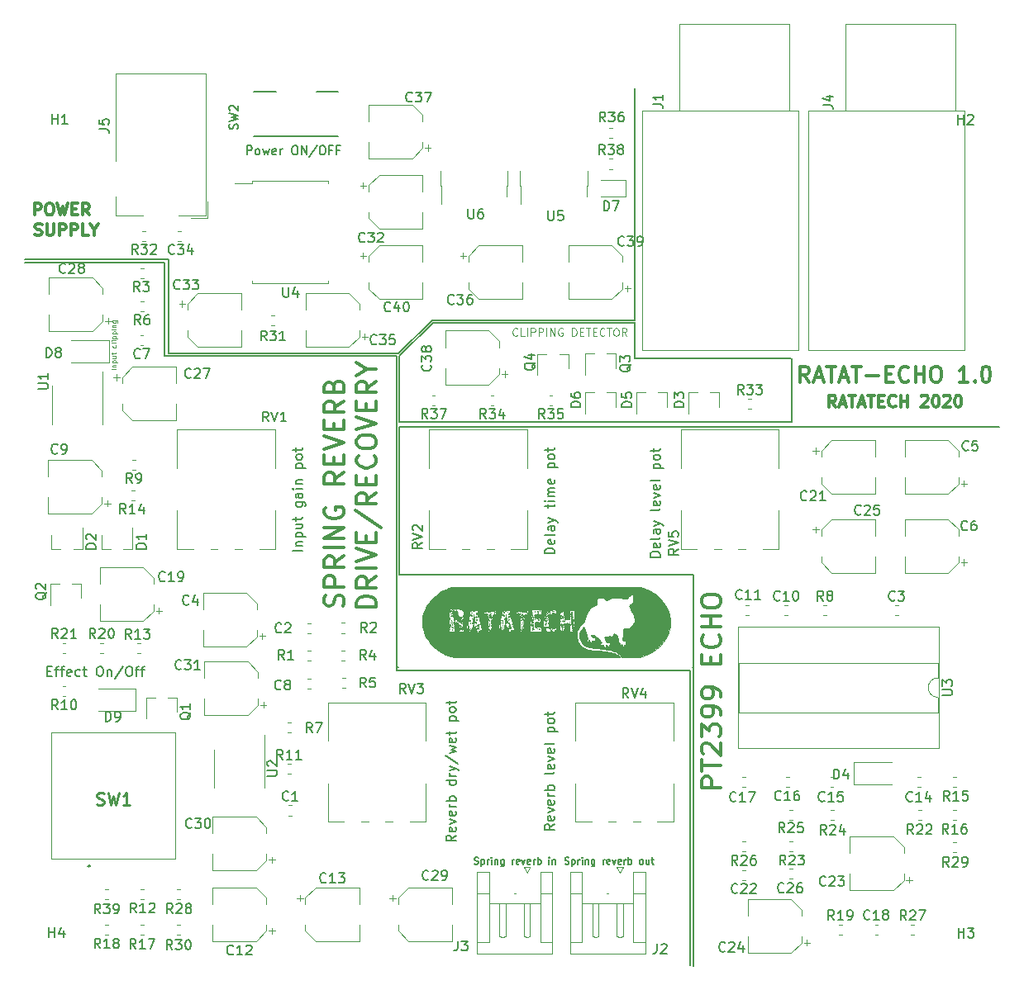
<source format=gto>
G04 #@! TF.GenerationSoftware,KiCad,Pcbnew,(5.1.4)-1*
G04 #@! TF.CreationDate,2020-06-09T23:50:32+02:00*
G04 #@! TF.ProjectId,ratatech_echo,72617461-7465-4636-985f-6563686f2e6b,1.0*
G04 #@! TF.SameCoordinates,Original*
G04 #@! TF.FileFunction,Legend,Top*
G04 #@! TF.FilePolarity,Positive*
%FSLAX46Y46*%
G04 Gerber Fmt 4.6, Leading zero omitted, Abs format (unit mm)*
G04 Created by KiCad (PCBNEW (5.1.4)-1) date 2020-06-09 23:50:32*
%MOMM*%
%LPD*%
G04 APERTURE LIST*
%ADD10C,0.150000*%
%ADD11C,0.125000*%
%ADD12C,0.300000*%
%ADD13C,0.010000*%
%ADD14C,0.120000*%
%ADD15C,0.200000*%
%ADD16C,0.100000*%
%ADD17C,0.254000*%
G04 APERTURE END LIST*
D10*
X145190413Y-131969633D02*
X145290413Y-132002966D01*
X145457080Y-132002966D01*
X145523746Y-131969633D01*
X145557080Y-131936300D01*
X145590413Y-131869633D01*
X145590413Y-131802966D01*
X145557080Y-131736300D01*
X145523746Y-131702966D01*
X145457080Y-131669633D01*
X145323746Y-131636300D01*
X145257080Y-131602966D01*
X145223746Y-131569633D01*
X145190413Y-131502966D01*
X145190413Y-131436300D01*
X145223746Y-131369633D01*
X145257080Y-131336300D01*
X145323746Y-131302966D01*
X145490413Y-131302966D01*
X145590413Y-131336300D01*
X145890413Y-131536300D02*
X145890413Y-132236300D01*
X145890413Y-131569633D02*
X145957080Y-131536300D01*
X146090413Y-131536300D01*
X146157080Y-131569633D01*
X146190413Y-131602966D01*
X146223746Y-131669633D01*
X146223746Y-131869633D01*
X146190413Y-131936300D01*
X146157080Y-131969633D01*
X146090413Y-132002966D01*
X145957080Y-132002966D01*
X145890413Y-131969633D01*
X146523746Y-132002966D02*
X146523746Y-131536300D01*
X146523746Y-131669633D02*
X146557080Y-131602966D01*
X146590413Y-131569633D01*
X146657080Y-131536300D01*
X146723746Y-131536300D01*
X146957080Y-132002966D02*
X146957080Y-131536300D01*
X146957080Y-131302966D02*
X146923746Y-131336300D01*
X146957080Y-131369633D01*
X146990413Y-131336300D01*
X146957080Y-131302966D01*
X146957080Y-131369633D01*
X147290413Y-131536300D02*
X147290413Y-132002966D01*
X147290413Y-131602966D02*
X147323746Y-131569633D01*
X147390413Y-131536300D01*
X147490413Y-131536300D01*
X147557080Y-131569633D01*
X147590413Y-131636300D01*
X147590413Y-132002966D01*
X148223746Y-131536300D02*
X148223746Y-132102966D01*
X148190413Y-132169633D01*
X148157080Y-132202966D01*
X148090413Y-132236300D01*
X147990413Y-132236300D01*
X147923746Y-132202966D01*
X148223746Y-131969633D02*
X148157080Y-132002966D01*
X148023746Y-132002966D01*
X147957080Y-131969633D01*
X147923746Y-131936300D01*
X147890413Y-131869633D01*
X147890413Y-131669633D01*
X147923746Y-131602966D01*
X147957080Y-131569633D01*
X148023746Y-131536300D01*
X148157080Y-131536300D01*
X148223746Y-131569633D01*
X149090413Y-132002966D02*
X149090413Y-131536300D01*
X149090413Y-131669633D02*
X149123746Y-131602966D01*
X149157080Y-131569633D01*
X149223746Y-131536300D01*
X149290413Y-131536300D01*
X149790413Y-131969633D02*
X149723746Y-132002966D01*
X149590413Y-132002966D01*
X149523746Y-131969633D01*
X149490413Y-131902966D01*
X149490413Y-131636300D01*
X149523746Y-131569633D01*
X149590413Y-131536300D01*
X149723746Y-131536300D01*
X149790413Y-131569633D01*
X149823746Y-131636300D01*
X149823746Y-131702966D01*
X149490413Y-131769633D01*
X150057080Y-131536300D02*
X150223746Y-132002966D01*
X150390413Y-131536300D01*
X150923746Y-131969633D02*
X150857080Y-132002966D01*
X150723746Y-132002966D01*
X150657080Y-131969633D01*
X150623746Y-131902966D01*
X150623746Y-131636300D01*
X150657080Y-131569633D01*
X150723746Y-131536300D01*
X150857080Y-131536300D01*
X150923746Y-131569633D01*
X150957080Y-131636300D01*
X150957080Y-131702966D01*
X150623746Y-131769633D01*
X151257080Y-132002966D02*
X151257080Y-131536300D01*
X151257080Y-131669633D02*
X151290413Y-131602966D01*
X151323746Y-131569633D01*
X151390413Y-131536300D01*
X151457080Y-131536300D01*
X151690413Y-132002966D02*
X151690413Y-131302966D01*
X151690413Y-131569633D02*
X151757080Y-131536300D01*
X151890413Y-131536300D01*
X151957080Y-131569633D01*
X151990413Y-131602966D01*
X152023746Y-131669633D01*
X152023746Y-131869633D01*
X151990413Y-131936300D01*
X151957080Y-131969633D01*
X151890413Y-132002966D01*
X151757080Y-132002966D01*
X151690413Y-131969633D01*
X152857080Y-132002966D02*
X152857080Y-131536300D01*
X152857080Y-131302966D02*
X152823746Y-131336300D01*
X152857080Y-131369633D01*
X152890413Y-131336300D01*
X152857080Y-131302966D01*
X152857080Y-131369633D01*
X153190413Y-131536300D02*
X153190413Y-132002966D01*
X153190413Y-131602966D02*
X153223746Y-131569633D01*
X153290413Y-131536300D01*
X153390413Y-131536300D01*
X153457080Y-131569633D01*
X153490413Y-131636300D01*
X153490413Y-132002966D01*
X154487333Y-131969633D02*
X154587333Y-132002966D01*
X154754000Y-132002966D01*
X154820666Y-131969633D01*
X154854000Y-131936300D01*
X154887333Y-131869633D01*
X154887333Y-131802966D01*
X154854000Y-131736300D01*
X154820666Y-131702966D01*
X154754000Y-131669633D01*
X154620666Y-131636300D01*
X154554000Y-131602966D01*
X154520666Y-131569633D01*
X154487333Y-131502966D01*
X154487333Y-131436300D01*
X154520666Y-131369633D01*
X154554000Y-131336300D01*
X154620666Y-131302966D01*
X154787333Y-131302966D01*
X154887333Y-131336300D01*
X155187333Y-131536300D02*
X155187333Y-132236300D01*
X155187333Y-131569633D02*
X155254000Y-131536300D01*
X155387333Y-131536300D01*
X155454000Y-131569633D01*
X155487333Y-131602966D01*
X155520666Y-131669633D01*
X155520666Y-131869633D01*
X155487333Y-131936300D01*
X155454000Y-131969633D01*
X155387333Y-132002966D01*
X155254000Y-132002966D01*
X155187333Y-131969633D01*
X155820666Y-132002966D02*
X155820666Y-131536300D01*
X155820666Y-131669633D02*
X155854000Y-131602966D01*
X155887333Y-131569633D01*
X155954000Y-131536300D01*
X156020666Y-131536300D01*
X156254000Y-132002966D02*
X156254000Y-131536300D01*
X156254000Y-131302966D02*
X156220666Y-131336300D01*
X156254000Y-131369633D01*
X156287333Y-131336300D01*
X156254000Y-131302966D01*
X156254000Y-131369633D01*
X156587333Y-131536300D02*
X156587333Y-132002966D01*
X156587333Y-131602966D02*
X156620666Y-131569633D01*
X156687333Y-131536300D01*
X156787333Y-131536300D01*
X156854000Y-131569633D01*
X156887333Y-131636300D01*
X156887333Y-132002966D01*
X157520666Y-131536300D02*
X157520666Y-132102966D01*
X157487333Y-132169633D01*
X157454000Y-132202966D01*
X157387333Y-132236300D01*
X157287333Y-132236300D01*
X157220666Y-132202966D01*
X157520666Y-131969633D02*
X157454000Y-132002966D01*
X157320666Y-132002966D01*
X157254000Y-131969633D01*
X157220666Y-131936300D01*
X157187333Y-131869633D01*
X157187333Y-131669633D01*
X157220666Y-131602966D01*
X157254000Y-131569633D01*
X157320666Y-131536300D01*
X157454000Y-131536300D01*
X157520666Y-131569633D01*
X158387333Y-132002966D02*
X158387333Y-131536300D01*
X158387333Y-131669633D02*
X158420666Y-131602966D01*
X158454000Y-131569633D01*
X158520666Y-131536300D01*
X158587333Y-131536300D01*
X159087333Y-131969633D02*
X159020666Y-132002966D01*
X158887333Y-132002966D01*
X158820666Y-131969633D01*
X158787333Y-131902966D01*
X158787333Y-131636300D01*
X158820666Y-131569633D01*
X158887333Y-131536300D01*
X159020666Y-131536300D01*
X159087333Y-131569633D01*
X159120666Y-131636300D01*
X159120666Y-131702966D01*
X158787333Y-131769633D01*
X159354000Y-131536300D02*
X159520666Y-132002966D01*
X159687333Y-131536300D01*
X160220666Y-131969633D02*
X160154000Y-132002966D01*
X160020666Y-132002966D01*
X159954000Y-131969633D01*
X159920666Y-131902966D01*
X159920666Y-131636300D01*
X159954000Y-131569633D01*
X160020666Y-131536300D01*
X160154000Y-131536300D01*
X160220666Y-131569633D01*
X160254000Y-131636300D01*
X160254000Y-131702966D01*
X159920666Y-131769633D01*
X160554000Y-132002966D02*
X160554000Y-131536300D01*
X160554000Y-131669633D02*
X160587333Y-131602966D01*
X160620666Y-131569633D01*
X160687333Y-131536300D01*
X160754000Y-131536300D01*
X160987333Y-132002966D02*
X160987333Y-131302966D01*
X160987333Y-131569633D02*
X161054000Y-131536300D01*
X161187333Y-131536300D01*
X161254000Y-131569633D01*
X161287333Y-131602966D01*
X161320666Y-131669633D01*
X161320666Y-131869633D01*
X161287333Y-131936300D01*
X161254000Y-131969633D01*
X161187333Y-132002966D01*
X161054000Y-132002966D01*
X160987333Y-131969633D01*
X162254000Y-132002966D02*
X162187333Y-131969633D01*
X162154000Y-131936300D01*
X162120666Y-131869633D01*
X162120666Y-131669633D01*
X162154000Y-131602966D01*
X162187333Y-131569633D01*
X162254000Y-131536300D01*
X162354000Y-131536300D01*
X162420666Y-131569633D01*
X162454000Y-131602966D01*
X162487333Y-131669633D01*
X162487333Y-131869633D01*
X162454000Y-131936300D01*
X162420666Y-131969633D01*
X162354000Y-132002966D01*
X162254000Y-132002966D01*
X163087333Y-131536300D02*
X163087333Y-132002966D01*
X162787333Y-131536300D02*
X162787333Y-131902966D01*
X162820666Y-131969633D01*
X162887333Y-132002966D01*
X162987333Y-132002966D01*
X163054000Y-131969633D01*
X163087333Y-131936300D01*
X163320666Y-131536300D02*
X163587333Y-131536300D01*
X163420666Y-131302966D02*
X163420666Y-131902966D01*
X163454000Y-131969633D01*
X163520666Y-132002966D01*
X163587333Y-132002966D01*
X164216340Y-100513780D02*
X163216340Y-100513780D01*
X163216340Y-100275684D01*
X163263960Y-100132827D01*
X163359198Y-100037589D01*
X163454436Y-99989970D01*
X163644912Y-99942351D01*
X163787769Y-99942351D01*
X163978245Y-99989970D01*
X164073483Y-100037589D01*
X164168721Y-100132827D01*
X164216340Y-100275684D01*
X164216340Y-100513780D01*
X164168721Y-99132827D02*
X164216340Y-99228065D01*
X164216340Y-99418541D01*
X164168721Y-99513780D01*
X164073483Y-99561399D01*
X163692531Y-99561399D01*
X163597293Y-99513780D01*
X163549674Y-99418541D01*
X163549674Y-99228065D01*
X163597293Y-99132827D01*
X163692531Y-99085208D01*
X163787769Y-99085208D01*
X163883007Y-99561399D01*
X164216340Y-98513780D02*
X164168721Y-98609018D01*
X164073483Y-98656637D01*
X163216340Y-98656637D01*
X164216340Y-97704256D02*
X163692531Y-97704256D01*
X163597293Y-97751875D01*
X163549674Y-97847113D01*
X163549674Y-98037589D01*
X163597293Y-98132827D01*
X164168721Y-97704256D02*
X164216340Y-97799494D01*
X164216340Y-98037589D01*
X164168721Y-98132827D01*
X164073483Y-98180446D01*
X163978245Y-98180446D01*
X163883007Y-98132827D01*
X163835388Y-98037589D01*
X163835388Y-97799494D01*
X163787769Y-97704256D01*
X163549674Y-97323303D02*
X164216340Y-97085208D01*
X163549674Y-96847113D02*
X164216340Y-97085208D01*
X164454436Y-97180446D01*
X164502055Y-97228065D01*
X164549674Y-97323303D01*
X164216340Y-95561399D02*
X164168721Y-95656637D01*
X164073483Y-95704256D01*
X163216340Y-95704256D01*
X164168721Y-94799494D02*
X164216340Y-94894732D01*
X164216340Y-95085208D01*
X164168721Y-95180446D01*
X164073483Y-95228065D01*
X163692531Y-95228065D01*
X163597293Y-95180446D01*
X163549674Y-95085208D01*
X163549674Y-94894732D01*
X163597293Y-94799494D01*
X163692531Y-94751875D01*
X163787769Y-94751875D01*
X163883007Y-95228065D01*
X163549674Y-94418541D02*
X164216340Y-94180446D01*
X163549674Y-93942351D01*
X164168721Y-93180446D02*
X164216340Y-93275684D01*
X164216340Y-93466160D01*
X164168721Y-93561399D01*
X164073483Y-93609018D01*
X163692531Y-93609018D01*
X163597293Y-93561399D01*
X163549674Y-93466160D01*
X163549674Y-93275684D01*
X163597293Y-93180446D01*
X163692531Y-93132827D01*
X163787769Y-93132827D01*
X163883007Y-93609018D01*
X164216340Y-92561399D02*
X164168721Y-92656637D01*
X164073483Y-92704256D01*
X163216340Y-92704256D01*
X163549674Y-91418541D02*
X164549674Y-91418541D01*
X163597293Y-91418541D02*
X163549674Y-91323303D01*
X163549674Y-91132827D01*
X163597293Y-91037589D01*
X163644912Y-90989970D01*
X163740150Y-90942351D01*
X164025864Y-90942351D01*
X164121102Y-90989970D01*
X164168721Y-91037589D01*
X164216340Y-91132827D01*
X164216340Y-91323303D01*
X164168721Y-91418541D01*
X164216340Y-90370922D02*
X164168721Y-90466160D01*
X164121102Y-90513780D01*
X164025864Y-90561399D01*
X163740150Y-90561399D01*
X163644912Y-90513780D01*
X163597293Y-90466160D01*
X163549674Y-90370922D01*
X163549674Y-90228065D01*
X163597293Y-90132827D01*
X163644912Y-90085208D01*
X163740150Y-90037589D01*
X164025864Y-90037589D01*
X164121102Y-90085208D01*
X164168721Y-90132827D01*
X164216340Y-90228065D01*
X164216340Y-90370922D01*
X163549674Y-89751875D02*
X163549674Y-89370922D01*
X163216340Y-89609018D02*
X164073483Y-89609018D01*
X164168721Y-89561399D01*
X164216340Y-89466160D01*
X164216340Y-89370922D01*
X153423880Y-100149942D02*
X152423880Y-100149942D01*
X152423880Y-99911847D01*
X152471500Y-99768990D01*
X152566738Y-99673752D01*
X152661976Y-99626133D01*
X152852452Y-99578514D01*
X152995309Y-99578514D01*
X153185785Y-99626133D01*
X153281023Y-99673752D01*
X153376261Y-99768990D01*
X153423880Y-99911847D01*
X153423880Y-100149942D01*
X153376261Y-98768990D02*
X153423880Y-98864228D01*
X153423880Y-99054704D01*
X153376261Y-99149942D01*
X153281023Y-99197561D01*
X152900071Y-99197561D01*
X152804833Y-99149942D01*
X152757214Y-99054704D01*
X152757214Y-98864228D01*
X152804833Y-98768990D01*
X152900071Y-98721371D01*
X152995309Y-98721371D01*
X153090547Y-99197561D01*
X153423880Y-98149942D02*
X153376261Y-98245180D01*
X153281023Y-98292800D01*
X152423880Y-98292800D01*
X153423880Y-97340419D02*
X152900071Y-97340419D01*
X152804833Y-97388038D01*
X152757214Y-97483276D01*
X152757214Y-97673752D01*
X152804833Y-97768990D01*
X153376261Y-97340419D02*
X153423880Y-97435657D01*
X153423880Y-97673752D01*
X153376261Y-97768990D01*
X153281023Y-97816609D01*
X153185785Y-97816609D01*
X153090547Y-97768990D01*
X153042928Y-97673752D01*
X153042928Y-97435657D01*
X152995309Y-97340419D01*
X152757214Y-96959466D02*
X153423880Y-96721371D01*
X152757214Y-96483276D02*
X153423880Y-96721371D01*
X153661976Y-96816609D01*
X153709595Y-96864228D01*
X153757214Y-96959466D01*
X152757214Y-95483276D02*
X152757214Y-95102323D01*
X152423880Y-95340419D02*
X153281023Y-95340419D01*
X153376261Y-95292800D01*
X153423880Y-95197561D01*
X153423880Y-95102323D01*
X153423880Y-94768990D02*
X152757214Y-94768990D01*
X152423880Y-94768990D02*
X152471500Y-94816609D01*
X152519119Y-94768990D01*
X152471500Y-94721371D01*
X152423880Y-94768990D01*
X152519119Y-94768990D01*
X153423880Y-94292800D02*
X152757214Y-94292800D01*
X152852452Y-94292800D02*
X152804833Y-94245180D01*
X152757214Y-94149942D01*
X152757214Y-94007085D01*
X152804833Y-93911847D01*
X152900071Y-93864228D01*
X153423880Y-93864228D01*
X152900071Y-93864228D02*
X152804833Y-93816609D01*
X152757214Y-93721371D01*
X152757214Y-93578514D01*
X152804833Y-93483276D01*
X152900071Y-93435657D01*
X153423880Y-93435657D01*
X153376261Y-92578514D02*
X153423880Y-92673752D01*
X153423880Y-92864228D01*
X153376261Y-92959466D01*
X153281023Y-93007085D01*
X152900071Y-93007085D01*
X152804833Y-92959466D01*
X152757214Y-92864228D01*
X152757214Y-92673752D01*
X152804833Y-92578514D01*
X152900071Y-92530895D01*
X152995309Y-92530895D01*
X153090547Y-93007085D01*
X152757214Y-91340419D02*
X153757214Y-91340419D01*
X152804833Y-91340419D02*
X152757214Y-91245180D01*
X152757214Y-91054704D01*
X152804833Y-90959466D01*
X152852452Y-90911847D01*
X152947690Y-90864228D01*
X153233404Y-90864228D01*
X153328642Y-90911847D01*
X153376261Y-90959466D01*
X153423880Y-91054704D01*
X153423880Y-91245180D01*
X153376261Y-91340419D01*
X153423880Y-90292800D02*
X153376261Y-90388038D01*
X153328642Y-90435657D01*
X153233404Y-90483276D01*
X152947690Y-90483276D01*
X152852452Y-90435657D01*
X152804833Y-90388038D01*
X152757214Y-90292800D01*
X152757214Y-90149942D01*
X152804833Y-90054704D01*
X152852452Y-90007085D01*
X152947690Y-89959466D01*
X153233404Y-89959466D01*
X153328642Y-90007085D01*
X153376261Y-90054704D01*
X153423880Y-90149942D01*
X153423880Y-90292800D01*
X152757214Y-89673752D02*
X152757214Y-89292800D01*
X152423880Y-89530895D02*
X153281023Y-89530895D01*
X153376261Y-89483276D01*
X153423880Y-89388038D01*
X153423880Y-89292800D01*
X153385780Y-127906702D02*
X152909590Y-128240036D01*
X153385780Y-128478131D02*
X152385780Y-128478131D01*
X152385780Y-128097179D01*
X152433400Y-128001941D01*
X152481019Y-127954321D01*
X152576257Y-127906702D01*
X152719114Y-127906702D01*
X152814352Y-127954321D01*
X152861971Y-128001941D01*
X152909590Y-128097179D01*
X152909590Y-128478131D01*
X153338161Y-127097179D02*
X153385780Y-127192417D01*
X153385780Y-127382893D01*
X153338161Y-127478131D01*
X153242923Y-127525750D01*
X152861971Y-127525750D01*
X152766733Y-127478131D01*
X152719114Y-127382893D01*
X152719114Y-127192417D01*
X152766733Y-127097179D01*
X152861971Y-127049560D01*
X152957209Y-127049560D01*
X153052447Y-127525750D01*
X152719114Y-126716226D02*
X153385780Y-126478131D01*
X152719114Y-126240036D01*
X153338161Y-125478131D02*
X153385780Y-125573369D01*
X153385780Y-125763845D01*
X153338161Y-125859083D01*
X153242923Y-125906702D01*
X152861971Y-125906702D01*
X152766733Y-125859083D01*
X152719114Y-125763845D01*
X152719114Y-125573369D01*
X152766733Y-125478131D01*
X152861971Y-125430512D01*
X152957209Y-125430512D01*
X153052447Y-125906702D01*
X153385780Y-125001941D02*
X152719114Y-125001941D01*
X152909590Y-125001941D02*
X152814352Y-124954321D01*
X152766733Y-124906702D01*
X152719114Y-124811464D01*
X152719114Y-124716226D01*
X153385780Y-124382893D02*
X152385780Y-124382893D01*
X152766733Y-124382893D02*
X152719114Y-124287655D01*
X152719114Y-124097179D01*
X152766733Y-124001941D01*
X152814352Y-123954321D01*
X152909590Y-123906702D01*
X153195304Y-123906702D01*
X153290542Y-123954321D01*
X153338161Y-124001941D01*
X153385780Y-124097179D01*
X153385780Y-124287655D01*
X153338161Y-124382893D01*
X153385780Y-122573369D02*
X153338161Y-122668607D01*
X153242923Y-122716226D01*
X152385780Y-122716226D01*
X153338161Y-121811464D02*
X153385780Y-121906702D01*
X153385780Y-122097179D01*
X153338161Y-122192417D01*
X153242923Y-122240036D01*
X152861971Y-122240036D01*
X152766733Y-122192417D01*
X152719114Y-122097179D01*
X152719114Y-121906702D01*
X152766733Y-121811464D01*
X152861971Y-121763845D01*
X152957209Y-121763845D01*
X153052447Y-122240036D01*
X152719114Y-121430512D02*
X153385780Y-121192417D01*
X152719114Y-120954321D01*
X153338161Y-120192417D02*
X153385780Y-120287655D01*
X153385780Y-120478131D01*
X153338161Y-120573369D01*
X153242923Y-120620988D01*
X152861971Y-120620988D01*
X152766733Y-120573369D01*
X152719114Y-120478131D01*
X152719114Y-120287655D01*
X152766733Y-120192417D01*
X152861971Y-120144798D01*
X152957209Y-120144798D01*
X153052447Y-120620988D01*
X153385780Y-119573369D02*
X153338161Y-119668607D01*
X153242923Y-119716226D01*
X152385780Y-119716226D01*
X152719114Y-118430512D02*
X153719114Y-118430512D01*
X152766733Y-118430512D02*
X152719114Y-118335274D01*
X152719114Y-118144798D01*
X152766733Y-118049560D01*
X152814352Y-118001941D01*
X152909590Y-117954321D01*
X153195304Y-117954321D01*
X153290542Y-118001941D01*
X153338161Y-118049560D01*
X153385780Y-118144798D01*
X153385780Y-118335274D01*
X153338161Y-118430512D01*
X153385780Y-117382893D02*
X153338161Y-117478131D01*
X153290542Y-117525750D01*
X153195304Y-117573369D01*
X152909590Y-117573369D01*
X152814352Y-117525750D01*
X152766733Y-117478131D01*
X152719114Y-117382893D01*
X152719114Y-117240036D01*
X152766733Y-117144798D01*
X152814352Y-117097179D01*
X152909590Y-117049560D01*
X153195304Y-117049560D01*
X153290542Y-117097179D01*
X153338161Y-117144798D01*
X153385780Y-117240036D01*
X153385780Y-117382893D01*
X152719114Y-116763845D02*
X152719114Y-116382893D01*
X152385780Y-116620988D02*
X153242923Y-116620988D01*
X153338161Y-116573369D01*
X153385780Y-116478131D01*
X153385780Y-116382893D01*
X143301980Y-129049559D02*
X142825790Y-129382892D01*
X143301980Y-129620987D02*
X142301980Y-129620987D01*
X142301980Y-129240035D01*
X142349600Y-129144797D01*
X142397219Y-129097178D01*
X142492457Y-129049559D01*
X142635314Y-129049559D01*
X142730552Y-129097178D01*
X142778171Y-129144797D01*
X142825790Y-129240035D01*
X142825790Y-129620987D01*
X143254361Y-128240035D02*
X143301980Y-128335273D01*
X143301980Y-128525749D01*
X143254361Y-128620987D01*
X143159123Y-128668606D01*
X142778171Y-128668606D01*
X142682933Y-128620987D01*
X142635314Y-128525749D01*
X142635314Y-128335273D01*
X142682933Y-128240035D01*
X142778171Y-128192416D01*
X142873409Y-128192416D01*
X142968647Y-128668606D01*
X142635314Y-127859082D02*
X143301980Y-127620987D01*
X142635314Y-127382892D01*
X143254361Y-126620987D02*
X143301980Y-126716225D01*
X143301980Y-126906701D01*
X143254361Y-127001940D01*
X143159123Y-127049559D01*
X142778171Y-127049559D01*
X142682933Y-127001940D01*
X142635314Y-126906701D01*
X142635314Y-126716225D01*
X142682933Y-126620987D01*
X142778171Y-126573368D01*
X142873409Y-126573368D01*
X142968647Y-127049559D01*
X143301980Y-126144797D02*
X142635314Y-126144797D01*
X142825790Y-126144797D02*
X142730552Y-126097178D01*
X142682933Y-126049559D01*
X142635314Y-125954320D01*
X142635314Y-125859082D01*
X143301980Y-125525749D02*
X142301980Y-125525749D01*
X142682933Y-125525749D02*
X142635314Y-125430511D01*
X142635314Y-125240035D01*
X142682933Y-125144797D01*
X142730552Y-125097178D01*
X142825790Y-125049559D01*
X143111504Y-125049559D01*
X143206742Y-125097178D01*
X143254361Y-125144797D01*
X143301980Y-125240035D01*
X143301980Y-125430511D01*
X143254361Y-125525749D01*
X143301980Y-123430511D02*
X142301980Y-123430511D01*
X143254361Y-123430511D02*
X143301980Y-123525749D01*
X143301980Y-123716225D01*
X143254361Y-123811463D01*
X143206742Y-123859082D01*
X143111504Y-123906701D01*
X142825790Y-123906701D01*
X142730552Y-123859082D01*
X142682933Y-123811463D01*
X142635314Y-123716225D01*
X142635314Y-123525749D01*
X142682933Y-123430511D01*
X143301980Y-122954320D02*
X142635314Y-122954320D01*
X142825790Y-122954320D02*
X142730552Y-122906701D01*
X142682933Y-122859082D01*
X142635314Y-122763844D01*
X142635314Y-122668606D01*
X142635314Y-122430511D02*
X143301980Y-122192416D01*
X142635314Y-121954320D02*
X143301980Y-122192416D01*
X143540076Y-122287654D01*
X143587695Y-122335273D01*
X143635314Y-122430511D01*
X142254361Y-120859082D02*
X143540076Y-121716225D01*
X142635314Y-120620987D02*
X143301980Y-120430511D01*
X142825790Y-120240035D01*
X143301980Y-120049559D01*
X142635314Y-119859082D01*
X143254361Y-119097178D02*
X143301980Y-119192416D01*
X143301980Y-119382892D01*
X143254361Y-119478130D01*
X143159123Y-119525749D01*
X142778171Y-119525749D01*
X142682933Y-119478130D01*
X142635314Y-119382892D01*
X142635314Y-119192416D01*
X142682933Y-119097178D01*
X142778171Y-119049559D01*
X142873409Y-119049559D01*
X142968647Y-119525749D01*
X142635314Y-118763844D02*
X142635314Y-118382892D01*
X142301980Y-118620987D02*
X143159123Y-118620987D01*
X143254361Y-118573368D01*
X143301980Y-118478130D01*
X143301980Y-118382892D01*
X142635314Y-117287654D02*
X143635314Y-117287654D01*
X142682933Y-117287654D02*
X142635314Y-117192416D01*
X142635314Y-117001940D01*
X142682933Y-116906701D01*
X142730552Y-116859082D01*
X142825790Y-116811463D01*
X143111504Y-116811463D01*
X143206742Y-116859082D01*
X143254361Y-116906701D01*
X143301980Y-117001940D01*
X143301980Y-117192416D01*
X143254361Y-117287654D01*
X143301980Y-116240035D02*
X143254361Y-116335273D01*
X143206742Y-116382892D01*
X143111504Y-116430511D01*
X142825790Y-116430511D01*
X142730552Y-116382892D01*
X142682933Y-116335273D01*
X142635314Y-116240035D01*
X142635314Y-116097178D01*
X142682933Y-116001940D01*
X142730552Y-115954320D01*
X142825790Y-115906701D01*
X143111504Y-115906701D01*
X143206742Y-115954320D01*
X143254361Y-116001940D01*
X143301980Y-116097178D01*
X143301980Y-116240035D01*
X142635314Y-115620987D02*
X142635314Y-115240035D01*
X142301980Y-115478130D02*
X143159123Y-115478130D01*
X143254361Y-115430511D01*
X143301980Y-115335273D01*
X143301980Y-115240035D01*
X127589540Y-99848656D02*
X126589540Y-99848656D01*
X126922874Y-99372465D02*
X127589540Y-99372465D01*
X127018112Y-99372465D02*
X126970493Y-99324846D01*
X126922874Y-99229608D01*
X126922874Y-99086751D01*
X126970493Y-98991513D01*
X127065731Y-98943894D01*
X127589540Y-98943894D01*
X126922874Y-98467703D02*
X127922874Y-98467703D01*
X126970493Y-98467703D02*
X126922874Y-98372465D01*
X126922874Y-98181989D01*
X126970493Y-98086751D01*
X127018112Y-98039132D01*
X127113350Y-97991513D01*
X127399064Y-97991513D01*
X127494302Y-98039132D01*
X127541921Y-98086751D01*
X127589540Y-98181989D01*
X127589540Y-98372465D01*
X127541921Y-98467703D01*
X126922874Y-97134370D02*
X127589540Y-97134370D01*
X126922874Y-97562941D02*
X127446683Y-97562941D01*
X127541921Y-97515322D01*
X127589540Y-97420084D01*
X127589540Y-97277227D01*
X127541921Y-97181989D01*
X127494302Y-97134370D01*
X126922874Y-96801037D02*
X126922874Y-96420084D01*
X126589540Y-96658180D02*
X127446683Y-96658180D01*
X127541921Y-96610560D01*
X127589540Y-96515322D01*
X127589540Y-96420084D01*
X126922874Y-94896275D02*
X127732398Y-94896275D01*
X127827636Y-94943894D01*
X127875255Y-94991513D01*
X127922874Y-95086751D01*
X127922874Y-95229608D01*
X127875255Y-95324846D01*
X127541921Y-94896275D02*
X127589540Y-94991513D01*
X127589540Y-95181989D01*
X127541921Y-95277227D01*
X127494302Y-95324846D01*
X127399064Y-95372465D01*
X127113350Y-95372465D01*
X127018112Y-95324846D01*
X126970493Y-95277227D01*
X126922874Y-95181989D01*
X126922874Y-94991513D01*
X126970493Y-94896275D01*
X127589540Y-93991513D02*
X127065731Y-93991513D01*
X126970493Y-94039132D01*
X126922874Y-94134370D01*
X126922874Y-94324846D01*
X126970493Y-94420084D01*
X127541921Y-93991513D02*
X127589540Y-94086751D01*
X127589540Y-94324846D01*
X127541921Y-94420084D01*
X127446683Y-94467703D01*
X127351445Y-94467703D01*
X127256207Y-94420084D01*
X127208588Y-94324846D01*
X127208588Y-94086751D01*
X127160969Y-93991513D01*
X127589540Y-93515322D02*
X126922874Y-93515322D01*
X126589540Y-93515322D02*
X126637160Y-93562941D01*
X126684779Y-93515322D01*
X126637160Y-93467703D01*
X126589540Y-93515322D01*
X126684779Y-93515322D01*
X126922874Y-93039132D02*
X127589540Y-93039132D01*
X127018112Y-93039132D02*
X126970493Y-92991513D01*
X126922874Y-92896275D01*
X126922874Y-92753418D01*
X126970493Y-92658180D01*
X127065731Y-92610560D01*
X127589540Y-92610560D01*
X126922874Y-91372465D02*
X127922874Y-91372465D01*
X126970493Y-91372465D02*
X126922874Y-91277227D01*
X126922874Y-91086751D01*
X126970493Y-90991513D01*
X127018112Y-90943894D01*
X127113350Y-90896275D01*
X127399064Y-90896275D01*
X127494302Y-90943894D01*
X127541921Y-90991513D01*
X127589540Y-91086751D01*
X127589540Y-91277227D01*
X127541921Y-91372465D01*
X127589540Y-90324846D02*
X127541921Y-90420084D01*
X127494302Y-90467703D01*
X127399064Y-90515322D01*
X127113350Y-90515322D01*
X127018112Y-90467703D01*
X126970493Y-90420084D01*
X126922874Y-90324846D01*
X126922874Y-90181989D01*
X126970493Y-90086751D01*
X127018112Y-90039132D01*
X127113350Y-89991513D01*
X127399064Y-89991513D01*
X127494302Y-90039132D01*
X127541921Y-90086751D01*
X127589540Y-90181989D01*
X127589540Y-90324846D01*
X126922874Y-89705799D02*
X126922874Y-89324846D01*
X126589540Y-89562941D02*
X127446683Y-89562941D01*
X127541921Y-89515322D01*
X127589540Y-89420084D01*
X127589540Y-89324846D01*
X101455198Y-112219431D02*
X101788531Y-112219431D01*
X101931388Y-112743240D02*
X101455198Y-112743240D01*
X101455198Y-111743240D01*
X101931388Y-111743240D01*
X102217102Y-112076574D02*
X102598055Y-112076574D01*
X102359960Y-112743240D02*
X102359960Y-111886098D01*
X102407579Y-111790860D01*
X102502817Y-111743240D01*
X102598055Y-111743240D01*
X102788531Y-112076574D02*
X103169483Y-112076574D01*
X102931388Y-112743240D02*
X102931388Y-111886098D01*
X102979007Y-111790860D01*
X103074245Y-111743240D01*
X103169483Y-111743240D01*
X103883769Y-112695621D02*
X103788531Y-112743240D01*
X103598055Y-112743240D01*
X103502817Y-112695621D01*
X103455198Y-112600383D01*
X103455198Y-112219431D01*
X103502817Y-112124193D01*
X103598055Y-112076574D01*
X103788531Y-112076574D01*
X103883769Y-112124193D01*
X103931388Y-112219431D01*
X103931388Y-112314669D01*
X103455198Y-112409907D01*
X104788531Y-112695621D02*
X104693293Y-112743240D01*
X104502817Y-112743240D01*
X104407579Y-112695621D01*
X104359960Y-112648002D01*
X104312340Y-112552764D01*
X104312340Y-112267050D01*
X104359960Y-112171812D01*
X104407579Y-112124193D01*
X104502817Y-112076574D01*
X104693293Y-112076574D01*
X104788531Y-112124193D01*
X105074245Y-112076574D02*
X105455198Y-112076574D01*
X105217102Y-111743240D02*
X105217102Y-112600383D01*
X105264721Y-112695621D01*
X105359960Y-112743240D01*
X105455198Y-112743240D01*
X106740912Y-111743240D02*
X106931388Y-111743240D01*
X107026626Y-111790860D01*
X107121864Y-111886098D01*
X107169483Y-112076574D01*
X107169483Y-112409907D01*
X107121864Y-112600383D01*
X107026626Y-112695621D01*
X106931388Y-112743240D01*
X106740912Y-112743240D01*
X106645674Y-112695621D01*
X106550436Y-112600383D01*
X106502817Y-112409907D01*
X106502817Y-112076574D01*
X106550436Y-111886098D01*
X106645674Y-111790860D01*
X106740912Y-111743240D01*
X107598055Y-112076574D02*
X107598055Y-112743240D01*
X107598055Y-112171812D02*
X107645674Y-112124193D01*
X107740912Y-112076574D01*
X107883769Y-112076574D01*
X107979007Y-112124193D01*
X108026626Y-112219431D01*
X108026626Y-112743240D01*
X109217102Y-111695621D02*
X108359960Y-112981336D01*
X109740912Y-111743240D02*
X109931388Y-111743240D01*
X110026626Y-111790860D01*
X110121864Y-111886098D01*
X110169483Y-112076574D01*
X110169483Y-112409907D01*
X110121864Y-112600383D01*
X110026626Y-112695621D01*
X109931388Y-112743240D01*
X109740912Y-112743240D01*
X109645674Y-112695621D01*
X109550436Y-112600383D01*
X109502817Y-112409907D01*
X109502817Y-112076574D01*
X109550436Y-111886098D01*
X109645674Y-111790860D01*
X109740912Y-111743240D01*
X110455198Y-112076574D02*
X110836150Y-112076574D01*
X110598055Y-112743240D02*
X110598055Y-111886098D01*
X110645674Y-111790860D01*
X110740912Y-111743240D01*
X110836150Y-111743240D01*
X111026626Y-112076574D02*
X111407579Y-112076574D01*
X111169483Y-112743240D02*
X111169483Y-111886098D01*
X111217102Y-111790860D01*
X111312340Y-111743240D01*
X111407579Y-111743240D01*
D11*
X108493690Y-81265376D02*
X107993690Y-81265376D01*
X108160357Y-81027280D02*
X108493690Y-81027280D01*
X108207976Y-81027280D02*
X108184166Y-81003471D01*
X108160357Y-80955852D01*
X108160357Y-80884423D01*
X108184166Y-80836804D01*
X108231785Y-80812995D01*
X108493690Y-80812995D01*
X108160357Y-80574900D02*
X108660357Y-80574900D01*
X108184166Y-80574900D02*
X108160357Y-80527280D01*
X108160357Y-80432042D01*
X108184166Y-80384423D01*
X108207976Y-80360614D01*
X108255595Y-80336804D01*
X108398452Y-80336804D01*
X108446071Y-80360614D01*
X108469880Y-80384423D01*
X108493690Y-80432042D01*
X108493690Y-80527280D01*
X108469880Y-80574900D01*
X108160357Y-79908233D02*
X108493690Y-79908233D01*
X108160357Y-80122519D02*
X108422261Y-80122519D01*
X108469880Y-80098709D01*
X108493690Y-80051090D01*
X108493690Y-79979661D01*
X108469880Y-79932042D01*
X108446071Y-79908233D01*
X108160357Y-79741566D02*
X108160357Y-79551090D01*
X107993690Y-79670138D02*
X108422261Y-79670138D01*
X108469880Y-79646328D01*
X108493690Y-79598709D01*
X108493690Y-79551090D01*
X108469880Y-78789185D02*
X108493690Y-78836804D01*
X108493690Y-78932042D01*
X108469880Y-78979661D01*
X108446071Y-79003471D01*
X108398452Y-79027280D01*
X108255595Y-79027280D01*
X108207976Y-79003471D01*
X108184166Y-78979661D01*
X108160357Y-78932042D01*
X108160357Y-78836804D01*
X108184166Y-78789185D01*
X108493690Y-78503471D02*
X108469880Y-78551090D01*
X108422261Y-78574900D01*
X107993690Y-78574900D01*
X108493690Y-78312995D02*
X108160357Y-78312995D01*
X107993690Y-78312995D02*
X108017500Y-78336804D01*
X108041309Y-78312995D01*
X108017500Y-78289185D01*
X107993690Y-78312995D01*
X108041309Y-78312995D01*
X108160357Y-78074900D02*
X108660357Y-78074900D01*
X108184166Y-78074900D02*
X108160357Y-78027280D01*
X108160357Y-77932042D01*
X108184166Y-77884423D01*
X108207976Y-77860614D01*
X108255595Y-77836804D01*
X108398452Y-77836804D01*
X108446071Y-77860614D01*
X108469880Y-77884423D01*
X108493690Y-77932042D01*
X108493690Y-78027280D01*
X108469880Y-78074900D01*
X108160357Y-77622519D02*
X108660357Y-77622519D01*
X108184166Y-77622519D02*
X108160357Y-77574900D01*
X108160357Y-77479661D01*
X108184166Y-77432042D01*
X108207976Y-77408233D01*
X108255595Y-77384423D01*
X108398452Y-77384423D01*
X108446071Y-77408233D01*
X108469880Y-77432042D01*
X108493690Y-77479661D01*
X108493690Y-77574900D01*
X108469880Y-77622519D01*
X108493690Y-77170138D02*
X108160357Y-77170138D01*
X107993690Y-77170138D02*
X108017500Y-77193947D01*
X108041309Y-77170138D01*
X108017500Y-77146328D01*
X107993690Y-77170138D01*
X108041309Y-77170138D01*
X108160357Y-76932042D02*
X108493690Y-76932042D01*
X108207976Y-76932042D02*
X108184166Y-76908233D01*
X108160357Y-76860614D01*
X108160357Y-76789185D01*
X108184166Y-76741566D01*
X108231785Y-76717757D01*
X108493690Y-76717757D01*
X108160357Y-76265376D02*
X108565119Y-76265376D01*
X108612738Y-76289185D01*
X108636547Y-76312995D01*
X108660357Y-76360614D01*
X108660357Y-76432042D01*
X108636547Y-76479661D01*
X108469880Y-76265376D02*
X108493690Y-76312995D01*
X108493690Y-76408233D01*
X108469880Y-76455852D01*
X108446071Y-76479661D01*
X108398452Y-76503471D01*
X108255595Y-76503471D01*
X108207976Y-76479661D01*
X108184166Y-76455852D01*
X108160357Y-76408233D01*
X108160357Y-76312995D01*
X108184166Y-76265376D01*
D10*
X121878528Y-59241162D02*
X121878528Y-58341162D01*
X122221385Y-58341162D01*
X122307100Y-58384020D01*
X122349957Y-58426877D01*
X122392814Y-58512591D01*
X122392814Y-58641162D01*
X122349957Y-58726877D01*
X122307100Y-58769734D01*
X122221385Y-58812591D01*
X121878528Y-58812591D01*
X122907100Y-59241162D02*
X122821385Y-59198305D01*
X122778528Y-59155448D01*
X122735671Y-59069734D01*
X122735671Y-58812591D01*
X122778528Y-58726877D01*
X122821385Y-58684020D01*
X122907100Y-58641162D01*
X123035671Y-58641162D01*
X123121385Y-58684020D01*
X123164242Y-58726877D01*
X123207100Y-58812591D01*
X123207100Y-59069734D01*
X123164242Y-59155448D01*
X123121385Y-59198305D01*
X123035671Y-59241162D01*
X122907100Y-59241162D01*
X123507100Y-58641162D02*
X123678528Y-59241162D01*
X123849957Y-58812591D01*
X124021385Y-59241162D01*
X124192814Y-58641162D01*
X124878528Y-59198305D02*
X124792814Y-59241162D01*
X124621385Y-59241162D01*
X124535671Y-59198305D01*
X124492814Y-59112591D01*
X124492814Y-58769734D01*
X124535671Y-58684020D01*
X124621385Y-58641162D01*
X124792814Y-58641162D01*
X124878528Y-58684020D01*
X124921385Y-58769734D01*
X124921385Y-58855448D01*
X124492814Y-58941162D01*
X125307100Y-59241162D02*
X125307100Y-58641162D01*
X125307100Y-58812591D02*
X125349957Y-58726877D01*
X125392814Y-58684020D01*
X125478528Y-58641162D01*
X125564242Y-58641162D01*
X126721385Y-58341162D02*
X126892814Y-58341162D01*
X126978528Y-58384020D01*
X127064242Y-58469734D01*
X127107100Y-58641162D01*
X127107100Y-58941162D01*
X127064242Y-59112591D01*
X126978528Y-59198305D01*
X126892814Y-59241162D01*
X126721385Y-59241162D01*
X126635671Y-59198305D01*
X126549957Y-59112591D01*
X126507100Y-58941162D01*
X126507100Y-58641162D01*
X126549957Y-58469734D01*
X126635671Y-58384020D01*
X126721385Y-58341162D01*
X127492814Y-59241162D02*
X127492814Y-58341162D01*
X128007100Y-59241162D01*
X128007100Y-58341162D01*
X129078528Y-58298305D02*
X128307100Y-59455448D01*
X129549957Y-58341162D02*
X129721385Y-58341162D01*
X129807100Y-58384020D01*
X129892814Y-58469734D01*
X129935671Y-58641162D01*
X129935671Y-58941162D01*
X129892814Y-59112591D01*
X129807100Y-59198305D01*
X129721385Y-59241162D01*
X129549957Y-59241162D01*
X129464242Y-59198305D01*
X129378528Y-59112591D01*
X129335671Y-58941162D01*
X129335671Y-58641162D01*
X129378528Y-58469734D01*
X129464242Y-58384020D01*
X129549957Y-58341162D01*
X130621385Y-58769734D02*
X130321385Y-58769734D01*
X130321385Y-59241162D02*
X130321385Y-58341162D01*
X130749957Y-58341162D01*
X131392814Y-58769734D02*
X131092814Y-58769734D01*
X131092814Y-59241162D02*
X131092814Y-58341162D01*
X131521385Y-58341162D01*
X137208260Y-102306120D02*
X137208260Y-112163860D01*
X137208260Y-79908400D02*
X137208260Y-102306120D01*
X125234700Y-79908400D02*
X137208260Y-79908400D01*
D12*
X182191785Y-85137557D02*
X181791785Y-84566128D01*
X181506071Y-85137557D02*
X181506071Y-83937557D01*
X181963214Y-83937557D01*
X182077500Y-83994700D01*
X182134642Y-84051842D01*
X182191785Y-84166128D01*
X182191785Y-84337557D01*
X182134642Y-84451842D01*
X182077500Y-84508985D01*
X181963214Y-84566128D01*
X181506071Y-84566128D01*
X182648928Y-84794700D02*
X183220357Y-84794700D01*
X182534642Y-85137557D02*
X182934642Y-83937557D01*
X183334642Y-85137557D01*
X183563214Y-83937557D02*
X184248928Y-83937557D01*
X183906071Y-85137557D02*
X183906071Y-83937557D01*
X184591785Y-84794700D02*
X185163214Y-84794700D01*
X184477500Y-85137557D02*
X184877500Y-83937557D01*
X185277500Y-85137557D01*
X185506071Y-83937557D02*
X186191785Y-83937557D01*
X185848928Y-85137557D02*
X185848928Y-83937557D01*
X186591785Y-84508985D02*
X186991785Y-84508985D01*
X187163214Y-85137557D02*
X186591785Y-85137557D01*
X186591785Y-83937557D01*
X187163214Y-83937557D01*
X188363214Y-85023271D02*
X188306071Y-85080414D01*
X188134642Y-85137557D01*
X188020357Y-85137557D01*
X187848928Y-85080414D01*
X187734642Y-84966128D01*
X187677500Y-84851842D01*
X187620357Y-84623271D01*
X187620357Y-84451842D01*
X187677500Y-84223271D01*
X187734642Y-84108985D01*
X187848928Y-83994700D01*
X188020357Y-83937557D01*
X188134642Y-83937557D01*
X188306071Y-83994700D01*
X188363214Y-84051842D01*
X188877500Y-85137557D02*
X188877500Y-83937557D01*
X188877500Y-84508985D02*
X189563214Y-84508985D01*
X189563214Y-85137557D02*
X189563214Y-83937557D01*
X190991785Y-84051842D02*
X191048928Y-83994700D01*
X191163214Y-83937557D01*
X191448928Y-83937557D01*
X191563214Y-83994700D01*
X191620357Y-84051842D01*
X191677500Y-84166128D01*
X191677500Y-84280414D01*
X191620357Y-84451842D01*
X190934642Y-85137557D01*
X191677500Y-85137557D01*
X192420357Y-83937557D02*
X192534642Y-83937557D01*
X192648928Y-83994700D01*
X192706071Y-84051842D01*
X192763214Y-84166128D01*
X192820357Y-84394700D01*
X192820357Y-84680414D01*
X192763214Y-84908985D01*
X192706071Y-85023271D01*
X192648928Y-85080414D01*
X192534642Y-85137557D01*
X192420357Y-85137557D01*
X192306071Y-85080414D01*
X192248928Y-85023271D01*
X192191785Y-84908985D01*
X192134642Y-84680414D01*
X192134642Y-84394700D01*
X192191785Y-84166128D01*
X192248928Y-84051842D01*
X192306071Y-83994700D01*
X192420357Y-83937557D01*
X193277500Y-84051842D02*
X193334642Y-83994700D01*
X193448928Y-83937557D01*
X193734642Y-83937557D01*
X193848928Y-83994700D01*
X193906071Y-84051842D01*
X193963214Y-84166128D01*
X193963214Y-84280414D01*
X193906071Y-84451842D01*
X193220357Y-85137557D01*
X193963214Y-85137557D01*
X194706071Y-83937557D02*
X194820357Y-83937557D01*
X194934642Y-83994700D01*
X194991785Y-84051842D01*
X195048928Y-84166128D01*
X195106071Y-84394700D01*
X195106071Y-84680414D01*
X195048928Y-84908985D01*
X194991785Y-85023271D01*
X194934642Y-85080414D01*
X194820357Y-85137557D01*
X194706071Y-85137557D01*
X194591785Y-85080414D01*
X194534642Y-85023271D01*
X194477500Y-84908985D01*
X194420357Y-84680414D01*
X194420357Y-84394700D01*
X194477500Y-84166128D01*
X194534642Y-84051842D01*
X194591785Y-83994700D01*
X194706071Y-83937557D01*
X179477500Y-82562609D02*
X178944166Y-81800704D01*
X178563214Y-82562609D02*
X178563214Y-80962609D01*
X179172738Y-80962609D01*
X179325119Y-81038800D01*
X179401309Y-81114990D01*
X179477500Y-81267371D01*
X179477500Y-81495942D01*
X179401309Y-81648323D01*
X179325119Y-81724514D01*
X179172738Y-81800704D01*
X178563214Y-81800704D01*
X180087023Y-82105466D02*
X180848928Y-82105466D01*
X179934642Y-82562609D02*
X180467976Y-80962609D01*
X181001309Y-82562609D01*
X181306071Y-80962609D02*
X182220357Y-80962609D01*
X181763214Y-82562609D02*
X181763214Y-80962609D01*
X182677500Y-82105466D02*
X183439404Y-82105466D01*
X182525119Y-82562609D02*
X183058452Y-80962609D01*
X183591785Y-82562609D01*
X183896547Y-80962609D02*
X184810833Y-80962609D01*
X184353690Y-82562609D02*
X184353690Y-80962609D01*
X185344166Y-81953085D02*
X186563214Y-81953085D01*
X187325119Y-81724514D02*
X187858452Y-81724514D01*
X188087023Y-82562609D02*
X187325119Y-82562609D01*
X187325119Y-80962609D01*
X188087023Y-80962609D01*
X189687023Y-82410228D02*
X189610833Y-82486419D01*
X189382261Y-82562609D01*
X189229880Y-82562609D01*
X189001309Y-82486419D01*
X188848928Y-82334038D01*
X188772738Y-82181657D01*
X188696547Y-81876895D01*
X188696547Y-81648323D01*
X188772738Y-81343561D01*
X188848928Y-81191180D01*
X189001309Y-81038800D01*
X189229880Y-80962609D01*
X189382261Y-80962609D01*
X189610833Y-81038800D01*
X189687023Y-81114990D01*
X190372738Y-82562609D02*
X190372738Y-80962609D01*
X190372738Y-81724514D02*
X191287023Y-81724514D01*
X191287023Y-82562609D02*
X191287023Y-80962609D01*
X192353690Y-80962609D02*
X192658452Y-80962609D01*
X192810833Y-81038800D01*
X192963214Y-81191180D01*
X193039404Y-81495942D01*
X193039404Y-82029276D01*
X192963214Y-82334038D01*
X192810833Y-82486419D01*
X192658452Y-82562609D01*
X192353690Y-82562609D01*
X192201309Y-82486419D01*
X192048928Y-82334038D01*
X191972738Y-82029276D01*
X191972738Y-81495942D01*
X192048928Y-81191180D01*
X192201309Y-81038800D01*
X192353690Y-80962609D01*
X195782261Y-82562609D02*
X194867976Y-82562609D01*
X195325119Y-82562609D02*
X195325119Y-80962609D01*
X195172738Y-81191180D01*
X195020357Y-81343561D01*
X194867976Y-81419752D01*
X196467976Y-82410228D02*
X196544166Y-82486419D01*
X196467976Y-82562609D01*
X196391785Y-82486419D01*
X196467976Y-82410228D01*
X196467976Y-82562609D01*
X197534642Y-80962609D02*
X197687023Y-80962609D01*
X197839404Y-81038800D01*
X197915595Y-81114990D01*
X197991785Y-81267371D01*
X198067976Y-81572133D01*
X198067976Y-81953085D01*
X197991785Y-82257847D01*
X197915595Y-82410228D01*
X197839404Y-82486419D01*
X197687023Y-82562609D01*
X197534642Y-82562609D01*
X197382261Y-82486419D01*
X197306071Y-82410228D01*
X197229880Y-82257847D01*
X197153690Y-81953085D01*
X197153690Y-81572133D01*
X197229880Y-81267371D01*
X197306071Y-81114990D01*
X197382261Y-81038800D01*
X197534642Y-80962609D01*
D10*
X167622220Y-102295960D02*
X167622220Y-142420340D01*
X167533320Y-111843820D02*
X167622220Y-111843820D01*
X137500360Y-102298500D02*
X167622220Y-102298500D01*
X137304780Y-111772700D02*
X137375900Y-111843820D01*
X137500360Y-87180420D02*
X137500360Y-102295960D01*
X198935340Y-87177880D02*
X198935340Y-87195660D01*
X137500360Y-87177880D02*
X198935340Y-87177880D01*
X167269160Y-112161320D02*
X167269160Y-142369540D01*
X137208260Y-112161320D02*
X167269160Y-112161320D01*
X113477040Y-79908400D02*
X125237240Y-79908400D01*
X113477040Y-70319900D02*
X113477040Y-79908400D01*
X99176840Y-70319900D02*
X113477040Y-70319900D01*
X161632900Y-80175100D02*
X177660300Y-80175100D01*
X161637980Y-76459080D02*
X161640520Y-80175100D01*
X137505440Y-86611460D02*
X137505440Y-86690200D01*
X137505440Y-79905860D02*
X137505440Y-86611460D01*
X140977620Y-76466700D02*
X137510520Y-79905860D01*
X148363940Y-76464160D02*
X140982700Y-76464160D01*
X161640520Y-76464160D02*
X148346160Y-76464160D01*
X177673000Y-86690200D02*
X177673000Y-80175100D01*
X137502900Y-86690200D02*
X177673000Y-86690200D01*
X161645600Y-76210160D02*
X161645600Y-52491640D01*
X140845540Y-76210160D02*
X137441940Y-79613760D01*
X140845540Y-76210160D02*
X161632900Y-76210160D01*
X137401300Y-79636620D02*
X113873280Y-79636620D01*
X113873280Y-70012560D02*
X113873280Y-79636620D01*
X99181920Y-70012560D02*
X113873280Y-70012560D01*
D12*
X170457381Y-124164729D02*
X168457381Y-124164729D01*
X168457381Y-123402824D01*
X168552620Y-123212348D01*
X168647858Y-123117110D01*
X168838334Y-123021872D01*
X169124048Y-123021872D01*
X169314524Y-123117110D01*
X169409762Y-123212348D01*
X169505000Y-123402824D01*
X169505000Y-124164729D01*
X168457381Y-122450443D02*
X168457381Y-121307586D01*
X170457381Y-121879015D02*
X168457381Y-121879015D01*
X168647858Y-120736158D02*
X168552620Y-120640920D01*
X168457381Y-120450443D01*
X168457381Y-119974253D01*
X168552620Y-119783777D01*
X168647858Y-119688539D01*
X168838334Y-119593300D01*
X169028810Y-119593300D01*
X169314524Y-119688539D01*
X170457381Y-120831396D01*
X170457381Y-119593300D01*
X168457381Y-118926634D02*
X168457381Y-117688539D01*
X169219286Y-118355205D01*
X169219286Y-118069491D01*
X169314524Y-117879015D01*
X169409762Y-117783777D01*
X169600239Y-117688539D01*
X170076429Y-117688539D01*
X170266905Y-117783777D01*
X170362143Y-117879015D01*
X170457381Y-118069491D01*
X170457381Y-118640920D01*
X170362143Y-118831396D01*
X170266905Y-118926634D01*
X170457381Y-116736158D02*
X170457381Y-116355205D01*
X170362143Y-116164729D01*
X170266905Y-116069491D01*
X169981191Y-115879015D01*
X169600239Y-115783777D01*
X168838334Y-115783777D01*
X168647858Y-115879015D01*
X168552620Y-115974253D01*
X168457381Y-116164729D01*
X168457381Y-116545681D01*
X168552620Y-116736158D01*
X168647858Y-116831396D01*
X168838334Y-116926634D01*
X169314524Y-116926634D01*
X169505000Y-116831396D01*
X169600239Y-116736158D01*
X169695477Y-116545681D01*
X169695477Y-116164729D01*
X169600239Y-115974253D01*
X169505000Y-115879015D01*
X169314524Y-115783777D01*
X170457381Y-114831396D02*
X170457381Y-114450443D01*
X170362143Y-114259967D01*
X170266905Y-114164729D01*
X169981191Y-113974253D01*
X169600239Y-113879015D01*
X168838334Y-113879015D01*
X168647858Y-113974253D01*
X168552620Y-114069491D01*
X168457381Y-114259967D01*
X168457381Y-114640920D01*
X168552620Y-114831396D01*
X168647858Y-114926634D01*
X168838334Y-115021872D01*
X169314524Y-115021872D01*
X169505000Y-114926634D01*
X169600239Y-114831396D01*
X169695477Y-114640920D01*
X169695477Y-114259967D01*
X169600239Y-114069491D01*
X169505000Y-113974253D01*
X169314524Y-113879015D01*
X169409762Y-111498062D02*
X169409762Y-110831396D01*
X170457381Y-110545681D02*
X170457381Y-111498062D01*
X168457381Y-111498062D01*
X168457381Y-110545681D01*
X170266905Y-108545681D02*
X170362143Y-108640920D01*
X170457381Y-108926634D01*
X170457381Y-109117110D01*
X170362143Y-109402824D01*
X170171667Y-109593300D01*
X169981191Y-109688539D01*
X169600239Y-109783777D01*
X169314524Y-109783777D01*
X168933572Y-109688539D01*
X168743096Y-109593300D01*
X168552620Y-109402824D01*
X168457381Y-109117110D01*
X168457381Y-108926634D01*
X168552620Y-108640920D01*
X168647858Y-108545681D01*
X170457381Y-107688539D02*
X168457381Y-107688539D01*
X169409762Y-107688539D02*
X169409762Y-106545681D01*
X170457381Y-106545681D02*
X168457381Y-106545681D01*
X168457381Y-105212348D02*
X168457381Y-104831396D01*
X168552620Y-104640920D01*
X168743096Y-104450443D01*
X169124048Y-104355205D01*
X169790715Y-104355205D01*
X170171667Y-104450443D01*
X170362143Y-104640920D01*
X170457381Y-104831396D01*
X170457381Y-105212348D01*
X170362143Y-105402824D01*
X170171667Y-105593300D01*
X169790715Y-105688539D01*
X169124048Y-105688539D01*
X168743096Y-105593300D01*
X168552620Y-105402824D01*
X168457381Y-105212348D01*
X100144348Y-65438877D02*
X100144348Y-64238877D01*
X100601491Y-64238877D01*
X100715777Y-64296020D01*
X100772920Y-64353162D01*
X100830062Y-64467448D01*
X100830062Y-64638877D01*
X100772920Y-64753162D01*
X100715777Y-64810305D01*
X100601491Y-64867448D01*
X100144348Y-64867448D01*
X101572920Y-64238877D02*
X101801491Y-64238877D01*
X101915777Y-64296020D01*
X102030062Y-64410305D01*
X102087205Y-64638877D01*
X102087205Y-65038877D01*
X102030062Y-65267448D01*
X101915777Y-65381734D01*
X101801491Y-65438877D01*
X101572920Y-65438877D01*
X101458634Y-65381734D01*
X101344348Y-65267448D01*
X101287205Y-65038877D01*
X101287205Y-64638877D01*
X101344348Y-64410305D01*
X101458634Y-64296020D01*
X101572920Y-64238877D01*
X102487205Y-64238877D02*
X102772920Y-65438877D01*
X103001491Y-64581734D01*
X103230062Y-65438877D01*
X103515777Y-64238877D01*
X103972920Y-64810305D02*
X104372920Y-64810305D01*
X104544348Y-65438877D02*
X103972920Y-65438877D01*
X103972920Y-64238877D01*
X104544348Y-64238877D01*
X105744348Y-65438877D02*
X105344348Y-64867448D01*
X105058634Y-65438877D02*
X105058634Y-64238877D01*
X105515777Y-64238877D01*
X105630062Y-64296020D01*
X105687205Y-64353162D01*
X105744348Y-64467448D01*
X105744348Y-64638877D01*
X105687205Y-64753162D01*
X105630062Y-64810305D01*
X105515777Y-64867448D01*
X105058634Y-64867448D01*
X100201491Y-67481734D02*
X100372920Y-67538877D01*
X100658634Y-67538877D01*
X100772920Y-67481734D01*
X100830062Y-67424591D01*
X100887205Y-67310305D01*
X100887205Y-67196020D01*
X100830062Y-67081734D01*
X100772920Y-67024591D01*
X100658634Y-66967448D01*
X100430062Y-66910305D01*
X100315777Y-66853162D01*
X100258634Y-66796020D01*
X100201491Y-66681734D01*
X100201491Y-66567448D01*
X100258634Y-66453162D01*
X100315777Y-66396020D01*
X100430062Y-66338877D01*
X100715777Y-66338877D01*
X100887205Y-66396020D01*
X101401491Y-66338877D02*
X101401491Y-67310305D01*
X101458634Y-67424591D01*
X101515777Y-67481734D01*
X101630062Y-67538877D01*
X101858634Y-67538877D01*
X101972920Y-67481734D01*
X102030062Y-67424591D01*
X102087205Y-67310305D01*
X102087205Y-66338877D01*
X102658634Y-67538877D02*
X102658634Y-66338877D01*
X103115777Y-66338877D01*
X103230062Y-66396020D01*
X103287205Y-66453162D01*
X103344348Y-66567448D01*
X103344348Y-66738877D01*
X103287205Y-66853162D01*
X103230062Y-66910305D01*
X103115777Y-66967448D01*
X102658634Y-66967448D01*
X103858634Y-67538877D02*
X103858634Y-66338877D01*
X104315777Y-66338877D01*
X104430062Y-66396020D01*
X104487205Y-66453162D01*
X104544348Y-66567448D01*
X104544348Y-66738877D01*
X104487205Y-66853162D01*
X104430062Y-66910305D01*
X104315777Y-66967448D01*
X103858634Y-66967448D01*
X105630062Y-67538877D02*
X105058634Y-67538877D01*
X105058634Y-66338877D01*
X106258634Y-66967448D02*
X106258634Y-67538877D01*
X105858634Y-66338877D02*
X106258634Y-66967448D01*
X106658634Y-66338877D01*
X131734823Y-105554514D02*
X131830061Y-105268800D01*
X131830061Y-104792609D01*
X131734823Y-104602133D01*
X131639585Y-104506895D01*
X131449109Y-104411657D01*
X131258633Y-104411657D01*
X131068157Y-104506895D01*
X130972919Y-104602133D01*
X130877680Y-104792609D01*
X130782442Y-105173561D01*
X130687204Y-105364038D01*
X130591966Y-105459276D01*
X130401490Y-105554514D01*
X130211014Y-105554514D01*
X130020538Y-105459276D01*
X129925300Y-105364038D01*
X129830061Y-105173561D01*
X129830061Y-104697371D01*
X129925300Y-104411657D01*
X131830061Y-103554514D02*
X129830061Y-103554514D01*
X129830061Y-102792609D01*
X129925300Y-102602133D01*
X130020538Y-102506895D01*
X130211014Y-102411657D01*
X130496728Y-102411657D01*
X130687204Y-102506895D01*
X130782442Y-102602133D01*
X130877680Y-102792609D01*
X130877680Y-103554514D01*
X131830061Y-100411657D02*
X130877680Y-101078323D01*
X131830061Y-101554514D02*
X129830061Y-101554514D01*
X129830061Y-100792609D01*
X129925300Y-100602133D01*
X130020538Y-100506895D01*
X130211014Y-100411657D01*
X130496728Y-100411657D01*
X130687204Y-100506895D01*
X130782442Y-100602133D01*
X130877680Y-100792609D01*
X130877680Y-101554514D01*
X131830061Y-99554514D02*
X129830061Y-99554514D01*
X131830061Y-98602133D02*
X129830061Y-98602133D01*
X131830061Y-97459276D01*
X129830061Y-97459276D01*
X129925300Y-95459276D02*
X129830061Y-95649752D01*
X129830061Y-95935466D01*
X129925300Y-96221180D01*
X130115776Y-96411657D01*
X130306252Y-96506895D01*
X130687204Y-96602133D01*
X130972919Y-96602133D01*
X131353871Y-96506895D01*
X131544347Y-96411657D01*
X131734823Y-96221180D01*
X131830061Y-95935466D01*
X131830061Y-95744990D01*
X131734823Y-95459276D01*
X131639585Y-95364038D01*
X130972919Y-95364038D01*
X130972919Y-95744990D01*
X131830061Y-91840228D02*
X130877680Y-92506895D01*
X131830061Y-92983085D02*
X129830061Y-92983085D01*
X129830061Y-92221180D01*
X129925300Y-92030704D01*
X130020538Y-91935466D01*
X130211014Y-91840228D01*
X130496728Y-91840228D01*
X130687204Y-91935466D01*
X130782442Y-92030704D01*
X130877680Y-92221180D01*
X130877680Y-92983085D01*
X130782442Y-90983085D02*
X130782442Y-90316419D01*
X131830061Y-90030704D02*
X131830061Y-90983085D01*
X129830061Y-90983085D01*
X129830061Y-90030704D01*
X129830061Y-89459276D02*
X131830061Y-88792609D01*
X129830061Y-88125942D01*
X130782442Y-87459276D02*
X130782442Y-86792609D01*
X131830061Y-86506895D02*
X131830061Y-87459276D01*
X129830061Y-87459276D01*
X129830061Y-86506895D01*
X131830061Y-84506895D02*
X130877680Y-85173561D01*
X131830061Y-85649752D02*
X129830061Y-85649752D01*
X129830061Y-84887847D01*
X129925300Y-84697371D01*
X130020538Y-84602133D01*
X130211014Y-84506895D01*
X130496728Y-84506895D01*
X130687204Y-84602133D01*
X130782442Y-84697371D01*
X130877680Y-84887847D01*
X130877680Y-85649752D01*
X130782442Y-82983085D02*
X130877680Y-82697371D01*
X130972919Y-82602133D01*
X131163395Y-82506895D01*
X131449109Y-82506895D01*
X131639585Y-82602133D01*
X131734823Y-82697371D01*
X131830061Y-82887847D01*
X131830061Y-83649752D01*
X129830061Y-83649752D01*
X129830061Y-82983085D01*
X129925300Y-82792609D01*
X130020538Y-82697371D01*
X130211014Y-82602133D01*
X130401490Y-82602133D01*
X130591966Y-82697371D01*
X130687204Y-82792609D01*
X130782442Y-82983085D01*
X130782442Y-83649752D01*
X135130061Y-105649752D02*
X133130061Y-105649752D01*
X133130061Y-105173561D01*
X133225300Y-104887847D01*
X133415776Y-104697371D01*
X133606252Y-104602133D01*
X133987204Y-104506895D01*
X134272919Y-104506895D01*
X134653871Y-104602133D01*
X134844347Y-104697371D01*
X135034823Y-104887847D01*
X135130061Y-105173561D01*
X135130061Y-105649752D01*
X135130061Y-102506895D02*
X134177680Y-103173561D01*
X135130061Y-103649752D02*
X133130061Y-103649752D01*
X133130061Y-102887847D01*
X133225300Y-102697371D01*
X133320538Y-102602133D01*
X133511014Y-102506895D01*
X133796728Y-102506895D01*
X133987204Y-102602133D01*
X134082442Y-102697371D01*
X134177680Y-102887847D01*
X134177680Y-103649752D01*
X135130061Y-101649752D02*
X133130061Y-101649752D01*
X133130061Y-100983085D02*
X135130061Y-100316419D01*
X133130061Y-99649752D01*
X134082442Y-98983085D02*
X134082442Y-98316419D01*
X135130061Y-98030704D02*
X135130061Y-98983085D01*
X133130061Y-98983085D01*
X133130061Y-98030704D01*
X133034823Y-95744990D02*
X135606252Y-97459276D01*
X135130061Y-93935466D02*
X134177680Y-94602133D01*
X135130061Y-95078323D02*
X133130061Y-95078323D01*
X133130061Y-94316419D01*
X133225300Y-94125942D01*
X133320538Y-94030704D01*
X133511014Y-93935466D01*
X133796728Y-93935466D01*
X133987204Y-94030704D01*
X134082442Y-94125942D01*
X134177680Y-94316419D01*
X134177680Y-95078323D01*
X134082442Y-93078323D02*
X134082442Y-92411657D01*
X135130061Y-92125942D02*
X135130061Y-93078323D01*
X133130061Y-93078323D01*
X133130061Y-92125942D01*
X134939585Y-90125942D02*
X135034823Y-90221180D01*
X135130061Y-90506895D01*
X135130061Y-90697371D01*
X135034823Y-90983085D01*
X134844347Y-91173561D01*
X134653871Y-91268800D01*
X134272919Y-91364038D01*
X133987204Y-91364038D01*
X133606252Y-91268800D01*
X133415776Y-91173561D01*
X133225300Y-90983085D01*
X133130061Y-90697371D01*
X133130061Y-90506895D01*
X133225300Y-90221180D01*
X133320538Y-90125942D01*
X133130061Y-88887847D02*
X133130061Y-88506895D01*
X133225300Y-88316419D01*
X133415776Y-88125942D01*
X133796728Y-88030704D01*
X134463395Y-88030704D01*
X134844347Y-88125942D01*
X135034823Y-88316419D01*
X135130061Y-88506895D01*
X135130061Y-88887847D01*
X135034823Y-89078323D01*
X134844347Y-89268800D01*
X134463395Y-89364038D01*
X133796728Y-89364038D01*
X133415776Y-89268800D01*
X133225300Y-89078323D01*
X133130061Y-88887847D01*
X133130061Y-87459276D02*
X135130061Y-86792609D01*
X133130061Y-86125942D01*
X134082442Y-85459276D02*
X134082442Y-84792609D01*
X135130061Y-84506895D02*
X135130061Y-85459276D01*
X133130061Y-85459276D01*
X133130061Y-84506895D01*
X135130061Y-82506895D02*
X134177680Y-83173561D01*
X135130061Y-83649752D02*
X133130061Y-83649752D01*
X133130061Y-82887847D01*
X133225300Y-82697371D01*
X133320538Y-82602133D01*
X133511014Y-82506895D01*
X133796728Y-82506895D01*
X133987204Y-82602133D01*
X134082442Y-82697371D01*
X134177680Y-82887847D01*
X134177680Y-83649752D01*
X134177680Y-81268800D02*
X135130061Y-81268800D01*
X133130061Y-81935466D02*
X134177680Y-81268800D01*
X133130061Y-80602133D01*
D11*
X149619366Y-77768414D02*
X149581271Y-77806509D01*
X149466985Y-77844604D01*
X149390795Y-77844604D01*
X149276509Y-77806509D01*
X149200319Y-77730319D01*
X149162223Y-77654128D01*
X149124128Y-77501747D01*
X149124128Y-77387461D01*
X149162223Y-77235080D01*
X149200319Y-77158890D01*
X149276509Y-77082700D01*
X149390795Y-77044604D01*
X149466985Y-77044604D01*
X149581271Y-77082700D01*
X149619366Y-77120795D01*
X150343176Y-77844604D02*
X149962223Y-77844604D01*
X149962223Y-77044604D01*
X150609842Y-77844604D02*
X150609842Y-77044604D01*
X150990795Y-77844604D02*
X150990795Y-77044604D01*
X151295557Y-77044604D01*
X151371747Y-77082700D01*
X151409842Y-77120795D01*
X151447938Y-77196985D01*
X151447938Y-77311271D01*
X151409842Y-77387461D01*
X151371747Y-77425557D01*
X151295557Y-77463652D01*
X150990795Y-77463652D01*
X151790795Y-77844604D02*
X151790795Y-77044604D01*
X152095557Y-77044604D01*
X152171747Y-77082700D01*
X152209842Y-77120795D01*
X152247938Y-77196985D01*
X152247938Y-77311271D01*
X152209842Y-77387461D01*
X152171747Y-77425557D01*
X152095557Y-77463652D01*
X151790795Y-77463652D01*
X152590795Y-77844604D02*
X152590795Y-77044604D01*
X152971747Y-77844604D02*
X152971747Y-77044604D01*
X153428890Y-77844604D01*
X153428890Y-77044604D01*
X154228890Y-77082700D02*
X154152700Y-77044604D01*
X154038414Y-77044604D01*
X153924128Y-77082700D01*
X153847938Y-77158890D01*
X153809842Y-77235080D01*
X153771747Y-77387461D01*
X153771747Y-77501747D01*
X153809842Y-77654128D01*
X153847938Y-77730319D01*
X153924128Y-77806509D01*
X154038414Y-77844604D01*
X154114604Y-77844604D01*
X154228890Y-77806509D01*
X154266985Y-77768414D01*
X154266985Y-77501747D01*
X154114604Y-77501747D01*
X155219366Y-77844604D02*
X155219366Y-77044604D01*
X155409842Y-77044604D01*
X155524128Y-77082700D01*
X155600319Y-77158890D01*
X155638414Y-77235080D01*
X155676509Y-77387461D01*
X155676509Y-77501747D01*
X155638414Y-77654128D01*
X155600319Y-77730319D01*
X155524128Y-77806509D01*
X155409842Y-77844604D01*
X155219366Y-77844604D01*
X156019366Y-77425557D02*
X156286033Y-77425557D01*
X156400319Y-77844604D02*
X156019366Y-77844604D01*
X156019366Y-77044604D01*
X156400319Y-77044604D01*
X156628890Y-77044604D02*
X157086033Y-77044604D01*
X156857461Y-77844604D02*
X156857461Y-77044604D01*
X157352700Y-77425557D02*
X157619366Y-77425557D01*
X157733652Y-77844604D02*
X157352700Y-77844604D01*
X157352700Y-77044604D01*
X157733652Y-77044604D01*
X158533652Y-77768414D02*
X158495557Y-77806509D01*
X158381271Y-77844604D01*
X158305080Y-77844604D01*
X158190795Y-77806509D01*
X158114604Y-77730319D01*
X158076509Y-77654128D01*
X158038414Y-77501747D01*
X158038414Y-77387461D01*
X158076509Y-77235080D01*
X158114604Y-77158890D01*
X158190795Y-77082700D01*
X158305080Y-77044604D01*
X158381271Y-77044604D01*
X158495557Y-77082700D01*
X158533652Y-77120795D01*
X158762223Y-77044604D02*
X159219366Y-77044604D01*
X158990795Y-77844604D02*
X158990795Y-77044604D01*
X159638414Y-77044604D02*
X159790795Y-77044604D01*
X159866985Y-77082700D01*
X159943176Y-77158890D01*
X159981271Y-77311271D01*
X159981271Y-77577938D01*
X159943176Y-77730319D01*
X159866985Y-77806509D01*
X159790795Y-77844604D01*
X159638414Y-77844604D01*
X159562223Y-77806509D01*
X159486033Y-77730319D01*
X159447938Y-77577938D01*
X159447938Y-77311271D01*
X159486033Y-77158890D01*
X159562223Y-77082700D01*
X159638414Y-77044604D01*
X160781271Y-77844604D02*
X160514604Y-77463652D01*
X160324128Y-77844604D02*
X160324128Y-77044604D01*
X160628890Y-77044604D01*
X160705080Y-77082700D01*
X160743176Y-77120795D01*
X160781271Y-77196985D01*
X160781271Y-77311271D01*
X160743176Y-77387461D01*
X160705080Y-77425557D01*
X160628890Y-77463652D01*
X160324128Y-77463652D01*
D13*
G36*
X150914100Y-106045000D02*
G01*
X150901400Y-106057700D01*
X150888700Y-106045000D01*
X150901400Y-106032300D01*
X150914100Y-106045000D01*
X150914100Y-106045000D01*
G37*
X150914100Y-106045000D02*
X150901400Y-106057700D01*
X150888700Y-106045000D01*
X150901400Y-106032300D01*
X150914100Y-106045000D01*
G36*
X155401851Y-108008737D02*
G01*
X155404879Y-108048434D01*
X155399845Y-108057420D01*
X155388301Y-108049845D01*
X155386505Y-108024083D01*
X155392708Y-107996980D01*
X155401851Y-108008737D01*
X155401851Y-108008737D01*
G37*
X155401851Y-108008737D02*
X155404879Y-108048434D01*
X155399845Y-108057420D01*
X155388301Y-108049845D01*
X155386505Y-108024083D01*
X155392708Y-107996980D01*
X155401851Y-108008737D01*
G36*
X155333700Y-108077000D02*
G01*
X155357931Y-108099824D01*
X155359100Y-108103899D01*
X155339448Y-108114808D01*
X155333700Y-108115100D01*
X155309276Y-108095573D01*
X155308300Y-108088200D01*
X155323860Y-108073031D01*
X155333700Y-108077000D01*
X155333700Y-108077000D01*
G37*
X155333700Y-108077000D02*
X155357931Y-108099824D01*
X155359100Y-108103899D01*
X155339448Y-108114808D01*
X155333700Y-108115100D01*
X155309276Y-108095573D01*
X155308300Y-108088200D01*
X155323860Y-108073031D01*
X155333700Y-108077000D01*
G36*
X154343100Y-105994200D02*
G01*
X154330400Y-106006900D01*
X154317700Y-105994200D01*
X154330400Y-105981500D01*
X154343100Y-105994200D01*
X154343100Y-105994200D01*
G37*
X154343100Y-105994200D02*
X154330400Y-106006900D01*
X154317700Y-105994200D01*
X154330400Y-105981500D01*
X154343100Y-105994200D01*
G36*
X154344060Y-106052161D02*
G01*
X154352285Y-106070400D01*
X154352813Y-106103106D01*
X154342302Y-106108500D01*
X154320471Y-106087914D01*
X154317700Y-106070400D01*
X154323134Y-106036511D01*
X154327682Y-106032300D01*
X154344060Y-106052161D01*
X154344060Y-106052161D01*
G37*
X154344060Y-106052161D02*
X154352285Y-106070400D01*
X154352813Y-106103106D01*
X154342302Y-106108500D01*
X154320471Y-106087914D01*
X154317700Y-106070400D01*
X154323134Y-106036511D01*
X154327682Y-106032300D01*
X154344060Y-106052161D01*
G36*
X154373156Y-106229996D02*
G01*
X154392563Y-106262327D01*
X154390090Y-106273176D01*
X154363552Y-106272390D01*
X154360033Y-106269366D01*
X154343286Y-106230263D01*
X154343100Y-106226186D01*
X154355986Y-106216742D01*
X154373156Y-106229996D01*
X154373156Y-106229996D01*
G37*
X154373156Y-106229996D02*
X154392563Y-106262327D01*
X154390090Y-106273176D01*
X154363552Y-106272390D01*
X154360033Y-106269366D01*
X154343286Y-106230263D01*
X154343100Y-106226186D01*
X154355986Y-106216742D01*
X154373156Y-106229996D01*
G36*
X155070645Y-106288766D02*
G01*
X155071901Y-106293133D01*
X155075620Y-106348462D01*
X155070960Y-106369333D01*
X155062622Y-106370177D01*
X155059216Y-106330415D01*
X155059251Y-106324400D01*
X155062914Y-106285005D01*
X155070645Y-106288766D01*
X155070645Y-106288766D01*
G37*
X155070645Y-106288766D02*
X155071901Y-106293133D01*
X155075620Y-106348462D01*
X155070960Y-106369333D01*
X155062622Y-106370177D01*
X155059216Y-106330415D01*
X155059251Y-106324400D01*
X155062914Y-106285005D01*
X155070645Y-106288766D01*
G36*
X155173952Y-106141810D02*
G01*
X155172470Y-106192142D01*
X155190047Y-106259873D01*
X155193282Y-106267965D01*
X155213893Y-106346528D01*
X155205335Y-106389237D01*
X155188504Y-106404368D01*
X155182047Y-106374268D01*
X155181688Y-106357649D01*
X155172866Y-106301381D01*
X155155900Y-106273600D01*
X155134687Y-106235621D01*
X155132673Y-106178401D01*
X155149093Y-106129408D01*
X155160216Y-106118532D01*
X155179349Y-106117307D01*
X155173952Y-106141810D01*
X155173952Y-106141810D01*
G37*
X155173952Y-106141810D02*
X155172470Y-106192142D01*
X155190047Y-106259873D01*
X155193282Y-106267965D01*
X155213893Y-106346528D01*
X155205335Y-106389237D01*
X155188504Y-106404368D01*
X155182047Y-106374268D01*
X155181688Y-106357649D01*
X155172866Y-106301381D01*
X155155900Y-106273600D01*
X155134687Y-106235621D01*
X155132673Y-106178401D01*
X155149093Y-106129408D01*
X155160216Y-106118532D01*
X155179349Y-106117307D01*
X155173952Y-106141810D01*
G36*
X155105100Y-106502200D02*
G01*
X155092400Y-106514900D01*
X155079700Y-106502200D01*
X155092400Y-106489500D01*
X155105100Y-106502200D01*
X155105100Y-106502200D01*
G37*
X155105100Y-106502200D02*
X155092400Y-106514900D01*
X155079700Y-106502200D01*
X155092400Y-106489500D01*
X155105100Y-106502200D01*
G36*
X155231361Y-106508828D02*
G01*
X155232100Y-106514900D01*
X155212771Y-106539561D01*
X155206700Y-106540300D01*
X155182038Y-106520971D01*
X155181300Y-106514900D01*
X155200628Y-106490238D01*
X155206700Y-106489500D01*
X155231361Y-106508828D01*
X155231361Y-106508828D01*
G37*
X155231361Y-106508828D02*
X155232100Y-106514900D01*
X155212771Y-106539561D01*
X155206700Y-106540300D01*
X155182038Y-106520971D01*
X155181300Y-106514900D01*
X155200628Y-106490238D01*
X155206700Y-106489500D01*
X155231361Y-106508828D01*
G36*
X154241500Y-106553000D02*
G01*
X154228800Y-106565700D01*
X154216100Y-106553000D01*
X154228800Y-106540300D01*
X154241500Y-106553000D01*
X154241500Y-106553000D01*
G37*
X154241500Y-106553000D02*
X154228800Y-106565700D01*
X154216100Y-106553000D01*
X154228800Y-106540300D01*
X154241500Y-106553000D01*
G36*
X155071233Y-106548766D02*
G01*
X155074273Y-106578910D01*
X155071233Y-106582633D01*
X155056133Y-106579146D01*
X155054300Y-106565700D01*
X155063593Y-106544792D01*
X155071233Y-106548766D01*
X155071233Y-106548766D01*
G37*
X155071233Y-106548766D02*
X155074273Y-106578910D01*
X155071233Y-106582633D01*
X155056133Y-106579146D01*
X155054300Y-106565700D01*
X155063593Y-106544792D01*
X155071233Y-106548766D01*
G36*
X154084641Y-106504053D02*
G01*
X154086303Y-106536437D01*
X154068684Y-106582879D01*
X154063700Y-106591100D01*
X154045046Y-106611410D01*
X154038941Y-106586314D01*
X154038688Y-106573549D01*
X154048755Y-106522328D01*
X154063700Y-106502200D01*
X154084641Y-106504053D01*
X154084641Y-106504053D01*
G37*
X154084641Y-106504053D02*
X154086303Y-106536437D01*
X154068684Y-106582879D01*
X154063700Y-106591100D01*
X154045046Y-106611410D01*
X154038941Y-106586314D01*
X154038688Y-106573549D01*
X154048755Y-106522328D01*
X154063700Y-106502200D01*
X154084641Y-106504053D01*
G36*
X155299833Y-106624966D02*
G01*
X155302873Y-106655110D01*
X155299833Y-106658833D01*
X155284733Y-106655346D01*
X155282900Y-106641900D01*
X155292193Y-106620992D01*
X155299833Y-106624966D01*
X155299833Y-106624966D01*
G37*
X155299833Y-106624966D02*
X155302873Y-106655110D01*
X155299833Y-106658833D01*
X155284733Y-106655346D01*
X155282900Y-106641900D01*
X155292193Y-106620992D01*
X155299833Y-106624966D01*
G36*
X154317700Y-106654600D02*
G01*
X154305000Y-106667300D01*
X154292300Y-106654600D01*
X154305000Y-106641900D01*
X154317700Y-106654600D01*
X154317700Y-106654600D01*
G37*
X154317700Y-106654600D02*
X154305000Y-106667300D01*
X154292300Y-106654600D01*
X154305000Y-106641900D01*
X154317700Y-106654600D01*
G36*
X154241500Y-106654600D02*
G01*
X154228800Y-106667300D01*
X154216100Y-106654600D01*
X154228800Y-106641900D01*
X154241500Y-106654600D01*
X154241500Y-106654600D01*
G37*
X154241500Y-106654600D02*
X154228800Y-106667300D01*
X154216100Y-106654600D01*
X154228800Y-106641900D01*
X154241500Y-106654600D01*
G36*
X154012900Y-106680000D02*
G01*
X154000200Y-106692700D01*
X153987500Y-106680000D01*
X154000200Y-106667300D01*
X154012900Y-106680000D01*
X154012900Y-106680000D01*
G37*
X154012900Y-106680000D02*
X154000200Y-106692700D01*
X153987500Y-106680000D01*
X154000200Y-106667300D01*
X154012900Y-106680000D01*
G36*
X155226843Y-106601373D02*
G01*
X155230314Y-106610150D01*
X155220812Y-106644963D01*
X155203134Y-106687289D01*
X155186737Y-106716340D01*
X155181197Y-106718100D01*
X155165518Y-106636098D01*
X155178110Y-106595794D01*
X155194159Y-106591100D01*
X155226843Y-106601373D01*
X155226843Y-106601373D01*
G37*
X155226843Y-106601373D02*
X155230314Y-106610150D01*
X155220812Y-106644963D01*
X155203134Y-106687289D01*
X155186737Y-106716340D01*
X155181197Y-106718100D01*
X155165518Y-106636098D01*
X155178110Y-106595794D01*
X155194159Y-106591100D01*
X155226843Y-106601373D01*
G36*
X155121921Y-106660950D02*
G01*
X155125276Y-106712952D01*
X155121921Y-106724450D01*
X155112651Y-106727640D01*
X155109110Y-106692700D01*
X155113102Y-106656641D01*
X155121921Y-106660950D01*
X155121921Y-106660950D01*
G37*
X155121921Y-106660950D02*
X155125276Y-106712952D01*
X155121921Y-106724450D01*
X155112651Y-106727640D01*
X155109110Y-106692700D01*
X155113102Y-106656641D01*
X155121921Y-106660950D01*
G36*
X154089100Y-106730800D02*
G01*
X154076400Y-106743500D01*
X154063700Y-106730800D01*
X154076400Y-106718100D01*
X154089100Y-106730800D01*
X154089100Y-106730800D01*
G37*
X154089100Y-106730800D02*
X154076400Y-106743500D01*
X154063700Y-106730800D01*
X154076400Y-106718100D01*
X154089100Y-106730800D01*
G36*
X154241500Y-106756200D02*
G01*
X154228800Y-106768900D01*
X154216100Y-106756200D01*
X154228800Y-106743500D01*
X154241500Y-106756200D01*
X154241500Y-106756200D01*
G37*
X154241500Y-106756200D02*
X154228800Y-106768900D01*
X154216100Y-106756200D01*
X154228800Y-106743500D01*
X154241500Y-106756200D01*
G36*
X154266900Y-106807000D02*
G01*
X154254200Y-106819700D01*
X154241500Y-106807000D01*
X154254200Y-106794300D01*
X154266900Y-106807000D01*
X154266900Y-106807000D01*
G37*
X154266900Y-106807000D02*
X154254200Y-106819700D01*
X154241500Y-106807000D01*
X154254200Y-106794300D01*
X154266900Y-106807000D01*
G36*
X154055233Y-106828166D02*
G01*
X154051746Y-106843266D01*
X154038300Y-106845100D01*
X154017392Y-106835806D01*
X154021366Y-106828166D01*
X154051510Y-106825126D01*
X154055233Y-106828166D01*
X154055233Y-106828166D01*
G37*
X154055233Y-106828166D02*
X154051746Y-106843266D01*
X154038300Y-106845100D01*
X154017392Y-106835806D01*
X154021366Y-106828166D01*
X154051510Y-106825126D01*
X154055233Y-106828166D01*
G36*
X155384500Y-106908600D02*
G01*
X155371800Y-106921300D01*
X155359100Y-106908600D01*
X155371800Y-106895900D01*
X155384500Y-106908600D01*
X155384500Y-106908600D01*
G37*
X155384500Y-106908600D02*
X155371800Y-106921300D01*
X155359100Y-106908600D01*
X155371800Y-106895900D01*
X155384500Y-106908600D01*
G36*
X155333700Y-106934000D02*
G01*
X155321000Y-106946700D01*
X155308300Y-106934000D01*
X155321000Y-106921300D01*
X155333700Y-106934000D01*
X155333700Y-106934000D01*
G37*
X155333700Y-106934000D02*
X155321000Y-106946700D01*
X155308300Y-106934000D01*
X155321000Y-106921300D01*
X155333700Y-106934000D01*
G36*
X155359100Y-107010200D02*
G01*
X155346400Y-107022900D01*
X155333700Y-107010200D01*
X155346400Y-106997500D01*
X155359100Y-107010200D01*
X155359100Y-107010200D01*
G37*
X155359100Y-107010200D02*
X155346400Y-107022900D01*
X155333700Y-107010200D01*
X155346400Y-106997500D01*
X155359100Y-107010200D01*
G36*
X155245962Y-106894739D02*
G01*
X155264373Y-106970050D01*
X155265060Y-107020741D01*
X155260256Y-107030303D01*
X155232856Y-107037994D01*
X155226675Y-107031463D01*
X155219250Y-106994901D01*
X155213656Y-106927795D01*
X155212381Y-106895900D01*
X155209244Y-106781600D01*
X155245962Y-106894739D01*
X155245962Y-106894739D01*
G37*
X155245962Y-106894739D02*
X155264373Y-106970050D01*
X155265060Y-107020741D01*
X155260256Y-107030303D01*
X155232856Y-107037994D01*
X155226675Y-107031463D01*
X155219250Y-106994901D01*
X155213656Y-106927795D01*
X155212381Y-106895900D01*
X155209244Y-106781600D01*
X155245962Y-106894739D01*
G36*
X154419300Y-107035600D02*
G01*
X154406600Y-107048300D01*
X154393900Y-107035600D01*
X154406600Y-107022900D01*
X154419300Y-107035600D01*
X154419300Y-107035600D01*
G37*
X154419300Y-107035600D02*
X154406600Y-107048300D01*
X154393900Y-107035600D01*
X154406600Y-107022900D01*
X154419300Y-107035600D01*
G36*
X154241500Y-107035600D02*
G01*
X154228800Y-107048300D01*
X154216100Y-107035600D01*
X154228800Y-107022900D01*
X154241500Y-107035600D01*
X154241500Y-107035600D01*
G37*
X154241500Y-107035600D02*
X154228800Y-107048300D01*
X154216100Y-107035600D01*
X154228800Y-107022900D01*
X154241500Y-107035600D01*
G36*
X155391944Y-107063969D02*
G01*
X155384500Y-107069024D01*
X155334938Y-107094125D01*
X155284663Y-107111391D01*
X155248584Y-107117114D01*
X155241608Y-107107588D01*
X155244800Y-107103752D01*
X155286646Y-107079703D01*
X155346400Y-107061194D01*
X155392564Y-107054440D01*
X155391944Y-107063969D01*
X155391944Y-107063969D01*
G37*
X155391944Y-107063969D02*
X155384500Y-107069024D01*
X155334938Y-107094125D01*
X155284663Y-107111391D01*
X155248584Y-107117114D01*
X155241608Y-107107588D01*
X155244800Y-107103752D01*
X155286646Y-107079703D01*
X155346400Y-107061194D01*
X155392564Y-107054440D01*
X155391944Y-107063969D01*
G36*
X155130914Y-106807256D02*
G01*
X155144789Y-106838912D01*
X155140908Y-106848806D01*
X155139989Y-106885860D01*
X155155611Y-106950849D01*
X155168584Y-106988295D01*
X155193064Y-107063845D01*
X155199101Y-107107298D01*
X155188642Y-107113677D01*
X155163630Y-107078006D01*
X155146808Y-107044012D01*
X155117422Y-106964684D01*
X155101427Y-106890563D01*
X155099606Y-106833279D01*
X155112738Y-106804464D01*
X155130914Y-106807256D01*
X155130914Y-106807256D01*
G37*
X155130914Y-106807256D02*
X155144789Y-106838912D01*
X155140908Y-106848806D01*
X155139989Y-106885860D01*
X155155611Y-106950849D01*
X155168584Y-106988295D01*
X155193064Y-107063845D01*
X155199101Y-107107298D01*
X155188642Y-107113677D01*
X155163630Y-107078006D01*
X155146808Y-107044012D01*
X155117422Y-106964684D01*
X155101427Y-106890563D01*
X155099606Y-106833279D01*
X155112738Y-106804464D01*
X155130914Y-106807256D01*
G36*
X154381020Y-107099390D02*
G01*
X154353853Y-107120446D01*
X154324739Y-107123980D01*
X154317700Y-107114517D01*
X154337623Y-107098204D01*
X154357119Y-107089408D01*
X154383339Y-107087633D01*
X154381020Y-107099390D01*
X154381020Y-107099390D01*
G37*
X154381020Y-107099390D02*
X154353853Y-107120446D01*
X154324739Y-107123980D01*
X154317700Y-107114517D01*
X154337623Y-107098204D01*
X154357119Y-107089408D01*
X154383339Y-107087633D01*
X154381020Y-107099390D01*
G36*
X154927300Y-107162600D02*
G01*
X154914600Y-107175300D01*
X154901900Y-107162600D01*
X154914600Y-107149900D01*
X154927300Y-107162600D01*
X154927300Y-107162600D01*
G37*
X154927300Y-107162600D02*
X154914600Y-107175300D01*
X154901900Y-107162600D01*
X154914600Y-107149900D01*
X154927300Y-107162600D01*
G36*
X155121921Y-107168950D02*
G01*
X155125276Y-107220952D01*
X155121921Y-107232450D01*
X155112651Y-107235640D01*
X155109110Y-107200700D01*
X155113102Y-107164641D01*
X155121921Y-107168950D01*
X155121921Y-107168950D01*
G37*
X155121921Y-107168950D02*
X155125276Y-107220952D01*
X155121921Y-107232450D01*
X155112651Y-107235640D01*
X155109110Y-107200700D01*
X155113102Y-107164641D01*
X155121921Y-107168950D01*
G36*
X154715368Y-107292460D02*
G01*
X154711400Y-107302300D01*
X154688575Y-107326531D01*
X154684500Y-107327700D01*
X154673591Y-107308048D01*
X154673300Y-107302300D01*
X154692826Y-107277876D01*
X154700199Y-107276900D01*
X154715368Y-107292460D01*
X154715368Y-107292460D01*
G37*
X154715368Y-107292460D02*
X154711400Y-107302300D01*
X154688575Y-107326531D01*
X154684500Y-107327700D01*
X154673591Y-107308048D01*
X154673300Y-107302300D01*
X154692826Y-107277876D01*
X154700199Y-107276900D01*
X154715368Y-107292460D01*
G36*
X154089100Y-107315000D02*
G01*
X154076400Y-107327700D01*
X154063700Y-107315000D01*
X154076400Y-107302300D01*
X154089100Y-107315000D01*
X154089100Y-107315000D01*
G37*
X154089100Y-107315000D02*
X154076400Y-107327700D01*
X154063700Y-107315000D01*
X154076400Y-107302300D01*
X154089100Y-107315000D01*
G36*
X155155161Y-107321628D02*
G01*
X155155900Y-107327700D01*
X155136571Y-107352361D01*
X155130500Y-107353100D01*
X155105838Y-107333771D01*
X155105100Y-107327700D01*
X155124428Y-107303038D01*
X155130500Y-107302300D01*
X155155161Y-107321628D01*
X155155161Y-107321628D01*
G37*
X155155161Y-107321628D02*
X155155900Y-107327700D01*
X155136571Y-107352361D01*
X155130500Y-107353100D01*
X155105838Y-107333771D01*
X155105100Y-107327700D01*
X155124428Y-107303038D01*
X155130500Y-107302300D01*
X155155161Y-107321628D01*
G36*
X154385851Y-107322937D02*
G01*
X154388879Y-107362634D01*
X154383845Y-107371620D01*
X154372301Y-107364045D01*
X154370505Y-107338283D01*
X154376708Y-107311180D01*
X154385851Y-107322937D01*
X154385851Y-107322937D01*
G37*
X154385851Y-107322937D02*
X154388879Y-107362634D01*
X154383845Y-107371620D01*
X154372301Y-107364045D01*
X154370505Y-107338283D01*
X154376708Y-107311180D01*
X154385851Y-107322937D01*
G36*
X155079700Y-107416600D02*
G01*
X155067000Y-107429300D01*
X155054300Y-107416600D01*
X155067000Y-107403900D01*
X155079700Y-107416600D01*
X155079700Y-107416600D01*
G37*
X155079700Y-107416600D02*
X155067000Y-107429300D01*
X155054300Y-107416600D01*
X155067000Y-107403900D01*
X155079700Y-107416600D01*
G36*
X155210768Y-107168269D02*
G01*
X155215387Y-107171969D01*
X155250434Y-107190077D01*
X155262016Y-107187716D01*
X155269398Y-107203843D01*
X155276069Y-107258368D01*
X155280061Y-107327637D01*
X155280839Y-107407995D01*
X155277317Y-107463236D01*
X155271531Y-107480100D01*
X155255556Y-107473750D01*
X155233205Y-107368527D01*
X155226378Y-107297067D01*
X155217897Y-107251628D01*
X155202466Y-107241416D01*
X155186054Y-107231040D01*
X155181300Y-107199088D01*
X155187415Y-107161736D01*
X155210768Y-107168269D01*
X155210768Y-107168269D01*
G37*
X155210768Y-107168269D02*
X155215387Y-107171969D01*
X155250434Y-107190077D01*
X155262016Y-107187716D01*
X155269398Y-107203843D01*
X155276069Y-107258368D01*
X155280061Y-107327637D01*
X155280839Y-107407995D01*
X155277317Y-107463236D01*
X155271531Y-107480100D01*
X155255556Y-107473750D01*
X155233205Y-107368527D01*
X155226378Y-107297067D01*
X155217897Y-107251628D01*
X155202466Y-107241416D01*
X155186054Y-107231040D01*
X155181300Y-107199088D01*
X155187415Y-107161736D01*
X155210768Y-107168269D01*
G36*
X155181106Y-107444644D02*
G01*
X155184451Y-107447926D01*
X155204514Y-107481229D01*
X155201794Y-107493472D01*
X155182900Y-107485849D01*
X155170233Y-107462145D01*
X155162499Y-107432471D01*
X155181106Y-107444644D01*
X155181106Y-107444644D01*
G37*
X155181106Y-107444644D02*
X155184451Y-107447926D01*
X155204514Y-107481229D01*
X155201794Y-107493472D01*
X155182900Y-107485849D01*
X155170233Y-107462145D01*
X155162499Y-107432471D01*
X155181106Y-107444644D01*
G36*
X154393900Y-107518200D02*
G01*
X154381200Y-107530900D01*
X154368500Y-107518200D01*
X154381200Y-107505500D01*
X154393900Y-107518200D01*
X154393900Y-107518200D01*
G37*
X154393900Y-107518200D02*
X154381200Y-107530900D01*
X154368500Y-107518200D01*
X154381200Y-107505500D01*
X154393900Y-107518200D01*
G36*
X154216100Y-107569000D02*
G01*
X154203400Y-107581700D01*
X154190700Y-107569000D01*
X154203400Y-107556300D01*
X154216100Y-107569000D01*
X154216100Y-107569000D01*
G37*
X154216100Y-107569000D02*
X154203400Y-107581700D01*
X154190700Y-107569000D01*
X154203400Y-107556300D01*
X154216100Y-107569000D01*
G36*
X154103242Y-107547868D02*
G01*
X154098791Y-107567680D01*
X154078294Y-107603432D01*
X154065041Y-107597443D01*
X154063700Y-107583199D01*
X154082147Y-107548756D01*
X154088809Y-107543779D01*
X154103242Y-107547868D01*
X154103242Y-107547868D01*
G37*
X154103242Y-107547868D02*
X154098791Y-107567680D01*
X154078294Y-107603432D01*
X154065041Y-107597443D01*
X154063700Y-107583199D01*
X154082147Y-107548756D01*
X154088809Y-107543779D01*
X154103242Y-107547868D01*
G36*
X154156833Y-107615566D02*
G01*
X154153346Y-107630666D01*
X154139900Y-107632500D01*
X154118992Y-107623206D01*
X154122966Y-107615566D01*
X154153110Y-107612526D01*
X154156833Y-107615566D01*
X154156833Y-107615566D01*
G37*
X154156833Y-107615566D02*
X154153346Y-107630666D01*
X154139900Y-107632500D01*
X154118992Y-107623206D01*
X154122966Y-107615566D01*
X154153110Y-107612526D01*
X154156833Y-107615566D01*
G36*
X154313974Y-107625574D02*
G01*
X154317700Y-107643700D01*
X154309329Y-107680399D01*
X154287335Y-107669398D01*
X154280684Y-107659655D01*
X154283869Y-107627033D01*
X154291885Y-107620056D01*
X154313974Y-107625574D01*
X154313974Y-107625574D01*
G37*
X154313974Y-107625574D02*
X154317700Y-107643700D01*
X154309329Y-107680399D01*
X154287335Y-107669398D01*
X154280684Y-107659655D01*
X154283869Y-107627033D01*
X154291885Y-107620056D01*
X154313974Y-107625574D01*
G36*
X154204940Y-107673002D02*
G01*
X154190700Y-107696000D01*
X154160644Y-107727544D01*
X154150287Y-107734100D01*
X154150034Y-107714871D01*
X154156114Y-107696000D01*
X154182762Y-107662348D01*
X154196527Y-107657900D01*
X154204940Y-107673002D01*
X154204940Y-107673002D01*
G37*
X154204940Y-107673002D02*
X154190700Y-107696000D01*
X154160644Y-107727544D01*
X154150287Y-107734100D01*
X154150034Y-107714871D01*
X154156114Y-107696000D01*
X154182762Y-107662348D01*
X154196527Y-107657900D01*
X154204940Y-107673002D01*
G36*
X155382687Y-107679274D02*
G01*
X155384500Y-107708700D01*
X155374849Y-107749989D01*
X155361477Y-107759500D01*
X155348412Y-107739272D01*
X155351740Y-107708700D01*
X155366485Y-107667665D01*
X155374762Y-107657900D01*
X155382687Y-107679274D01*
X155382687Y-107679274D01*
G37*
X155382687Y-107679274D02*
X155384500Y-107708700D01*
X155374849Y-107749989D01*
X155361477Y-107759500D01*
X155348412Y-107739272D01*
X155351740Y-107708700D01*
X155366485Y-107667665D01*
X155374762Y-107657900D01*
X155382687Y-107679274D01*
G36*
X155182061Y-107544070D02*
G01*
X155201764Y-107575809D01*
X155219463Y-107632791D01*
X155239393Y-107690883D01*
X155258791Y-107706520D01*
X155269096Y-107678612D01*
X155267149Y-107638850D01*
X155261847Y-107591550D01*
X155265942Y-107593085D01*
X155279338Y-107632500D01*
X155286265Y-107698131D01*
X155274149Y-107729685D01*
X155264477Y-107766645D01*
X155284533Y-107786446D01*
X155305809Y-107805043D01*
X155279080Y-107809893D01*
X155277443Y-107809911D01*
X155231803Y-107789919D01*
X155206700Y-107759500D01*
X155189681Y-107720180D01*
X155190431Y-107708700D01*
X155192669Y-107686969D01*
X155184233Y-107633358D01*
X155181340Y-107619979D01*
X155173355Y-107565831D01*
X155178725Y-107543200D01*
X155182061Y-107544070D01*
X155182061Y-107544070D01*
G37*
X155182061Y-107544070D02*
X155201764Y-107575809D01*
X155219463Y-107632791D01*
X155239393Y-107690883D01*
X155258791Y-107706520D01*
X155269096Y-107678612D01*
X155267149Y-107638850D01*
X155261847Y-107591550D01*
X155265942Y-107593085D01*
X155279338Y-107632500D01*
X155286265Y-107698131D01*
X155274149Y-107729685D01*
X155264477Y-107766645D01*
X155284533Y-107786446D01*
X155305809Y-107805043D01*
X155279080Y-107809893D01*
X155277443Y-107809911D01*
X155231803Y-107789919D01*
X155206700Y-107759500D01*
X155189681Y-107720180D01*
X155190431Y-107708700D01*
X155192669Y-107686969D01*
X155184233Y-107633358D01*
X155181340Y-107619979D01*
X155173355Y-107565831D01*
X155178725Y-107543200D01*
X155182061Y-107544070D01*
G36*
X154165300Y-107873800D02*
G01*
X154152600Y-107886500D01*
X154139900Y-107873800D01*
X154152600Y-107861100D01*
X154165300Y-107873800D01*
X154165300Y-107873800D01*
G37*
X154165300Y-107873800D02*
X154152600Y-107886500D01*
X154139900Y-107873800D01*
X154152600Y-107861100D01*
X154165300Y-107873800D01*
G36*
X155308300Y-107899200D02*
G01*
X155295600Y-107911900D01*
X155282900Y-107899200D01*
X155295600Y-107886500D01*
X155308300Y-107899200D01*
X155308300Y-107899200D01*
G37*
X155308300Y-107899200D02*
X155295600Y-107911900D01*
X155282900Y-107899200D01*
X155295600Y-107886500D01*
X155308300Y-107899200D01*
G36*
X154364575Y-107947574D02*
G01*
X154391843Y-107973149D01*
X154386249Y-107987852D01*
X154382699Y-107988100D01*
X154361215Y-107970058D01*
X154353374Y-107958775D01*
X154350380Y-107941394D01*
X154364575Y-107947574D01*
X154364575Y-107947574D01*
G37*
X154364575Y-107947574D02*
X154391843Y-107973149D01*
X154386249Y-107987852D01*
X154382699Y-107988100D01*
X154361215Y-107970058D01*
X154353374Y-107958775D01*
X154350380Y-107941394D01*
X154364575Y-107947574D01*
G36*
X154190700Y-107975400D02*
G01*
X154178000Y-107988100D01*
X154165300Y-107975400D01*
X154178000Y-107962700D01*
X154190700Y-107975400D01*
X154190700Y-107975400D01*
G37*
X154190700Y-107975400D02*
X154178000Y-107988100D01*
X154165300Y-107975400D01*
X154178000Y-107962700D01*
X154190700Y-107975400D01*
G36*
X154012900Y-108000800D02*
G01*
X154000200Y-108013500D01*
X153987500Y-108000800D01*
X154000200Y-107988100D01*
X154012900Y-108000800D01*
X154012900Y-108000800D01*
G37*
X154012900Y-108000800D02*
X154000200Y-108013500D01*
X153987500Y-108000800D01*
X154000200Y-107988100D01*
X154012900Y-108000800D01*
G36*
X151921633Y-105989966D02*
G01*
X151924673Y-106020110D01*
X151921633Y-106023833D01*
X151906533Y-106020346D01*
X151904700Y-106006900D01*
X151913993Y-105985992D01*
X151921633Y-105989966D01*
X151921633Y-105989966D01*
G37*
X151921633Y-105989966D02*
X151924673Y-106020110D01*
X151921633Y-106023833D01*
X151906533Y-106020346D01*
X151904700Y-106006900D01*
X151913993Y-105985992D01*
X151921633Y-105989966D01*
G36*
X151701500Y-106070400D02*
G01*
X151688800Y-106083100D01*
X151676100Y-106070400D01*
X151688800Y-106057700D01*
X151701500Y-106070400D01*
X151701500Y-106070400D01*
G37*
X151701500Y-106070400D02*
X151688800Y-106083100D01*
X151676100Y-106070400D01*
X151688800Y-106057700D01*
X151701500Y-106070400D01*
G36*
X151422100Y-106095800D02*
G01*
X151409400Y-106108500D01*
X151396700Y-106095800D01*
X151409400Y-106083100D01*
X151422100Y-106095800D01*
X151422100Y-106095800D01*
G37*
X151422100Y-106095800D02*
X151409400Y-106108500D01*
X151396700Y-106095800D01*
X151409400Y-106083100D01*
X151422100Y-106095800D01*
G36*
X151752264Y-106114125D02*
G01*
X151752300Y-106118089D01*
X151733285Y-106153719D01*
X151714200Y-106159300D01*
X151680309Y-106154078D01*
X151676100Y-106149710D01*
X151692932Y-106127795D01*
X151714200Y-106108500D01*
X151744244Y-106090790D01*
X151752264Y-106114125D01*
X151752264Y-106114125D01*
G37*
X151752264Y-106114125D02*
X151752300Y-106118089D01*
X151733285Y-106153719D01*
X151714200Y-106159300D01*
X151680309Y-106154078D01*
X151676100Y-106149710D01*
X151692932Y-106127795D01*
X151714200Y-106108500D01*
X151744244Y-106090790D01*
X151752264Y-106114125D01*
G36*
X151091900Y-106222800D02*
G01*
X151079200Y-106235500D01*
X151066500Y-106222800D01*
X151079200Y-106210100D01*
X151091900Y-106222800D01*
X151091900Y-106222800D01*
G37*
X151091900Y-106222800D02*
X151079200Y-106235500D01*
X151066500Y-106222800D01*
X151079200Y-106210100D01*
X151091900Y-106222800D01*
G36*
X151697575Y-106220374D02*
G01*
X151724629Y-106243985D01*
X151726900Y-106249699D01*
X151714845Y-106260138D01*
X151689749Y-106236746D01*
X151686374Y-106231575D01*
X151683380Y-106214194D01*
X151697575Y-106220374D01*
X151697575Y-106220374D01*
G37*
X151697575Y-106220374D02*
X151724629Y-106243985D01*
X151726900Y-106249699D01*
X151714845Y-106260138D01*
X151689749Y-106236746D01*
X151686374Y-106231575D01*
X151683380Y-106214194D01*
X151697575Y-106220374D01*
G36*
X151625300Y-106299000D02*
G01*
X151612600Y-106311700D01*
X151599900Y-106299000D01*
X151612600Y-106286300D01*
X151625300Y-106299000D01*
X151625300Y-106299000D01*
G37*
X151625300Y-106299000D02*
X151612600Y-106311700D01*
X151599900Y-106299000D01*
X151612600Y-106286300D01*
X151625300Y-106299000D01*
G36*
X151752300Y-106324400D02*
G01*
X151739600Y-106337100D01*
X151726900Y-106324400D01*
X151739600Y-106311700D01*
X151752300Y-106324400D01*
X151752300Y-106324400D01*
G37*
X151752300Y-106324400D02*
X151739600Y-106337100D01*
X151726900Y-106324400D01*
X151739600Y-106311700D01*
X151752300Y-106324400D01*
G36*
X150956168Y-106352660D02*
G01*
X150952200Y-106362500D01*
X150929375Y-106386731D01*
X150925300Y-106387900D01*
X150914391Y-106368248D01*
X150914100Y-106362500D01*
X150933626Y-106338076D01*
X150940999Y-106337100D01*
X150956168Y-106352660D01*
X150956168Y-106352660D01*
G37*
X150956168Y-106352660D02*
X150952200Y-106362500D01*
X150929375Y-106386731D01*
X150925300Y-106387900D01*
X150914391Y-106368248D01*
X150914100Y-106362500D01*
X150933626Y-106338076D01*
X150940999Y-106337100D01*
X150956168Y-106352660D01*
G36*
X151038328Y-106433885D02*
G01*
X151041100Y-106451400D01*
X151035665Y-106485288D01*
X151031117Y-106489500D01*
X151014739Y-106469638D01*
X151006514Y-106451400D01*
X151005986Y-106418693D01*
X151016497Y-106413300D01*
X151038328Y-106433885D01*
X151038328Y-106433885D01*
G37*
X151038328Y-106433885D02*
X151041100Y-106451400D01*
X151035665Y-106485288D01*
X151031117Y-106489500D01*
X151014739Y-106469638D01*
X151006514Y-106451400D01*
X151005986Y-106418693D01*
X151016497Y-106413300D01*
X151038328Y-106433885D01*
G36*
X151007121Y-106254550D02*
G01*
X151039640Y-106284058D01*
X151052550Y-106286300D01*
X151076620Y-106309466D01*
X151100137Y-106370560D01*
X151110279Y-106413300D01*
X151124468Y-106496928D01*
X151125407Y-106535041D01*
X151113496Y-106526331D01*
X151091271Y-106475146D01*
X151072464Y-106412608D01*
X151066500Y-106372749D01*
X151045978Y-106331859D01*
X151028400Y-106320885D01*
X150995984Y-106286198D01*
X150992305Y-106264532D01*
X150998699Y-106241797D01*
X151007121Y-106254550D01*
X151007121Y-106254550D01*
G37*
X151007121Y-106254550D02*
X151039640Y-106284058D01*
X151052550Y-106286300D01*
X151076620Y-106309466D01*
X151100137Y-106370560D01*
X151110279Y-106413300D01*
X151124468Y-106496928D01*
X151125407Y-106535041D01*
X151113496Y-106526331D01*
X151091271Y-106475146D01*
X151072464Y-106412608D01*
X151066500Y-106372749D01*
X151045978Y-106331859D01*
X151028400Y-106320885D01*
X150995984Y-106286198D01*
X150992305Y-106264532D01*
X150998699Y-106241797D01*
X151007121Y-106254550D01*
G36*
X150963866Y-106533338D02*
G01*
X150964900Y-106540300D01*
X150956233Y-106565039D01*
X150953699Y-106565700D01*
X150932013Y-106547901D01*
X150926800Y-106540300D01*
X150928813Y-106516894D01*
X150938000Y-106514900D01*
X150963866Y-106533338D01*
X150963866Y-106533338D01*
G37*
X150963866Y-106533338D02*
X150964900Y-106540300D01*
X150956233Y-106565039D01*
X150953699Y-106565700D01*
X150932013Y-106547901D01*
X150926800Y-106540300D01*
X150928813Y-106516894D01*
X150938000Y-106514900D01*
X150963866Y-106533338D01*
G36*
X151108833Y-106599566D02*
G01*
X151111873Y-106629710D01*
X151108833Y-106633433D01*
X151093733Y-106629946D01*
X151091900Y-106616500D01*
X151101193Y-106595592D01*
X151108833Y-106599566D01*
X151108833Y-106599566D01*
G37*
X151108833Y-106599566D02*
X151111873Y-106629710D01*
X151108833Y-106633433D01*
X151093733Y-106629946D01*
X151091900Y-106616500D01*
X151101193Y-106595592D01*
X151108833Y-106599566D01*
G36*
X150942575Y-106605700D02*
G01*
X150953917Y-106633591D01*
X150934003Y-106661442D01*
X150913398Y-106667300D01*
X150900684Y-106648632D01*
X150904858Y-106629345D01*
X150928962Y-106603683D01*
X150942575Y-106605700D01*
X150942575Y-106605700D01*
G37*
X150942575Y-106605700D02*
X150953917Y-106633591D01*
X150934003Y-106661442D01*
X150913398Y-106667300D01*
X150900684Y-106648632D01*
X150904858Y-106629345D01*
X150928962Y-106603683D01*
X150942575Y-106605700D01*
G36*
X151248947Y-106632072D02*
G01*
X151259250Y-106661524D01*
X151255915Y-106669055D01*
X151235065Y-106691236D01*
X151227517Y-106665102D01*
X151227366Y-106655717D01*
X151238575Y-106630243D01*
X151248947Y-106632072D01*
X151248947Y-106632072D01*
G37*
X151248947Y-106632072D02*
X151259250Y-106661524D01*
X151255915Y-106669055D01*
X151235065Y-106691236D01*
X151227517Y-106665102D01*
X151227366Y-106655717D01*
X151238575Y-106630243D01*
X151248947Y-106632072D01*
G36*
X150964900Y-106781600D02*
G01*
X150952200Y-106794300D01*
X150939500Y-106781600D01*
X150952200Y-106768900D01*
X150964900Y-106781600D01*
X150964900Y-106781600D01*
G37*
X150964900Y-106781600D02*
X150952200Y-106794300D01*
X150939500Y-106781600D01*
X150952200Y-106768900D01*
X150964900Y-106781600D01*
G36*
X151625008Y-106788551D02*
G01*
X151625300Y-106794300D01*
X151605773Y-106818723D01*
X151598400Y-106819700D01*
X151583231Y-106804139D01*
X151587200Y-106794300D01*
X151610024Y-106770068D01*
X151614099Y-106768900D01*
X151625008Y-106788551D01*
X151625008Y-106788551D01*
G37*
X151625008Y-106788551D02*
X151625300Y-106794300D01*
X151605773Y-106818723D01*
X151598400Y-106819700D01*
X151583231Y-106804139D01*
X151587200Y-106794300D01*
X151610024Y-106770068D01*
X151614099Y-106768900D01*
X151625008Y-106788551D01*
G36*
X151904700Y-106832400D02*
G01*
X151892000Y-106845100D01*
X151879300Y-106832400D01*
X151892000Y-106819700D01*
X151904700Y-106832400D01*
X151904700Y-106832400D01*
G37*
X151904700Y-106832400D02*
X151892000Y-106845100D01*
X151879300Y-106832400D01*
X151892000Y-106819700D01*
X151904700Y-106832400D01*
G36*
X151396700Y-106857800D02*
G01*
X151384000Y-106870500D01*
X151371300Y-106857800D01*
X151384000Y-106845100D01*
X151396700Y-106857800D01*
X151396700Y-106857800D01*
G37*
X151396700Y-106857800D02*
X151384000Y-106870500D01*
X151371300Y-106857800D01*
X151384000Y-106845100D01*
X151396700Y-106857800D01*
G36*
X151039241Y-106605053D02*
G01*
X151056775Y-106645279D01*
X151068511Y-106714707D01*
X151070465Y-106744753D01*
X151078677Y-106817460D01*
X151094636Y-106867298D01*
X151102231Y-106876461D01*
X151108222Y-106891933D01*
X151085550Y-106895511D01*
X151046821Y-106892804D01*
X151039331Y-106889550D01*
X151036450Y-106862974D01*
X151030754Y-106800359D01*
X151024790Y-106730800D01*
X151020212Y-106644544D01*
X151025314Y-106604364D01*
X151039241Y-106605053D01*
X151039241Y-106605053D01*
G37*
X151039241Y-106605053D02*
X151056775Y-106645279D01*
X151068511Y-106714707D01*
X151070465Y-106744753D01*
X151078677Y-106817460D01*
X151094636Y-106867298D01*
X151102231Y-106876461D01*
X151108222Y-106891933D01*
X151085550Y-106895511D01*
X151046821Y-106892804D01*
X151039331Y-106889550D01*
X151036450Y-106862974D01*
X151030754Y-106800359D01*
X151024790Y-106730800D01*
X151020212Y-106644544D01*
X151025314Y-106604364D01*
X151039241Y-106605053D01*
G36*
X151794633Y-106929766D02*
G01*
X151791146Y-106944866D01*
X151777700Y-106946700D01*
X151756792Y-106937406D01*
X151760766Y-106929766D01*
X151790910Y-106926726D01*
X151794633Y-106929766D01*
X151794633Y-106929766D01*
G37*
X151794633Y-106929766D02*
X151791146Y-106944866D01*
X151777700Y-106946700D01*
X151756792Y-106937406D01*
X151760766Y-106929766D01*
X151790910Y-106926726D01*
X151794633Y-106929766D01*
G36*
X150956433Y-106904366D02*
G01*
X150959473Y-106934510D01*
X150956433Y-106938233D01*
X150941333Y-106934746D01*
X150939500Y-106921300D01*
X150948793Y-106900392D01*
X150956433Y-106904366D01*
X150956433Y-106904366D01*
G37*
X150956433Y-106904366D02*
X150959473Y-106934510D01*
X150956433Y-106938233D01*
X150941333Y-106934746D01*
X150939500Y-106921300D01*
X150948793Y-106900392D01*
X150956433Y-106904366D01*
G36*
X151190060Y-106860555D02*
G01*
X151203616Y-106898215D01*
X151206705Y-106921817D01*
X151207909Y-106964451D01*
X151197376Y-106966670D01*
X151185033Y-106955166D01*
X151170908Y-106918173D01*
X151168100Y-106887433D01*
X151175133Y-106854211D01*
X151190060Y-106860555D01*
X151190060Y-106860555D01*
G37*
X151190060Y-106860555D02*
X151203616Y-106898215D01*
X151206705Y-106921817D01*
X151207909Y-106964451D01*
X151197376Y-106966670D01*
X151185033Y-106955166D01*
X151170908Y-106918173D01*
X151168100Y-106887433D01*
X151175133Y-106854211D01*
X151190060Y-106860555D01*
G36*
X150914100Y-106959400D02*
G01*
X150901400Y-106972100D01*
X150888700Y-106959400D01*
X150901400Y-106946700D01*
X150914100Y-106959400D01*
X150914100Y-106959400D01*
G37*
X150914100Y-106959400D02*
X150901400Y-106972100D01*
X150888700Y-106959400D01*
X150901400Y-106946700D01*
X150914100Y-106959400D01*
G36*
X151718433Y-106955166D02*
G01*
X151721473Y-106985310D01*
X151718433Y-106989033D01*
X151703333Y-106985546D01*
X151701500Y-106972100D01*
X151710793Y-106951192D01*
X151718433Y-106955166D01*
X151718433Y-106955166D01*
G37*
X151718433Y-106955166D02*
X151721473Y-106985310D01*
X151718433Y-106989033D01*
X151703333Y-106985546D01*
X151701500Y-106972100D01*
X151710793Y-106951192D01*
X151718433Y-106955166D01*
G36*
X151032492Y-106987911D02*
G01*
X151022394Y-106999380D01*
X150972354Y-107030097D01*
X150934037Y-107041062D01*
X150897730Y-107040558D01*
X150901943Y-107026481D01*
X150944271Y-107001825D01*
X150990300Y-106984800D01*
X151032040Y-106975782D01*
X151032492Y-106987911D01*
X151032492Y-106987911D01*
G37*
X151032492Y-106987911D02*
X151022394Y-106999380D01*
X150972354Y-107030097D01*
X150934037Y-107041062D01*
X150897730Y-107040558D01*
X150901943Y-107026481D01*
X150944271Y-107001825D01*
X150990300Y-106984800D01*
X151032040Y-106975782D01*
X151032492Y-106987911D01*
G36*
X150990300Y-107086400D02*
G01*
X150977600Y-107099100D01*
X150964900Y-107086400D01*
X150977600Y-107073700D01*
X150990300Y-107086400D01*
X150990300Y-107086400D01*
G37*
X150990300Y-107086400D02*
X150977600Y-107099100D01*
X150964900Y-107086400D01*
X150977600Y-107073700D01*
X150990300Y-107086400D01*
G36*
X151147186Y-107047036D02*
G01*
X151165233Y-107079092D01*
X151199977Y-107160853D01*
X151199006Y-107224053D01*
X151196744Y-107230767D01*
X151181246Y-107267003D01*
X151171396Y-107260540D01*
X151160647Y-107212675D01*
X151143342Y-107127790D01*
X151129136Y-107061000D01*
X151120449Y-107016639D01*
X151124957Y-107011228D01*
X151147186Y-107047036D01*
X151147186Y-107047036D01*
G37*
X151147186Y-107047036D02*
X151165233Y-107079092D01*
X151199977Y-107160853D01*
X151199006Y-107224053D01*
X151196744Y-107230767D01*
X151181246Y-107267003D01*
X151171396Y-107260540D01*
X151160647Y-107212675D01*
X151143342Y-107127790D01*
X151129136Y-107061000D01*
X151120449Y-107016639D01*
X151124957Y-107011228D01*
X151147186Y-107047036D01*
G36*
X151068779Y-107080487D02*
G01*
X151084263Y-107135212D01*
X151087735Y-107210032D01*
X151087057Y-107220187D01*
X151081012Y-107277706D01*
X151074034Y-107288854D01*
X151062425Y-107257988D01*
X151060496Y-107251500D01*
X151046463Y-107176693D01*
X151042219Y-107111800D01*
X151044974Y-107063459D01*
X151055473Y-107060430D01*
X151068779Y-107080487D01*
X151068779Y-107080487D01*
G37*
X151068779Y-107080487D02*
X151084263Y-107135212D01*
X151087735Y-107210032D01*
X151087057Y-107220187D01*
X151081012Y-107277706D01*
X151074034Y-107288854D01*
X151062425Y-107257988D01*
X151060496Y-107251500D01*
X151046463Y-107176693D01*
X151042219Y-107111800D01*
X151044974Y-107063459D01*
X151055473Y-107060430D01*
X151068779Y-107080487D01*
G36*
X151015700Y-107391200D02*
G01*
X151003000Y-107403900D01*
X150990300Y-107391200D01*
X151003000Y-107378500D01*
X151015700Y-107391200D01*
X151015700Y-107391200D01*
G37*
X151015700Y-107391200D02*
X151003000Y-107403900D01*
X150990300Y-107391200D01*
X151003000Y-107378500D01*
X151015700Y-107391200D01*
G36*
X151184921Y-107372150D02*
G01*
X151188276Y-107424152D01*
X151184921Y-107435650D01*
X151175651Y-107438840D01*
X151172110Y-107403900D01*
X151176102Y-107367841D01*
X151184921Y-107372150D01*
X151184921Y-107372150D01*
G37*
X151184921Y-107372150D02*
X151188276Y-107424152D01*
X151184921Y-107435650D01*
X151175651Y-107438840D01*
X151172110Y-107403900D01*
X151176102Y-107367841D01*
X151184921Y-107372150D01*
G36*
X151113637Y-107424961D02*
G01*
X151124659Y-107454700D01*
X151122823Y-107497017D01*
X151103800Y-107505500D01*
X151077807Y-107484580D01*
X151073483Y-107454700D01*
X151083771Y-107413340D01*
X151094342Y-107403900D01*
X151113637Y-107424961D01*
X151113637Y-107424961D01*
G37*
X151113637Y-107424961D02*
X151124659Y-107454700D01*
X151122823Y-107497017D01*
X151103800Y-107505500D01*
X151077807Y-107484580D01*
X151073483Y-107454700D01*
X151083771Y-107413340D01*
X151094342Y-107403900D01*
X151113637Y-107424961D01*
G36*
X151007233Y-107463166D02*
G01*
X151010273Y-107493310D01*
X151007233Y-107497033D01*
X150992133Y-107493546D01*
X150990300Y-107480100D01*
X150999593Y-107459192D01*
X151007233Y-107463166D01*
X151007233Y-107463166D01*
G37*
X151007233Y-107463166D02*
X151010273Y-107493310D01*
X151007233Y-107497033D01*
X150992133Y-107493546D01*
X150990300Y-107480100D01*
X150999593Y-107459192D01*
X151007233Y-107463166D01*
G36*
X151236251Y-107526137D02*
G01*
X151239279Y-107565834D01*
X151234245Y-107574820D01*
X151222701Y-107567245D01*
X151220905Y-107541483D01*
X151227108Y-107514380D01*
X151236251Y-107526137D01*
X151236251Y-107526137D01*
G37*
X151236251Y-107526137D02*
X151239279Y-107565834D01*
X151234245Y-107574820D01*
X151222701Y-107567245D01*
X151220905Y-107541483D01*
X151227108Y-107514380D01*
X151236251Y-107526137D01*
G36*
X151116561Y-107575628D02*
G01*
X151117300Y-107581700D01*
X151097971Y-107606361D01*
X151091900Y-107607100D01*
X151067238Y-107587771D01*
X151066500Y-107581700D01*
X151085828Y-107557038D01*
X151091900Y-107556300D01*
X151116561Y-107575628D01*
X151116561Y-107575628D01*
G37*
X151116561Y-107575628D02*
X151117300Y-107581700D01*
X151097971Y-107606361D01*
X151091900Y-107607100D01*
X151067238Y-107587771D01*
X151066500Y-107581700D01*
X151085828Y-107557038D01*
X151091900Y-107556300D01*
X151116561Y-107575628D01*
G36*
X151523700Y-107721400D02*
G01*
X151511000Y-107734100D01*
X151498300Y-107721400D01*
X151511000Y-107708700D01*
X151523700Y-107721400D01*
X151523700Y-107721400D01*
G37*
X151523700Y-107721400D02*
X151511000Y-107734100D01*
X151498300Y-107721400D01*
X151511000Y-107708700D01*
X151523700Y-107721400D01*
G36*
X151168100Y-107721400D02*
G01*
X151155400Y-107734100D01*
X151142700Y-107721400D01*
X151155400Y-107708700D01*
X151168100Y-107721400D01*
X151168100Y-107721400D01*
G37*
X151168100Y-107721400D02*
X151155400Y-107734100D01*
X151142700Y-107721400D01*
X151155400Y-107708700D01*
X151168100Y-107721400D01*
G36*
X151642233Y-107793366D02*
G01*
X151645273Y-107823510D01*
X151642233Y-107827233D01*
X151627133Y-107823746D01*
X151625300Y-107810300D01*
X151634593Y-107789392D01*
X151642233Y-107793366D01*
X151642233Y-107793366D01*
G37*
X151642233Y-107793366D02*
X151645273Y-107823510D01*
X151642233Y-107827233D01*
X151627133Y-107823746D01*
X151625300Y-107810300D01*
X151634593Y-107789392D01*
X151642233Y-107793366D01*
G36*
X151853900Y-107873800D02*
G01*
X151841200Y-107886500D01*
X151828500Y-107873800D01*
X151841200Y-107861100D01*
X151853900Y-107873800D01*
X151853900Y-107873800D01*
G37*
X151853900Y-107873800D02*
X151841200Y-107886500D01*
X151828500Y-107873800D01*
X151841200Y-107861100D01*
X151853900Y-107873800D01*
G36*
X151247230Y-107752559D02*
G01*
X151250673Y-107812029D01*
X151243494Y-107859795D01*
X151229480Y-107882337D01*
X151214289Y-107870161D01*
X151210888Y-107832468D01*
X151217005Y-107768881D01*
X151218530Y-107759500D01*
X151233732Y-107670600D01*
X151247230Y-107752559D01*
X151247230Y-107752559D01*
G37*
X151247230Y-107752559D02*
X151250673Y-107812029D01*
X151243494Y-107859795D01*
X151229480Y-107882337D01*
X151214289Y-107870161D01*
X151210888Y-107832468D01*
X151217005Y-107768881D01*
X151218530Y-107759500D01*
X151233732Y-107670600D01*
X151247230Y-107752559D01*
G36*
X151269700Y-107924600D02*
G01*
X151257000Y-107937300D01*
X151244300Y-107924600D01*
X151257000Y-107911900D01*
X151269700Y-107924600D01*
X151269700Y-107924600D01*
G37*
X151269700Y-107924600D02*
X151257000Y-107937300D01*
X151244300Y-107924600D01*
X151257000Y-107911900D01*
X151269700Y-107924600D01*
G36*
X151108674Y-107732237D02*
G01*
X151133414Y-107801815D01*
X151161674Y-107854410D01*
X151186783Y-107902603D01*
X151179425Y-107935049D01*
X151165669Y-107950616D01*
X151137983Y-107970577D01*
X151126676Y-107947288D01*
X151124681Y-107930042D01*
X151118181Y-107867642D01*
X151109044Y-107786625D01*
X151107351Y-107772200D01*
X151102844Y-107724071D01*
X151105149Y-107718201D01*
X151108674Y-107732237D01*
X151108674Y-107732237D01*
G37*
X151108674Y-107732237D02*
X151133414Y-107801815D01*
X151161674Y-107854410D01*
X151186783Y-107902603D01*
X151179425Y-107935049D01*
X151165669Y-107950616D01*
X151137983Y-107970577D01*
X151126676Y-107947288D01*
X151124681Y-107930042D01*
X151118181Y-107867642D01*
X151109044Y-107786625D01*
X151107351Y-107772200D01*
X151102844Y-107724071D01*
X151105149Y-107718201D01*
X151108674Y-107732237D01*
G36*
X150558500Y-106045000D02*
G01*
X150545800Y-106057700D01*
X150533100Y-106045000D01*
X150545800Y-106032300D01*
X150558500Y-106045000D01*
X150558500Y-106045000D01*
G37*
X150558500Y-106045000D02*
X150545800Y-106057700D01*
X150533100Y-106045000D01*
X150545800Y-106032300D01*
X150558500Y-106045000D01*
G36*
X149786280Y-106013613D02*
G01*
X149774185Y-106031091D01*
X149744544Y-106052526D01*
X149706706Y-106068041D01*
X149694900Y-106060632D01*
X149714000Y-106035880D01*
X149753002Y-106015034D01*
X149784460Y-106012217D01*
X149786280Y-106013613D01*
X149786280Y-106013613D01*
G37*
X149786280Y-106013613D02*
X149774185Y-106031091D01*
X149744544Y-106052526D01*
X149706706Y-106068041D01*
X149694900Y-106060632D01*
X149714000Y-106035880D01*
X149753002Y-106015034D01*
X149784460Y-106012217D01*
X149786280Y-106013613D01*
G36*
X149872700Y-106095800D02*
G01*
X149860000Y-106108500D01*
X149847300Y-106095800D01*
X149860000Y-106083100D01*
X149872700Y-106095800D01*
X149872700Y-106095800D01*
G37*
X149872700Y-106095800D02*
X149860000Y-106108500D01*
X149847300Y-106095800D01*
X149860000Y-106083100D01*
X149872700Y-106095800D01*
G36*
X150448168Y-106098660D02*
G01*
X150444200Y-106108500D01*
X150421375Y-106132731D01*
X150417300Y-106133900D01*
X150406391Y-106114248D01*
X150406100Y-106108500D01*
X150425626Y-106084076D01*
X150432999Y-106083100D01*
X150448168Y-106098660D01*
X150448168Y-106098660D01*
G37*
X150448168Y-106098660D02*
X150444200Y-106108500D01*
X150421375Y-106132731D01*
X150417300Y-106133900D01*
X150406391Y-106114248D01*
X150406100Y-106108500D01*
X150425626Y-106084076D01*
X150432999Y-106083100D01*
X150448168Y-106098660D01*
G36*
X150253700Y-106121200D02*
G01*
X150241000Y-106133900D01*
X150228300Y-106121200D01*
X150241000Y-106108500D01*
X150253700Y-106121200D01*
X150253700Y-106121200D01*
G37*
X150253700Y-106121200D02*
X150241000Y-106133900D01*
X150228300Y-106121200D01*
X150241000Y-106108500D01*
X150253700Y-106121200D01*
G36*
X150067851Y-106103737D02*
G01*
X150070879Y-106143434D01*
X150065845Y-106152420D01*
X150054301Y-106144845D01*
X150052505Y-106119083D01*
X150058708Y-106091980D01*
X150067851Y-106103737D01*
X150067851Y-106103737D01*
G37*
X150067851Y-106103737D02*
X150070879Y-106143434D01*
X150065845Y-106152420D01*
X150054301Y-106144845D01*
X150052505Y-106119083D01*
X150058708Y-106091980D01*
X150067851Y-106103737D01*
G36*
X149898100Y-106146600D02*
G01*
X149885400Y-106159300D01*
X149872700Y-106146600D01*
X149885400Y-106133900D01*
X149898100Y-106146600D01*
X149898100Y-106146600D01*
G37*
X149898100Y-106146600D02*
X149885400Y-106159300D01*
X149872700Y-106146600D01*
X149885400Y-106133900D01*
X149898100Y-106146600D01*
G36*
X150556543Y-106147761D02*
G01*
X150558500Y-106156301D01*
X150539964Y-106192209D01*
X150533100Y-106197400D01*
X150509656Y-106196238D01*
X150507700Y-106187698D01*
X150526235Y-106151790D01*
X150533100Y-106146600D01*
X150556543Y-106147761D01*
X150556543Y-106147761D01*
G37*
X150556543Y-106147761D02*
X150558500Y-106156301D01*
X150539964Y-106192209D01*
X150533100Y-106197400D01*
X150509656Y-106196238D01*
X150507700Y-106187698D01*
X150526235Y-106151790D01*
X150533100Y-106146600D01*
X150556543Y-106147761D01*
G36*
X150101300Y-106299000D02*
G01*
X150088600Y-106311700D01*
X150075900Y-106299000D01*
X150088600Y-106286300D01*
X150101300Y-106299000D01*
X150101300Y-106299000D01*
G37*
X150101300Y-106299000D02*
X150088600Y-106311700D01*
X150075900Y-106299000D01*
X150088600Y-106286300D01*
X150101300Y-106299000D01*
G36*
X150609300Y-106375200D02*
G01*
X150596600Y-106387900D01*
X150583900Y-106375200D01*
X150596600Y-106362500D01*
X150609300Y-106375200D01*
X150609300Y-106375200D01*
G37*
X150609300Y-106375200D02*
X150596600Y-106387900D01*
X150583900Y-106375200D01*
X150596600Y-106362500D01*
X150609300Y-106375200D01*
G36*
X150115540Y-106377602D02*
G01*
X150101300Y-106400600D01*
X150071244Y-106432144D01*
X150060887Y-106438700D01*
X150060634Y-106419471D01*
X150066714Y-106400600D01*
X150093362Y-106366948D01*
X150107127Y-106362500D01*
X150115540Y-106377602D01*
X150115540Y-106377602D01*
G37*
X150115540Y-106377602D02*
X150101300Y-106400600D01*
X150071244Y-106432144D01*
X150060887Y-106438700D01*
X150060634Y-106419471D01*
X150066714Y-106400600D01*
X150093362Y-106366948D01*
X150107127Y-106362500D01*
X150115540Y-106377602D01*
G36*
X149965833Y-106472566D02*
G01*
X149962346Y-106487666D01*
X149948900Y-106489500D01*
X149927992Y-106480206D01*
X149931966Y-106472566D01*
X149962110Y-106469526D01*
X149965833Y-106472566D01*
X149965833Y-106472566D01*
G37*
X149965833Y-106472566D02*
X149962346Y-106487666D01*
X149948900Y-106489500D01*
X149927992Y-106480206D01*
X149931966Y-106472566D01*
X149962110Y-106469526D01*
X149965833Y-106472566D01*
G36*
X150253700Y-106527600D02*
G01*
X150241000Y-106540300D01*
X150228300Y-106527600D01*
X150241000Y-106514900D01*
X150253700Y-106527600D01*
X150253700Y-106527600D01*
G37*
X150253700Y-106527600D02*
X150241000Y-106540300D01*
X150228300Y-106527600D01*
X150241000Y-106514900D01*
X150253700Y-106527600D01*
G36*
X150169451Y-106510137D02*
G01*
X150172479Y-106549834D01*
X150167445Y-106558820D01*
X150155901Y-106551245D01*
X150154105Y-106525483D01*
X150160308Y-106498380D01*
X150169451Y-106510137D01*
X150169451Y-106510137D01*
G37*
X150169451Y-106510137D02*
X150172479Y-106549834D01*
X150167445Y-106558820D01*
X150155901Y-106551245D01*
X150154105Y-106525483D01*
X150160308Y-106498380D01*
X150169451Y-106510137D01*
G36*
X149872700Y-106578400D02*
G01*
X149860000Y-106591100D01*
X149847300Y-106578400D01*
X149860000Y-106565700D01*
X149872700Y-106578400D01*
X149872700Y-106578400D01*
G37*
X149872700Y-106578400D02*
X149860000Y-106591100D01*
X149847300Y-106578400D01*
X149860000Y-106565700D01*
X149872700Y-106578400D01*
G36*
X149974300Y-106603800D02*
G01*
X149961600Y-106616500D01*
X149948900Y-106603800D01*
X149961600Y-106591100D01*
X149974300Y-106603800D01*
X149974300Y-106603800D01*
G37*
X149974300Y-106603800D02*
X149961600Y-106616500D01*
X149948900Y-106603800D01*
X149961600Y-106591100D01*
X149974300Y-106603800D01*
G36*
X149872700Y-106629200D02*
G01*
X149860000Y-106641900D01*
X149847300Y-106629200D01*
X149860000Y-106616500D01*
X149872700Y-106629200D01*
X149872700Y-106629200D01*
G37*
X149872700Y-106629200D02*
X149860000Y-106641900D01*
X149847300Y-106629200D01*
X149860000Y-106616500D01*
X149872700Y-106629200D01*
G36*
X149923500Y-106680000D02*
G01*
X149910800Y-106692700D01*
X149898100Y-106680000D01*
X149910800Y-106667300D01*
X149923500Y-106680000D01*
X149923500Y-106680000D01*
G37*
X149923500Y-106680000D02*
X149910800Y-106692700D01*
X149898100Y-106680000D01*
X149910800Y-106667300D01*
X149923500Y-106680000D01*
G36*
X150177500Y-106807000D02*
G01*
X150164800Y-106819700D01*
X150152100Y-106807000D01*
X150164800Y-106794300D01*
X150177500Y-106807000D01*
X150177500Y-106807000D01*
G37*
X150177500Y-106807000D02*
X150164800Y-106819700D01*
X150152100Y-106807000D01*
X150164800Y-106794300D01*
X150177500Y-106807000D01*
G36*
X150177500Y-106934000D02*
G01*
X150164800Y-106946700D01*
X150152100Y-106934000D01*
X150164800Y-106921300D01*
X150177500Y-106934000D01*
X150177500Y-106934000D01*
G37*
X150177500Y-106934000D02*
X150164800Y-106946700D01*
X150152100Y-106934000D01*
X150164800Y-106921300D01*
X150177500Y-106934000D01*
G36*
X150025100Y-106934000D02*
G01*
X150012400Y-106946700D01*
X149999700Y-106934000D01*
X150012400Y-106921300D01*
X150025100Y-106934000D01*
X150025100Y-106934000D01*
G37*
X150025100Y-106934000D02*
X150012400Y-106946700D01*
X149999700Y-106934000D01*
X150012400Y-106921300D01*
X150025100Y-106934000D01*
G36*
X150050500Y-107010200D02*
G01*
X150037800Y-107022900D01*
X150025100Y-107010200D01*
X150037800Y-106997500D01*
X150050500Y-107010200D01*
X150050500Y-107010200D01*
G37*
X150050500Y-107010200D02*
X150037800Y-107022900D01*
X150025100Y-107010200D01*
X150037800Y-106997500D01*
X150050500Y-107010200D01*
G36*
X149919575Y-106982374D02*
G01*
X149946629Y-107005985D01*
X149948900Y-107011699D01*
X149936845Y-107022138D01*
X149911749Y-106998746D01*
X149908374Y-106993575D01*
X149905380Y-106976194D01*
X149919575Y-106982374D01*
X149919575Y-106982374D01*
G37*
X149919575Y-106982374D02*
X149946629Y-107005985D01*
X149948900Y-107011699D01*
X149936845Y-107022138D01*
X149911749Y-106998746D01*
X149908374Y-106993575D01*
X149905380Y-106976194D01*
X149919575Y-106982374D01*
G36*
X150253700Y-107086400D02*
G01*
X150241000Y-107099100D01*
X150228300Y-107086400D01*
X150241000Y-107073700D01*
X150253700Y-107086400D01*
X150253700Y-107086400D01*
G37*
X150253700Y-107086400D02*
X150241000Y-107099100D01*
X150228300Y-107086400D01*
X150241000Y-107073700D01*
X150253700Y-107086400D01*
G36*
X150177500Y-107213400D02*
G01*
X150164800Y-107226100D01*
X150152100Y-107213400D01*
X150164800Y-107200700D01*
X150177500Y-107213400D01*
X150177500Y-107213400D01*
G37*
X150177500Y-107213400D02*
X150164800Y-107226100D01*
X150152100Y-107213400D01*
X150164800Y-107200700D01*
X150177500Y-107213400D01*
G36*
X150253700Y-107365800D02*
G01*
X150241000Y-107378500D01*
X150228300Y-107365800D01*
X150241000Y-107353100D01*
X150253700Y-107365800D01*
X150253700Y-107365800D01*
G37*
X150253700Y-107365800D02*
X150241000Y-107378500D01*
X150228300Y-107365800D01*
X150241000Y-107353100D01*
X150253700Y-107365800D01*
G36*
X150050500Y-107391200D02*
G01*
X150037800Y-107403900D01*
X150025100Y-107391200D01*
X150037800Y-107378500D01*
X150050500Y-107391200D01*
X150050500Y-107391200D01*
G37*
X150050500Y-107391200D02*
X150037800Y-107403900D01*
X150025100Y-107391200D01*
X150037800Y-107378500D01*
X150050500Y-107391200D01*
G36*
X150253700Y-107467400D02*
G01*
X150241000Y-107480100D01*
X150228300Y-107467400D01*
X150241000Y-107454700D01*
X150253700Y-107467400D01*
X150253700Y-107467400D01*
G37*
X150253700Y-107467400D02*
X150241000Y-107480100D01*
X150228300Y-107467400D01*
X150241000Y-107454700D01*
X150253700Y-107467400D01*
G36*
X150197509Y-107502027D02*
G01*
X150191900Y-107548037D01*
X150181778Y-107562181D01*
X150165136Y-107568773D01*
X150169978Y-107531550D01*
X150170672Y-107528863D01*
X150185736Y-107494817D01*
X150197509Y-107502027D01*
X150197509Y-107502027D01*
G37*
X150197509Y-107502027D02*
X150191900Y-107548037D01*
X150181778Y-107562181D01*
X150165136Y-107568773D01*
X150169978Y-107531550D01*
X150170672Y-107528863D01*
X150185736Y-107494817D01*
X150197509Y-107502027D01*
G36*
X150067433Y-107640966D02*
G01*
X150063946Y-107656066D01*
X150050500Y-107657900D01*
X150029592Y-107648606D01*
X150033566Y-107640966D01*
X150063710Y-107637926D01*
X150067433Y-107640966D01*
X150067433Y-107640966D01*
G37*
X150067433Y-107640966D02*
X150063946Y-107656066D01*
X150050500Y-107657900D01*
X150029592Y-107648606D01*
X150033566Y-107640966D01*
X150063710Y-107637926D01*
X150067433Y-107640966D01*
G36*
X150177500Y-107670600D02*
G01*
X150164800Y-107683300D01*
X150152100Y-107670600D01*
X150164800Y-107657900D01*
X150177500Y-107670600D01*
X150177500Y-107670600D01*
G37*
X150177500Y-107670600D02*
X150164800Y-107683300D01*
X150152100Y-107670600D01*
X150164800Y-107657900D01*
X150177500Y-107670600D01*
G36*
X150253700Y-107696000D02*
G01*
X150241000Y-107708700D01*
X150228300Y-107696000D01*
X150241000Y-107683300D01*
X150253700Y-107696000D01*
X150253700Y-107696000D01*
G37*
X150253700Y-107696000D02*
X150241000Y-107708700D01*
X150228300Y-107696000D01*
X150241000Y-107683300D01*
X150253700Y-107696000D01*
G36*
X150050500Y-107848400D02*
G01*
X150037800Y-107861100D01*
X150025100Y-107848400D01*
X150037800Y-107835700D01*
X150050500Y-107848400D01*
X150050500Y-107848400D01*
G37*
X150050500Y-107848400D02*
X150037800Y-107861100D01*
X150025100Y-107848400D01*
X150037800Y-107835700D01*
X150050500Y-107848400D01*
G36*
X149894374Y-107803374D02*
G01*
X149898100Y-107821500D01*
X149889729Y-107858199D01*
X149867735Y-107847198D01*
X149861084Y-107837455D01*
X149864269Y-107804833D01*
X149872285Y-107797856D01*
X149894374Y-107803374D01*
X149894374Y-107803374D01*
G37*
X149894374Y-107803374D02*
X149898100Y-107821500D01*
X149889729Y-107858199D01*
X149867735Y-107847198D01*
X149861084Y-107837455D01*
X149864269Y-107804833D01*
X149872285Y-107797856D01*
X149894374Y-107803374D01*
G36*
X150152100Y-107873800D02*
G01*
X150139400Y-107886500D01*
X150126700Y-107873800D01*
X150139400Y-107861100D01*
X150152100Y-107873800D01*
X150152100Y-107873800D01*
G37*
X150152100Y-107873800D02*
X150139400Y-107886500D01*
X150126700Y-107873800D01*
X150139400Y-107861100D01*
X150152100Y-107873800D01*
G36*
X149915451Y-107957937D02*
G01*
X149918479Y-107997634D01*
X149913445Y-108006620D01*
X149901901Y-107999045D01*
X149900105Y-107973283D01*
X149906308Y-107946180D01*
X149915451Y-107957937D01*
X149915451Y-107957937D01*
G37*
X149915451Y-107957937D02*
X149918479Y-107997634D01*
X149913445Y-108006620D01*
X149901901Y-107999045D01*
X149900105Y-107973283D01*
X149906308Y-107946180D01*
X149915451Y-107957937D01*
G36*
X147273433Y-106040766D02*
G01*
X147269946Y-106055866D01*
X147256500Y-106057700D01*
X147235592Y-106048406D01*
X147239566Y-106040766D01*
X147269710Y-106037726D01*
X147273433Y-106040766D01*
X147273433Y-106040766D01*
G37*
X147273433Y-106040766D02*
X147269946Y-106055866D01*
X147256500Y-106057700D01*
X147235592Y-106048406D01*
X147239566Y-106040766D01*
X147269710Y-106037726D01*
X147273433Y-106040766D01*
G36*
X146309820Y-106093154D02*
G01*
X146302245Y-106104698D01*
X146276483Y-106106494D01*
X146249380Y-106100291D01*
X146261137Y-106091148D01*
X146300834Y-106088120D01*
X146309820Y-106093154D01*
X146309820Y-106093154D01*
G37*
X146309820Y-106093154D02*
X146302245Y-106104698D01*
X146276483Y-106106494D01*
X146249380Y-106100291D01*
X146261137Y-106091148D01*
X146300834Y-106088120D01*
X146309820Y-106093154D01*
G36*
X147281900Y-106121200D02*
G01*
X147269200Y-106133900D01*
X147256500Y-106121200D01*
X147269200Y-106108500D01*
X147281900Y-106121200D01*
X147281900Y-106121200D01*
G37*
X147281900Y-106121200D02*
X147269200Y-106133900D01*
X147256500Y-106121200D01*
X147269200Y-106108500D01*
X147281900Y-106121200D01*
G36*
X146773900Y-106146600D02*
G01*
X146761200Y-106159300D01*
X146748500Y-106146600D01*
X146761200Y-106133900D01*
X146773900Y-106146600D01*
X146773900Y-106146600D01*
G37*
X146773900Y-106146600D02*
X146761200Y-106159300D01*
X146748500Y-106146600D01*
X146761200Y-106133900D01*
X146773900Y-106146600D01*
G36*
X146613033Y-106142366D02*
G01*
X146609546Y-106157466D01*
X146596100Y-106159300D01*
X146575192Y-106150006D01*
X146579166Y-106142366D01*
X146609310Y-106139326D01*
X146613033Y-106142366D01*
X146613033Y-106142366D01*
G37*
X146613033Y-106142366D02*
X146609546Y-106157466D01*
X146596100Y-106159300D01*
X146575192Y-106150006D01*
X146579166Y-106142366D01*
X146609310Y-106139326D01*
X146613033Y-106142366D01*
G36*
X147231100Y-106197400D02*
G01*
X147218400Y-106210100D01*
X147205700Y-106197400D01*
X147218400Y-106184700D01*
X147231100Y-106197400D01*
X147231100Y-106197400D01*
G37*
X147231100Y-106197400D02*
X147218400Y-106210100D01*
X147205700Y-106197400D01*
X147218400Y-106184700D01*
X147231100Y-106197400D01*
G36*
X147231100Y-106273600D02*
G01*
X147218400Y-106286300D01*
X147205700Y-106273600D01*
X147218400Y-106260900D01*
X147231100Y-106273600D01*
X147231100Y-106273600D01*
G37*
X147231100Y-106273600D02*
X147218400Y-106286300D01*
X147205700Y-106273600D01*
X147218400Y-106260900D01*
X147231100Y-106273600D01*
G36*
X146875500Y-106324400D02*
G01*
X146862800Y-106337100D01*
X146850100Y-106324400D01*
X146862800Y-106311700D01*
X146875500Y-106324400D01*
X146875500Y-106324400D01*
G37*
X146875500Y-106324400D02*
X146862800Y-106337100D01*
X146850100Y-106324400D01*
X146862800Y-106311700D01*
X146875500Y-106324400D01*
G36*
X146798196Y-106408641D02*
G01*
X146799300Y-106426000D01*
X146786007Y-106459807D01*
X146774697Y-106464100D01*
X146760721Y-106445481D01*
X146764714Y-106426000D01*
X146782743Y-106392579D01*
X146789317Y-106387900D01*
X146798196Y-106408641D01*
X146798196Y-106408641D01*
G37*
X146798196Y-106408641D02*
X146799300Y-106426000D01*
X146786007Y-106459807D01*
X146774697Y-106464100D01*
X146760721Y-106445481D01*
X146764714Y-106426000D01*
X146782743Y-106392579D01*
X146789317Y-106387900D01*
X146798196Y-106408641D01*
G36*
X146672300Y-106476800D02*
G01*
X146659600Y-106489500D01*
X146646900Y-106476800D01*
X146659600Y-106464100D01*
X146672300Y-106476800D01*
X146672300Y-106476800D01*
G37*
X146672300Y-106476800D02*
X146659600Y-106489500D01*
X146646900Y-106476800D01*
X146659600Y-106464100D01*
X146672300Y-106476800D01*
G36*
X146867451Y-106510137D02*
G01*
X146870479Y-106549834D01*
X146865445Y-106558820D01*
X146853901Y-106551245D01*
X146852105Y-106525483D01*
X146858308Y-106498380D01*
X146867451Y-106510137D01*
X146867451Y-106510137D01*
G37*
X146867451Y-106510137D02*
X146870479Y-106549834D01*
X146865445Y-106558820D01*
X146853901Y-106551245D01*
X146852105Y-106525483D01*
X146858308Y-106498380D01*
X146867451Y-106510137D01*
G36*
X146773900Y-106553000D02*
G01*
X146761200Y-106565700D01*
X146748500Y-106553000D01*
X146761200Y-106540300D01*
X146773900Y-106553000D01*
X146773900Y-106553000D01*
G37*
X146773900Y-106553000D02*
X146761200Y-106565700D01*
X146748500Y-106553000D01*
X146761200Y-106540300D01*
X146773900Y-106553000D01*
G36*
X146570700Y-106578400D02*
G01*
X146558000Y-106591100D01*
X146545300Y-106578400D01*
X146558000Y-106565700D01*
X146570700Y-106578400D01*
X146570700Y-106578400D01*
G37*
X146570700Y-106578400D02*
X146558000Y-106591100D01*
X146545300Y-106578400D01*
X146558000Y-106565700D01*
X146570700Y-106578400D01*
G36*
X146926300Y-106730800D02*
G01*
X146913600Y-106743500D01*
X146900900Y-106730800D01*
X146913600Y-106718100D01*
X146926300Y-106730800D01*
X146926300Y-106730800D01*
G37*
X146926300Y-106730800D02*
X146913600Y-106743500D01*
X146900900Y-106730800D01*
X146913600Y-106718100D01*
X146926300Y-106730800D01*
G36*
X146892433Y-106777366D02*
G01*
X146895473Y-106807510D01*
X146892433Y-106811233D01*
X146877333Y-106807746D01*
X146875500Y-106794300D01*
X146884793Y-106773392D01*
X146892433Y-106777366D01*
X146892433Y-106777366D01*
G37*
X146892433Y-106777366D02*
X146895473Y-106807510D01*
X146892433Y-106811233D01*
X146877333Y-106807746D01*
X146875500Y-106794300D01*
X146884793Y-106773392D01*
X146892433Y-106777366D01*
G36*
X146621500Y-106832400D02*
G01*
X146608800Y-106845100D01*
X146596100Y-106832400D01*
X146608800Y-106819700D01*
X146621500Y-106832400D01*
X146621500Y-106832400D01*
G37*
X146621500Y-106832400D02*
X146608800Y-106845100D01*
X146596100Y-106832400D01*
X146608800Y-106819700D01*
X146621500Y-106832400D01*
G36*
X146646900Y-106883200D02*
G01*
X146634200Y-106895900D01*
X146621500Y-106883200D01*
X146634200Y-106870500D01*
X146646900Y-106883200D01*
X146646900Y-106883200D01*
G37*
X146646900Y-106883200D02*
X146634200Y-106895900D01*
X146621500Y-106883200D01*
X146634200Y-106870500D01*
X146646900Y-106883200D01*
G36*
X146917833Y-106980566D02*
G01*
X146920873Y-107010710D01*
X146917833Y-107014433D01*
X146902733Y-107010946D01*
X146900900Y-106997500D01*
X146910193Y-106976592D01*
X146917833Y-106980566D01*
X146917833Y-106980566D01*
G37*
X146917833Y-106980566D02*
X146920873Y-107010710D01*
X146917833Y-107014433D01*
X146902733Y-107010946D01*
X146900900Y-106997500D01*
X146910193Y-106976592D01*
X146917833Y-106980566D01*
G36*
X146638433Y-106980566D02*
G01*
X146641473Y-107010710D01*
X146638433Y-107014433D01*
X146623333Y-107010946D01*
X146621500Y-106997500D01*
X146630793Y-106976592D01*
X146638433Y-106980566D01*
X146638433Y-106980566D01*
G37*
X146638433Y-106980566D02*
X146641473Y-107010710D01*
X146638433Y-107014433D01*
X146623333Y-107010946D01*
X146621500Y-106997500D01*
X146630793Y-106976592D01*
X146638433Y-106980566D01*
G36*
X147025609Y-107002789D02*
G01*
X147022496Y-107026411D01*
X147008506Y-107045531D01*
X146991906Y-107026309D01*
X146982586Y-106988915D01*
X146987256Y-106978876D01*
X147012366Y-106974705D01*
X147025609Y-107002789D01*
X147025609Y-107002789D01*
G37*
X147025609Y-107002789D02*
X147022496Y-107026411D01*
X147008506Y-107045531D01*
X146991906Y-107026309D01*
X146982586Y-106988915D01*
X146987256Y-106978876D01*
X147012366Y-106974705D01*
X147025609Y-107002789D01*
G36*
X146748500Y-107035600D02*
G01*
X146735800Y-107048300D01*
X146723100Y-107035600D01*
X146735800Y-107022900D01*
X146748500Y-107035600D01*
X146748500Y-107035600D01*
G37*
X146748500Y-107035600D02*
X146735800Y-107048300D01*
X146723100Y-107035600D01*
X146735800Y-107022900D01*
X146748500Y-107035600D01*
G36*
X146951700Y-107086400D02*
G01*
X146939000Y-107099100D01*
X146926300Y-107086400D01*
X146939000Y-107073700D01*
X146951700Y-107086400D01*
X146951700Y-107086400D01*
G37*
X146951700Y-107086400D02*
X146939000Y-107099100D01*
X146926300Y-107086400D01*
X146939000Y-107073700D01*
X146951700Y-107086400D01*
G36*
X146892851Y-107094337D02*
G01*
X146895879Y-107134034D01*
X146890845Y-107143020D01*
X146879301Y-107135445D01*
X146877505Y-107109683D01*
X146883708Y-107082580D01*
X146892851Y-107094337D01*
X146892851Y-107094337D01*
G37*
X146892851Y-107094337D02*
X146895879Y-107134034D01*
X146890845Y-107143020D01*
X146879301Y-107135445D01*
X146877505Y-107109683D01*
X146883708Y-107082580D01*
X146892851Y-107094337D01*
G36*
X146891845Y-107279366D02*
G01*
X146893101Y-107283733D01*
X146896820Y-107339062D01*
X146892160Y-107359933D01*
X146883822Y-107360777D01*
X146880416Y-107321015D01*
X146880451Y-107315000D01*
X146884114Y-107275605D01*
X146891845Y-107279366D01*
X146891845Y-107279366D01*
G37*
X146891845Y-107279366D02*
X146893101Y-107283733D01*
X146896820Y-107339062D01*
X146892160Y-107359933D01*
X146883822Y-107360777D01*
X146880416Y-107321015D01*
X146880451Y-107315000D01*
X146884114Y-107275605D01*
X146891845Y-107279366D01*
G36*
X146723100Y-107365800D02*
G01*
X146710400Y-107378500D01*
X146697700Y-107365800D01*
X146710400Y-107353100D01*
X146723100Y-107365800D01*
X146723100Y-107365800D01*
G37*
X146723100Y-107365800D02*
X146710400Y-107378500D01*
X146697700Y-107365800D01*
X146710400Y-107353100D01*
X146723100Y-107365800D01*
G36*
X146947775Y-107464974D02*
G01*
X146975043Y-107490549D01*
X146969449Y-107505252D01*
X146965899Y-107505500D01*
X146944415Y-107487458D01*
X146936574Y-107476175D01*
X146933580Y-107458794D01*
X146947775Y-107464974D01*
X146947775Y-107464974D01*
G37*
X146947775Y-107464974D02*
X146975043Y-107490549D01*
X146969449Y-107505252D01*
X146965899Y-107505500D01*
X146944415Y-107487458D01*
X146936574Y-107476175D01*
X146933580Y-107458794D01*
X146947775Y-107464974D01*
G36*
X146723100Y-107543600D02*
G01*
X146710400Y-107556300D01*
X146697700Y-107543600D01*
X146710400Y-107530900D01*
X146723100Y-107543600D01*
X146723100Y-107543600D01*
G37*
X146723100Y-107543600D02*
X146710400Y-107556300D01*
X146697700Y-107543600D01*
X146710400Y-107530900D01*
X146723100Y-107543600D01*
G36*
X146914078Y-107524118D02*
G01*
X146910085Y-107543600D01*
X146892056Y-107577020D01*
X146885482Y-107581700D01*
X146876603Y-107560958D01*
X146875500Y-107543600D01*
X146888792Y-107509792D01*
X146900102Y-107505500D01*
X146914078Y-107524118D01*
X146914078Y-107524118D01*
G37*
X146914078Y-107524118D02*
X146910085Y-107543600D01*
X146892056Y-107577020D01*
X146885482Y-107581700D01*
X146876603Y-107560958D01*
X146875500Y-107543600D01*
X146888792Y-107509792D01*
X146900102Y-107505500D01*
X146914078Y-107524118D01*
G36*
X146672300Y-107619800D02*
G01*
X146659600Y-107632500D01*
X146646900Y-107619800D01*
X146659600Y-107607100D01*
X146672300Y-107619800D01*
X146672300Y-107619800D01*
G37*
X146672300Y-107619800D02*
X146659600Y-107632500D01*
X146646900Y-107619800D01*
X146659600Y-107607100D01*
X146672300Y-107619800D01*
G36*
X146590949Y-107652875D02*
G01*
X146596100Y-107681800D01*
X146590459Y-107727567D01*
X146575299Y-107724697D01*
X146561826Y-107696813D01*
X146562097Y-107655941D01*
X146571809Y-107644514D01*
X146590949Y-107652875D01*
X146590949Y-107652875D01*
G37*
X146590949Y-107652875D02*
X146596100Y-107681800D01*
X146590459Y-107727567D01*
X146575299Y-107724697D01*
X146561826Y-107696813D01*
X146562097Y-107655941D01*
X146571809Y-107644514D01*
X146590949Y-107652875D01*
G36*
X146672300Y-107873800D02*
G01*
X146659600Y-107886500D01*
X146646900Y-107873800D01*
X146659600Y-107861100D01*
X146672300Y-107873800D01*
X146672300Y-107873800D01*
G37*
X146672300Y-107873800D02*
X146659600Y-107886500D01*
X146646900Y-107873800D01*
X146659600Y-107861100D01*
X146672300Y-107873800D01*
G36*
X146606884Y-107806218D02*
G01*
X146610614Y-107835700D01*
X146609363Y-107878171D01*
X146600304Y-107881574D01*
X146587633Y-107869566D01*
X146572084Y-107834086D01*
X146575569Y-107797009D01*
X146590657Y-107784900D01*
X146606884Y-107806218D01*
X146606884Y-107806218D01*
G37*
X146606884Y-107806218D02*
X146610614Y-107835700D01*
X146609363Y-107878171D01*
X146600304Y-107881574D01*
X146587633Y-107869566D01*
X146572084Y-107834086D01*
X146575569Y-107797009D01*
X146590657Y-107784900D01*
X146606884Y-107806218D01*
G36*
X146765433Y-107945766D02*
G01*
X146761946Y-107960866D01*
X146748500Y-107962700D01*
X146727592Y-107953406D01*
X146731566Y-107945766D01*
X146761710Y-107942726D01*
X146765433Y-107945766D01*
X146765433Y-107945766D01*
G37*
X146765433Y-107945766D02*
X146761946Y-107960866D01*
X146748500Y-107962700D01*
X146727592Y-107953406D01*
X146731566Y-107945766D01*
X146761710Y-107942726D01*
X146765433Y-107945766D01*
G36*
X146619113Y-107961707D02*
G01*
X146624600Y-107970955D01*
X146640853Y-108013412D01*
X146634548Y-108033458D01*
X146613033Y-108021966D01*
X146598246Y-107984097D01*
X146596872Y-107964816D01*
X146601649Y-107941193D01*
X146619113Y-107961707D01*
X146619113Y-107961707D01*
G37*
X146619113Y-107961707D02*
X146624600Y-107970955D01*
X146640853Y-108013412D01*
X146634548Y-108033458D01*
X146613033Y-108021966D01*
X146598246Y-107984097D01*
X146596872Y-107964816D01*
X146601649Y-107941193D01*
X146619113Y-107961707D01*
G36*
X143192500Y-105892600D02*
G01*
X143179800Y-105905300D01*
X143167100Y-105892600D01*
X143179800Y-105879900D01*
X143192500Y-105892600D01*
X143192500Y-105892600D01*
G37*
X143192500Y-105892600D02*
X143179800Y-105905300D01*
X143167100Y-105892600D01*
X143179800Y-105879900D01*
X143192500Y-105892600D01*
G36*
X143344900Y-105918000D02*
G01*
X143332200Y-105930700D01*
X143319500Y-105918000D01*
X143332200Y-105905300D01*
X143344900Y-105918000D01*
X143344900Y-105918000D01*
G37*
X143344900Y-105918000D02*
X143332200Y-105930700D01*
X143319500Y-105918000D01*
X143332200Y-105905300D01*
X143344900Y-105918000D01*
G36*
X142989300Y-105943400D02*
G01*
X142976600Y-105956100D01*
X142963900Y-105943400D01*
X142976600Y-105930700D01*
X142989300Y-105943400D01*
X142989300Y-105943400D01*
G37*
X142989300Y-105943400D02*
X142976600Y-105956100D01*
X142963900Y-105943400D01*
X142976600Y-105930700D01*
X142989300Y-105943400D01*
G36*
X143115949Y-106001713D02*
G01*
X143125485Y-106019600D01*
X143125026Y-106053358D01*
X143097547Y-106052705D01*
X143082433Y-106040766D01*
X143066068Y-106005726D01*
X143080759Y-105982545D01*
X143088182Y-105981500D01*
X143115949Y-106001713D01*
X143115949Y-106001713D01*
G37*
X143115949Y-106001713D02*
X143125485Y-106019600D01*
X143125026Y-106053358D01*
X143097547Y-106052705D01*
X143082433Y-106040766D01*
X143066068Y-106005726D01*
X143080759Y-105982545D01*
X143088182Y-105981500D01*
X143115949Y-106001713D01*
G36*
X142887700Y-106070400D02*
G01*
X142875000Y-106083100D01*
X142862300Y-106070400D01*
X142875000Y-106057700D01*
X142887700Y-106070400D01*
X142887700Y-106070400D01*
G37*
X142887700Y-106070400D02*
X142875000Y-106083100D01*
X142862300Y-106070400D01*
X142875000Y-106057700D01*
X142887700Y-106070400D01*
G36*
X143268700Y-106095800D02*
G01*
X143256000Y-106108500D01*
X143243300Y-106095800D01*
X143256000Y-106083100D01*
X143268700Y-106095800D01*
X143268700Y-106095800D01*
G37*
X143268700Y-106095800D02*
X143256000Y-106108500D01*
X143243300Y-106095800D01*
X143256000Y-106083100D01*
X143268700Y-106095800D01*
G36*
X143141700Y-106095800D02*
G01*
X143129000Y-106108500D01*
X143116300Y-106095800D01*
X143129000Y-106083100D01*
X143141700Y-106095800D01*
X143141700Y-106095800D01*
G37*
X143141700Y-106095800D02*
X143129000Y-106108500D01*
X143116300Y-106095800D01*
X143129000Y-106083100D01*
X143141700Y-106095800D01*
G36*
X142684500Y-106095800D02*
G01*
X142671800Y-106108500D01*
X142659100Y-106095800D01*
X142671800Y-106083100D01*
X142684500Y-106095800D01*
X142684500Y-106095800D01*
G37*
X142684500Y-106095800D02*
X142671800Y-106108500D01*
X142659100Y-106095800D01*
X142671800Y-106083100D01*
X142684500Y-106095800D01*
G36*
X142760408Y-106102751D02*
G01*
X142760700Y-106108500D01*
X142741173Y-106132923D01*
X142733800Y-106133900D01*
X142718631Y-106118339D01*
X142722600Y-106108500D01*
X142745424Y-106084268D01*
X142749499Y-106083100D01*
X142760408Y-106102751D01*
X142760408Y-106102751D01*
G37*
X142760408Y-106102751D02*
X142760700Y-106108500D01*
X142741173Y-106132923D01*
X142733800Y-106133900D01*
X142718631Y-106118339D01*
X142722600Y-106108500D01*
X142745424Y-106084268D01*
X142749499Y-106083100D01*
X142760408Y-106102751D01*
G36*
X143243300Y-106197400D02*
G01*
X143230600Y-106210100D01*
X143217900Y-106197400D01*
X143230600Y-106184700D01*
X143243300Y-106197400D01*
X143243300Y-106197400D01*
G37*
X143243300Y-106197400D02*
X143230600Y-106210100D01*
X143217900Y-106197400D01*
X143230600Y-106184700D01*
X143243300Y-106197400D01*
G36*
X143446500Y-106197400D02*
G01*
X143470731Y-106220224D01*
X143471900Y-106224299D01*
X143452248Y-106235208D01*
X143446500Y-106235500D01*
X143422076Y-106215973D01*
X143421100Y-106208600D01*
X143436660Y-106193431D01*
X143446500Y-106197400D01*
X143446500Y-106197400D01*
G37*
X143446500Y-106197400D02*
X143470731Y-106220224D01*
X143471900Y-106224299D01*
X143452248Y-106235208D01*
X143446500Y-106235500D01*
X143422076Y-106215973D01*
X143421100Y-106208600D01*
X143436660Y-106193431D01*
X143446500Y-106197400D01*
G36*
X142803033Y-106294766D02*
G01*
X142799546Y-106309866D01*
X142786100Y-106311700D01*
X142765192Y-106302406D01*
X142769166Y-106294766D01*
X142799310Y-106291726D01*
X142803033Y-106294766D01*
X142803033Y-106294766D01*
G37*
X142803033Y-106294766D02*
X142799546Y-106309866D01*
X142786100Y-106311700D01*
X142765192Y-106302406D01*
X142769166Y-106294766D01*
X142799310Y-106291726D01*
X142803033Y-106294766D01*
G36*
X143116714Y-106299256D02*
G01*
X143131366Y-106329696D01*
X143127915Y-106338855D01*
X143103395Y-106361377D01*
X143091396Y-106335725D01*
X143090900Y-106322900D01*
X143103396Y-106296740D01*
X143116714Y-106299256D01*
X143116714Y-106299256D01*
G37*
X143116714Y-106299256D02*
X143131366Y-106329696D01*
X143127915Y-106338855D01*
X143103395Y-106361377D01*
X143091396Y-106335725D01*
X143090900Y-106322900D01*
X143103396Y-106296740D01*
X143116714Y-106299256D01*
G36*
X142980833Y-106421766D02*
G01*
X142983873Y-106451910D01*
X142980833Y-106455633D01*
X142965733Y-106452146D01*
X142963900Y-106438700D01*
X142973193Y-106417792D01*
X142980833Y-106421766D01*
X142980833Y-106421766D01*
G37*
X142980833Y-106421766D02*
X142983873Y-106451910D01*
X142980833Y-106455633D01*
X142965733Y-106452146D01*
X142963900Y-106438700D01*
X142973193Y-106417792D01*
X142980833Y-106421766D01*
G36*
X142913100Y-106451400D02*
G01*
X142900400Y-106464100D01*
X142887700Y-106451400D01*
X142900400Y-106438700D01*
X142913100Y-106451400D01*
X142913100Y-106451400D01*
G37*
X142913100Y-106451400D02*
X142900400Y-106464100D01*
X142887700Y-106451400D01*
X142900400Y-106438700D01*
X142913100Y-106451400D01*
G36*
X142853833Y-106447166D02*
G01*
X142856873Y-106477310D01*
X142853833Y-106481033D01*
X142838733Y-106477546D01*
X142836900Y-106464100D01*
X142846193Y-106443192D01*
X142853833Y-106447166D01*
X142853833Y-106447166D01*
G37*
X142853833Y-106447166D02*
X142856873Y-106477310D01*
X142853833Y-106481033D01*
X142838733Y-106477546D01*
X142836900Y-106464100D01*
X142846193Y-106443192D01*
X142853833Y-106447166D01*
G36*
X144005300Y-106502200D02*
G01*
X143992600Y-106514900D01*
X143979900Y-106502200D01*
X143992600Y-106489500D01*
X144005300Y-106502200D01*
X144005300Y-106502200D01*
G37*
X144005300Y-106502200D02*
X143992600Y-106514900D01*
X143979900Y-106502200D01*
X143992600Y-106489500D01*
X144005300Y-106502200D01*
G36*
X142811500Y-106553000D02*
G01*
X142798800Y-106565700D01*
X142786100Y-106553000D01*
X142798800Y-106540300D01*
X142811500Y-106553000D01*
X142811500Y-106553000D01*
G37*
X142811500Y-106553000D02*
X142798800Y-106565700D01*
X142786100Y-106553000D01*
X142798800Y-106540300D01*
X142811500Y-106553000D01*
G36*
X144048131Y-106607507D02*
G01*
X144043400Y-106616500D01*
X144019467Y-106640757D01*
X144015001Y-106641900D01*
X144013268Y-106625492D01*
X144018000Y-106616500D01*
X144041932Y-106592242D01*
X144046398Y-106591100D01*
X144048131Y-106607507D01*
X144048131Y-106607507D01*
G37*
X144048131Y-106607507D02*
X144043400Y-106616500D01*
X144019467Y-106640757D01*
X144015001Y-106641900D01*
X144013268Y-106625492D01*
X144018000Y-106616500D01*
X144041932Y-106592242D01*
X144046398Y-106591100D01*
X144048131Y-106607507D01*
G36*
X143954500Y-106654600D02*
G01*
X143941800Y-106667300D01*
X143929100Y-106654600D01*
X143941800Y-106641900D01*
X143954500Y-106654600D01*
X143954500Y-106654600D01*
G37*
X143954500Y-106654600D02*
X143941800Y-106667300D01*
X143929100Y-106654600D01*
X143941800Y-106641900D01*
X143954500Y-106654600D01*
G36*
X143827500Y-106756200D02*
G01*
X143814800Y-106768900D01*
X143802100Y-106756200D01*
X143814800Y-106743500D01*
X143827500Y-106756200D01*
X143827500Y-106756200D01*
G37*
X143827500Y-106756200D02*
X143814800Y-106768900D01*
X143802100Y-106756200D01*
X143814800Y-106743500D01*
X143827500Y-106756200D01*
G36*
X143116300Y-106857800D02*
G01*
X143103600Y-106870500D01*
X143090900Y-106857800D01*
X143103600Y-106845100D01*
X143116300Y-106857800D01*
X143116300Y-106857800D01*
G37*
X143116300Y-106857800D02*
X143103600Y-106870500D01*
X143090900Y-106857800D01*
X143103600Y-106845100D01*
X143116300Y-106857800D01*
G36*
X142686054Y-106768900D02*
G01*
X142692284Y-106801890D01*
X142696895Y-106826050D01*
X142690995Y-106864306D01*
X142665377Y-106867163D01*
X142649575Y-106850237D01*
X142650474Y-106814065D01*
X142660387Y-106793087D01*
X142681117Y-106767895D01*
X142686054Y-106768900D01*
X142686054Y-106768900D01*
G37*
X142686054Y-106768900D02*
X142692284Y-106801890D01*
X142696895Y-106826050D01*
X142690995Y-106864306D01*
X142665377Y-106867163D01*
X142649575Y-106850237D01*
X142650474Y-106814065D01*
X142660387Y-106793087D01*
X142681117Y-106767895D01*
X142686054Y-106768900D01*
G36*
X142659100Y-106908600D02*
G01*
X142646400Y-106921300D01*
X142633700Y-106908600D01*
X142646400Y-106895900D01*
X142659100Y-106908600D01*
X142659100Y-106908600D01*
G37*
X142659100Y-106908600D02*
X142646400Y-106921300D01*
X142633700Y-106908600D01*
X142646400Y-106895900D01*
X142659100Y-106908600D01*
G36*
X143115526Y-106914385D02*
G01*
X143125064Y-106932904D01*
X143131564Y-106968694D01*
X143114501Y-106961748D01*
X143102555Y-106945010D01*
X143094748Y-106911766D01*
X143097918Y-106905814D01*
X143115526Y-106914385D01*
X143115526Y-106914385D01*
G37*
X143115526Y-106914385D02*
X143125064Y-106932904D01*
X143131564Y-106968694D01*
X143114501Y-106961748D01*
X143102555Y-106945010D01*
X143094748Y-106911766D01*
X143097918Y-106905814D01*
X143115526Y-106914385D01*
G36*
X142862300Y-107035600D02*
G01*
X142849600Y-107048300D01*
X142836900Y-107035600D01*
X142849600Y-107022900D01*
X142862300Y-107035600D01*
X142862300Y-107035600D01*
G37*
X142862300Y-107035600D02*
X142849600Y-107048300D01*
X142836900Y-107035600D01*
X142849600Y-107022900D01*
X142862300Y-107035600D01*
G36*
X143920633Y-107107566D02*
G01*
X143917146Y-107122666D01*
X143903700Y-107124500D01*
X143882792Y-107115206D01*
X143886766Y-107107566D01*
X143916910Y-107104526D01*
X143920633Y-107107566D01*
X143920633Y-107107566D01*
G37*
X143920633Y-107107566D02*
X143917146Y-107122666D01*
X143903700Y-107124500D01*
X143882792Y-107115206D01*
X143886766Y-107107566D01*
X143916910Y-107104526D01*
X143920633Y-107107566D01*
G36*
X143016276Y-106034916D02*
G01*
X143048436Y-106076621D01*
X143053145Y-106083614D01*
X143093245Y-106128289D01*
X143127850Y-106143221D01*
X143130508Y-106142506D01*
X143163796Y-106151935D01*
X143175608Y-106170235D01*
X143179794Y-106201846D01*
X143172535Y-106205762D01*
X143136409Y-106211708D01*
X143109950Y-106221485D01*
X143075007Y-106260033D01*
X143064563Y-106321523D01*
X143075576Y-106388000D01*
X143105009Y-106441506D01*
X143149822Y-106464086D01*
X143151013Y-106464100D01*
X143163145Y-106452762D01*
X143159527Y-106448060D01*
X143157161Y-106415888D01*
X143169756Y-106382936D01*
X143181636Y-106327506D01*
X143165752Y-106297376D01*
X143150550Y-106271646D01*
X143165226Y-106259092D01*
X143217544Y-106257068D01*
X143275050Y-106260122D01*
X143325092Y-106256607D01*
X143343099Y-106226639D01*
X143344900Y-106191469D01*
X143355727Y-106121692D01*
X143376650Y-106074844D01*
X143400157Y-106048762D01*
X143409605Y-106065447D01*
X143412063Y-106095390D01*
X143407112Y-106143226D01*
X143393013Y-106159300D01*
X143372239Y-106178428D01*
X143371884Y-106222419D01*
X143388708Y-106271179D01*
X143416129Y-106302701D01*
X143449121Y-106340441D01*
X143489278Y-106410145D01*
X143523012Y-106485030D01*
X143566181Y-106579680D01*
X143610334Y-106634852D01*
X143667733Y-106660598D01*
X143744950Y-106666953D01*
X143789546Y-106657662D01*
X143802100Y-106641900D01*
X143822672Y-106619365D01*
X143840200Y-106616500D01*
X143874764Y-106625067D01*
X143863780Y-106649138D01*
X143809220Y-106686261D01*
X143765423Y-106709346D01*
X143690676Y-106741392D01*
X143644913Y-106746354D01*
X143623250Y-106734746D01*
X143602653Y-106719442D01*
X143613509Y-106743500D01*
X143636144Y-106796504D01*
X143640679Y-106815333D01*
X143654216Y-106868419D01*
X143662330Y-106891533D01*
X143677982Y-106916130D01*
X143701051Y-106904624D01*
X143727787Y-106874036D01*
X143761482Y-106837268D01*
X143776634Y-106829710D01*
X143776700Y-106830479D01*
X143795567Y-106832735D01*
X143833850Y-106816897D01*
X143872634Y-106797778D01*
X143873360Y-106805685D01*
X143843155Y-106840805D01*
X143802774Y-106876000D01*
X143776183Y-106882880D01*
X143746228Y-106887930D01*
X143718288Y-106922350D01*
X143705978Y-106966053D01*
X143708754Y-106982374D01*
X143702541Y-107021382D01*
X143687489Y-107032204D01*
X143663155Y-107029835D01*
X143666411Y-107008906D01*
X143664589Y-106977083D01*
X143652417Y-106972100D01*
X143627645Y-106994594D01*
X143619351Y-107054044D01*
X143621964Y-107090834D01*
X143612887Y-107128926D01*
X143585593Y-107131872D01*
X143560353Y-107097681D01*
X143560105Y-107096911D01*
X143539982Y-107061417D01*
X143515096Y-107071143D01*
X143477256Y-107097375D01*
X143460909Y-107078034D01*
X143462839Y-107029250D01*
X143465068Y-106989609D01*
X143457621Y-106990274D01*
X143457200Y-106991150D01*
X143421370Y-107020570D01*
X143407080Y-107022900D01*
X143382071Y-107010012D01*
X143388077Y-106986299D01*
X143497300Y-106986299D01*
X143509613Y-107012589D01*
X143522700Y-107010200D01*
X143547131Y-106977727D01*
X143548100Y-106970600D01*
X143528726Y-106947384D01*
X143522700Y-106946700D01*
X143500408Y-106967374D01*
X143497300Y-106986299D01*
X143388077Y-106986299D01*
X143389479Y-106980767D01*
X143421083Y-106949287D01*
X143460310Y-106931451D01*
X143503261Y-106907153D01*
X143505591Y-106880870D01*
X143472826Y-106848416D01*
X143423748Y-106856400D01*
X143379275Y-106893366D01*
X143324199Y-106924060D01*
X143256437Y-106913048D01*
X143187035Y-106863543D01*
X143157761Y-106828950D01*
X143152192Y-106818902D01*
X143217900Y-106818902D01*
X143236518Y-106832878D01*
X143256000Y-106828885D01*
X143289420Y-106810856D01*
X143293185Y-106805566D01*
X143395700Y-106805566D01*
X143413491Y-106813757D01*
X143427450Y-106809133D01*
X143478962Y-106787788D01*
X143503650Y-106778653D01*
X143540789Y-106754080D01*
X143544718Y-106728639D01*
X143516350Y-106718907D01*
X143472407Y-106733761D01*
X143425192Y-106765822D01*
X143397107Y-106798998D01*
X143395700Y-106805566D01*
X143293185Y-106805566D01*
X143294100Y-106804282D01*
X143273358Y-106795403D01*
X143256000Y-106794300D01*
X143222192Y-106807592D01*
X143217900Y-106818902D01*
X143152192Y-106818902D01*
X143126620Y-106772772D01*
X143127666Y-106756200D01*
X143141700Y-106756200D01*
X143154400Y-106768900D01*
X143167100Y-106756200D01*
X143154400Y-106743500D01*
X143141700Y-106756200D01*
X143127666Y-106756200D01*
X143129901Y-106720831D01*
X143139124Y-106696660D01*
X143156626Y-106652908D01*
X143151526Y-106651272D01*
X143131102Y-106676193D01*
X143095266Y-106702339D01*
X143061345Y-106703966D01*
X143047361Y-106683727D01*
X143054290Y-106664887D01*
X143043944Y-106641120D01*
X142998551Y-106615991D01*
X142993241Y-106614067D01*
X142935425Y-106584670D01*
X142903234Y-106551227D01*
X142903233Y-106551225D01*
X142900159Y-106525600D01*
X142923252Y-106512868D01*
X142982677Y-106509408D01*
X143019535Y-106509822D01*
X143065719Y-106501099D01*
X143066501Y-106497966D01*
X143124766Y-106497966D01*
X143128253Y-106513066D01*
X143141700Y-106514900D01*
X143162607Y-106505606D01*
X143158633Y-106497966D01*
X143128489Y-106494926D01*
X143124766Y-106497966D01*
X143066501Y-106497966D01*
X143073350Y-106470535D01*
X143041648Y-106415367D01*
X142969836Y-106332832D01*
X142969560Y-106332541D01*
X142914517Y-106266181D01*
X142896052Y-106218315D01*
X142900925Y-106192841D01*
X142917709Y-106160894D01*
X142927700Y-106175617D01*
X142931593Y-106191050D01*
X142950228Y-106228728D01*
X142962652Y-106235500D01*
X143001083Y-106214259D01*
X143025786Y-106167174D01*
X143025120Y-106124419D01*
X142997112Y-106091839D01*
X142961330Y-106084277D01*
X142939345Y-106104642D01*
X142938500Y-106112733D01*
X142928039Y-106129522D01*
X142921298Y-106125165D01*
X142924796Y-106097770D01*
X142954957Y-106060579D01*
X142991278Y-106031014D01*
X143016276Y-106034916D01*
X143016276Y-106034916D01*
G37*
X143016276Y-106034916D02*
X143048436Y-106076621D01*
X143053145Y-106083614D01*
X143093245Y-106128289D01*
X143127850Y-106143221D01*
X143130508Y-106142506D01*
X143163796Y-106151935D01*
X143175608Y-106170235D01*
X143179794Y-106201846D01*
X143172535Y-106205762D01*
X143136409Y-106211708D01*
X143109950Y-106221485D01*
X143075007Y-106260033D01*
X143064563Y-106321523D01*
X143075576Y-106388000D01*
X143105009Y-106441506D01*
X143149822Y-106464086D01*
X143151013Y-106464100D01*
X143163145Y-106452762D01*
X143159527Y-106448060D01*
X143157161Y-106415888D01*
X143169756Y-106382936D01*
X143181636Y-106327506D01*
X143165752Y-106297376D01*
X143150550Y-106271646D01*
X143165226Y-106259092D01*
X143217544Y-106257068D01*
X143275050Y-106260122D01*
X143325092Y-106256607D01*
X143343099Y-106226639D01*
X143344900Y-106191469D01*
X143355727Y-106121692D01*
X143376650Y-106074844D01*
X143400157Y-106048762D01*
X143409605Y-106065447D01*
X143412063Y-106095390D01*
X143407112Y-106143226D01*
X143393013Y-106159300D01*
X143372239Y-106178428D01*
X143371884Y-106222419D01*
X143388708Y-106271179D01*
X143416129Y-106302701D01*
X143449121Y-106340441D01*
X143489278Y-106410145D01*
X143523012Y-106485030D01*
X143566181Y-106579680D01*
X143610334Y-106634852D01*
X143667733Y-106660598D01*
X143744950Y-106666953D01*
X143789546Y-106657662D01*
X143802100Y-106641900D01*
X143822672Y-106619365D01*
X143840200Y-106616500D01*
X143874764Y-106625067D01*
X143863780Y-106649138D01*
X143809220Y-106686261D01*
X143765423Y-106709346D01*
X143690676Y-106741392D01*
X143644913Y-106746354D01*
X143623250Y-106734746D01*
X143602653Y-106719442D01*
X143613509Y-106743500D01*
X143636144Y-106796504D01*
X143640679Y-106815333D01*
X143654216Y-106868419D01*
X143662330Y-106891533D01*
X143677982Y-106916130D01*
X143701051Y-106904624D01*
X143727787Y-106874036D01*
X143761482Y-106837268D01*
X143776634Y-106829710D01*
X143776700Y-106830479D01*
X143795567Y-106832735D01*
X143833850Y-106816897D01*
X143872634Y-106797778D01*
X143873360Y-106805685D01*
X143843155Y-106840805D01*
X143802774Y-106876000D01*
X143776183Y-106882880D01*
X143746228Y-106887930D01*
X143718288Y-106922350D01*
X143705978Y-106966053D01*
X143708754Y-106982374D01*
X143702541Y-107021382D01*
X143687489Y-107032204D01*
X143663155Y-107029835D01*
X143666411Y-107008906D01*
X143664589Y-106977083D01*
X143652417Y-106972100D01*
X143627645Y-106994594D01*
X143619351Y-107054044D01*
X143621964Y-107090834D01*
X143612887Y-107128926D01*
X143585593Y-107131872D01*
X143560353Y-107097681D01*
X143560105Y-107096911D01*
X143539982Y-107061417D01*
X143515096Y-107071143D01*
X143477256Y-107097375D01*
X143460909Y-107078034D01*
X143462839Y-107029250D01*
X143465068Y-106989609D01*
X143457621Y-106990274D01*
X143457200Y-106991150D01*
X143421370Y-107020570D01*
X143407080Y-107022900D01*
X143382071Y-107010012D01*
X143388077Y-106986299D01*
X143497300Y-106986299D01*
X143509613Y-107012589D01*
X143522700Y-107010200D01*
X143547131Y-106977727D01*
X143548100Y-106970600D01*
X143528726Y-106947384D01*
X143522700Y-106946700D01*
X143500408Y-106967374D01*
X143497300Y-106986299D01*
X143388077Y-106986299D01*
X143389479Y-106980767D01*
X143421083Y-106949287D01*
X143460310Y-106931451D01*
X143503261Y-106907153D01*
X143505591Y-106880870D01*
X143472826Y-106848416D01*
X143423748Y-106856400D01*
X143379275Y-106893366D01*
X143324199Y-106924060D01*
X143256437Y-106913048D01*
X143187035Y-106863543D01*
X143157761Y-106828950D01*
X143152192Y-106818902D01*
X143217900Y-106818902D01*
X143236518Y-106832878D01*
X143256000Y-106828885D01*
X143289420Y-106810856D01*
X143293185Y-106805566D01*
X143395700Y-106805566D01*
X143413491Y-106813757D01*
X143427450Y-106809133D01*
X143478962Y-106787788D01*
X143503650Y-106778653D01*
X143540789Y-106754080D01*
X143544718Y-106728639D01*
X143516350Y-106718907D01*
X143472407Y-106733761D01*
X143425192Y-106765822D01*
X143397107Y-106798998D01*
X143395700Y-106805566D01*
X143293185Y-106805566D01*
X143294100Y-106804282D01*
X143273358Y-106795403D01*
X143256000Y-106794300D01*
X143222192Y-106807592D01*
X143217900Y-106818902D01*
X143152192Y-106818902D01*
X143126620Y-106772772D01*
X143127666Y-106756200D01*
X143141700Y-106756200D01*
X143154400Y-106768900D01*
X143167100Y-106756200D01*
X143154400Y-106743500D01*
X143141700Y-106756200D01*
X143127666Y-106756200D01*
X143129901Y-106720831D01*
X143139124Y-106696660D01*
X143156626Y-106652908D01*
X143151526Y-106651272D01*
X143131102Y-106676193D01*
X143095266Y-106702339D01*
X143061345Y-106703966D01*
X143047361Y-106683727D01*
X143054290Y-106664887D01*
X143043944Y-106641120D01*
X142998551Y-106615991D01*
X142993241Y-106614067D01*
X142935425Y-106584670D01*
X142903234Y-106551227D01*
X142903233Y-106551225D01*
X142900159Y-106525600D01*
X142923252Y-106512868D01*
X142982677Y-106509408D01*
X143019535Y-106509822D01*
X143065719Y-106501099D01*
X143066501Y-106497966D01*
X143124766Y-106497966D01*
X143128253Y-106513066D01*
X143141700Y-106514900D01*
X143162607Y-106505606D01*
X143158633Y-106497966D01*
X143128489Y-106494926D01*
X143124766Y-106497966D01*
X143066501Y-106497966D01*
X143073350Y-106470535D01*
X143041648Y-106415367D01*
X142969836Y-106332832D01*
X142969560Y-106332541D01*
X142914517Y-106266181D01*
X142896052Y-106218315D01*
X142900925Y-106192841D01*
X142917709Y-106160894D01*
X142927700Y-106175617D01*
X142931593Y-106191050D01*
X142950228Y-106228728D01*
X142962652Y-106235500D01*
X143001083Y-106214259D01*
X143025786Y-106167174D01*
X143025120Y-106124419D01*
X142997112Y-106091839D01*
X142961330Y-106084277D01*
X142939345Y-106104642D01*
X142938500Y-106112733D01*
X142928039Y-106129522D01*
X142921298Y-106125165D01*
X142924796Y-106097770D01*
X142954957Y-106060579D01*
X142991278Y-106031014D01*
X143016276Y-106034916D01*
G36*
X142938500Y-107137200D02*
G01*
X142925800Y-107149900D01*
X142913100Y-107137200D01*
X142925800Y-107124500D01*
X142938500Y-107137200D01*
X142938500Y-107137200D01*
G37*
X142938500Y-107137200D02*
X142925800Y-107149900D01*
X142913100Y-107137200D01*
X142925800Y-107124500D01*
X142938500Y-107137200D01*
G36*
X143692033Y-107158366D02*
G01*
X143688546Y-107173466D01*
X143675100Y-107175300D01*
X143654192Y-107166006D01*
X143658166Y-107158366D01*
X143688310Y-107155326D01*
X143692033Y-107158366D01*
X143692033Y-107158366D01*
G37*
X143692033Y-107158366D02*
X143688546Y-107173466D01*
X143675100Y-107175300D01*
X143654192Y-107166006D01*
X143658166Y-107158366D01*
X143688310Y-107155326D01*
X143692033Y-107158366D01*
G36*
X143344900Y-107188000D02*
G01*
X143332200Y-107200700D01*
X143319500Y-107188000D01*
X143332200Y-107175300D01*
X143344900Y-107188000D01*
X143344900Y-107188000D01*
G37*
X143344900Y-107188000D02*
X143332200Y-107200700D01*
X143319500Y-107188000D01*
X143332200Y-107175300D01*
X143344900Y-107188000D01*
G36*
X143065500Y-107213400D02*
G01*
X143052800Y-107226100D01*
X143040100Y-107213400D01*
X143052800Y-107200700D01*
X143065500Y-107213400D01*
X143065500Y-107213400D01*
G37*
X143065500Y-107213400D02*
X143052800Y-107226100D01*
X143040100Y-107213400D01*
X143052800Y-107200700D01*
X143065500Y-107213400D01*
G36*
X143141477Y-107139837D02*
G01*
X143141700Y-107156867D01*
X143132542Y-107212568D01*
X143115281Y-107239429D01*
X143099913Y-107232979D01*
X143106155Y-107183778D01*
X143124503Y-107119042D01*
X143136333Y-107104353D01*
X143141477Y-107139837D01*
X143141477Y-107139837D01*
G37*
X143141477Y-107139837D02*
X143141700Y-107156867D01*
X143132542Y-107212568D01*
X143115281Y-107239429D01*
X143099913Y-107232979D01*
X143106155Y-107183778D01*
X143124503Y-107119042D01*
X143136333Y-107104353D01*
X143141477Y-107139837D01*
G36*
X142811500Y-107238800D02*
G01*
X142798800Y-107251500D01*
X142786100Y-107238800D01*
X142798800Y-107226100D01*
X142811500Y-107238800D01*
X142811500Y-107238800D01*
G37*
X142811500Y-107238800D02*
X142798800Y-107251500D01*
X142786100Y-107238800D01*
X142798800Y-107226100D01*
X142811500Y-107238800D01*
G36*
X143781301Y-107029840D02*
G01*
X143794028Y-107047199D01*
X143815884Y-107096542D01*
X143813727Y-107126234D01*
X143816944Y-107161554D01*
X143836116Y-107183339D01*
X143861299Y-107213246D01*
X143842133Y-107242919D01*
X143841804Y-107243214D01*
X143803559Y-107259498D01*
X143779844Y-107244484D01*
X143752959Y-107186321D01*
X143766966Y-107123191D01*
X143781779Y-107104179D01*
X143796829Y-107079507D01*
X143769877Y-107073700D01*
X143739761Y-107058955D01*
X143742553Y-107034455D01*
X143758235Y-107011860D01*
X143781301Y-107029840D01*
X143781301Y-107029840D01*
G37*
X143781301Y-107029840D02*
X143794028Y-107047199D01*
X143815884Y-107096542D01*
X143813727Y-107126234D01*
X143816944Y-107161554D01*
X143836116Y-107183339D01*
X143861299Y-107213246D01*
X143842133Y-107242919D01*
X143841804Y-107243214D01*
X143803559Y-107259498D01*
X143779844Y-107244484D01*
X143752959Y-107186321D01*
X143766966Y-107123191D01*
X143781779Y-107104179D01*
X143796829Y-107079507D01*
X143769877Y-107073700D01*
X143739761Y-107058955D01*
X143742553Y-107034455D01*
X143758235Y-107011860D01*
X143781301Y-107029840D01*
G36*
X143903506Y-107292244D02*
G01*
X143906851Y-107295526D01*
X143926914Y-107328829D01*
X143924194Y-107341072D01*
X143905300Y-107333449D01*
X143892633Y-107309745D01*
X143884899Y-107280071D01*
X143903506Y-107292244D01*
X143903506Y-107292244D01*
G37*
X143903506Y-107292244D02*
X143906851Y-107295526D01*
X143926914Y-107328829D01*
X143924194Y-107341072D01*
X143905300Y-107333449D01*
X143892633Y-107309745D01*
X143884899Y-107280071D01*
X143903506Y-107292244D01*
G36*
X142938500Y-107365800D02*
G01*
X142925800Y-107378500D01*
X142913100Y-107365800D01*
X142925800Y-107353100D01*
X142938500Y-107365800D01*
X142938500Y-107365800D01*
G37*
X142938500Y-107365800D02*
X142925800Y-107378500D01*
X142913100Y-107365800D01*
X142925800Y-107353100D01*
X142938500Y-107365800D01*
G36*
X143107721Y-107321350D02*
G01*
X143111076Y-107373352D01*
X143107721Y-107384850D01*
X143098451Y-107388040D01*
X143094910Y-107353100D01*
X143098902Y-107317041D01*
X143107721Y-107321350D01*
X143107721Y-107321350D01*
G37*
X143107721Y-107321350D02*
X143111076Y-107373352D01*
X143107721Y-107384850D01*
X143098451Y-107388040D01*
X143094910Y-107353100D01*
X143098902Y-107317041D01*
X143107721Y-107321350D01*
G36*
X142777633Y-107437766D02*
G01*
X142774146Y-107452866D01*
X142760700Y-107454700D01*
X142739792Y-107445406D01*
X142743766Y-107437766D01*
X142773910Y-107434726D01*
X142777633Y-107437766D01*
X142777633Y-107437766D01*
G37*
X142777633Y-107437766D02*
X142774146Y-107452866D01*
X142760700Y-107454700D01*
X142739792Y-107445406D01*
X142743766Y-107437766D01*
X142773910Y-107434726D01*
X142777633Y-107437766D01*
G36*
X142930451Y-107449937D02*
G01*
X142933479Y-107489634D01*
X142928445Y-107498620D01*
X142916901Y-107491045D01*
X142915105Y-107465283D01*
X142921308Y-107438180D01*
X142930451Y-107449937D01*
X142930451Y-107449937D01*
G37*
X142930451Y-107449937D02*
X142933479Y-107489634D01*
X142928445Y-107498620D01*
X142916901Y-107491045D01*
X142915105Y-107465283D01*
X142921308Y-107438180D01*
X142930451Y-107449937D01*
G36*
X143772775Y-107515774D02*
G01*
X143799829Y-107539385D01*
X143802100Y-107545099D01*
X143790045Y-107555538D01*
X143764949Y-107532146D01*
X143761574Y-107526975D01*
X143758580Y-107509594D01*
X143772775Y-107515774D01*
X143772775Y-107515774D01*
G37*
X143772775Y-107515774D02*
X143799829Y-107539385D01*
X143802100Y-107545099D01*
X143790045Y-107555538D01*
X143764949Y-107532146D01*
X143761574Y-107526975D01*
X143758580Y-107509594D01*
X143772775Y-107515774D01*
G36*
X143725900Y-107543600D02*
G01*
X143713200Y-107556300D01*
X143700500Y-107543600D01*
X143713200Y-107530900D01*
X143725900Y-107543600D01*
X143725900Y-107543600D01*
G37*
X143725900Y-107543600D02*
X143713200Y-107556300D01*
X143700500Y-107543600D01*
X143713200Y-107530900D01*
X143725900Y-107543600D01*
G36*
X143082931Y-107572707D02*
G01*
X143078200Y-107581700D01*
X143054267Y-107605957D01*
X143049801Y-107607100D01*
X143048068Y-107590692D01*
X143052800Y-107581700D01*
X143076732Y-107557442D01*
X143081198Y-107556300D01*
X143082931Y-107572707D01*
X143082931Y-107572707D01*
G37*
X143082931Y-107572707D02*
X143078200Y-107581700D01*
X143054267Y-107605957D01*
X143049801Y-107607100D01*
X143048068Y-107590692D01*
X143052800Y-107581700D01*
X143076732Y-107557442D01*
X143081198Y-107556300D01*
X143082931Y-107572707D01*
G36*
X142760700Y-107594400D02*
G01*
X142748000Y-107607100D01*
X142735300Y-107594400D01*
X142748000Y-107581700D01*
X142760700Y-107594400D01*
X142760700Y-107594400D01*
G37*
X142760700Y-107594400D02*
X142748000Y-107607100D01*
X142735300Y-107594400D01*
X142748000Y-107581700D01*
X142760700Y-107594400D01*
G36*
X143844743Y-107592959D02*
G01*
X143827500Y-107607100D01*
X143781195Y-107628593D01*
X143764000Y-107631722D01*
X143759456Y-107621240D01*
X143776700Y-107607100D01*
X143823004Y-107585606D01*
X143840200Y-107582477D01*
X143844743Y-107592959D01*
X143844743Y-107592959D01*
G37*
X143844743Y-107592959D02*
X143827500Y-107607100D01*
X143781195Y-107628593D01*
X143764000Y-107631722D01*
X143759456Y-107621240D01*
X143776700Y-107607100D01*
X143823004Y-107585606D01*
X143840200Y-107582477D01*
X143844743Y-107592959D01*
G36*
X142913100Y-107654043D02*
G01*
X142891949Y-107678490D01*
X142862300Y-107690659D01*
X142821549Y-107697500D01*
X142811500Y-107694515D01*
X142830871Y-107676754D01*
X142862300Y-107657900D01*
X142901363Y-107645405D01*
X142913100Y-107654043D01*
X142913100Y-107654043D01*
G37*
X142913100Y-107654043D02*
X142891949Y-107678490D01*
X142862300Y-107690659D01*
X142821549Y-107697500D01*
X142811500Y-107694515D01*
X142830871Y-107676754D01*
X142862300Y-107657900D01*
X142901363Y-107645405D01*
X142913100Y-107654043D01*
G36*
X143620375Y-107693574D02*
G01*
X143647429Y-107717185D01*
X143649700Y-107722899D01*
X143637645Y-107733338D01*
X143612549Y-107709946D01*
X143609174Y-107704775D01*
X143606180Y-107687394D01*
X143620375Y-107693574D01*
X143620375Y-107693574D01*
G37*
X143620375Y-107693574D02*
X143647429Y-107717185D01*
X143649700Y-107722899D01*
X143637645Y-107733338D01*
X143612549Y-107709946D01*
X143609174Y-107704775D01*
X143606180Y-107687394D01*
X143620375Y-107693574D01*
G36*
X143116300Y-107721400D02*
G01*
X143103600Y-107734100D01*
X143090900Y-107721400D01*
X143103600Y-107708700D01*
X143116300Y-107721400D01*
X143116300Y-107721400D01*
G37*
X143116300Y-107721400D02*
X143103600Y-107734100D01*
X143090900Y-107721400D01*
X143103600Y-107708700D01*
X143116300Y-107721400D01*
G36*
X143007820Y-107718754D02*
G01*
X143000245Y-107730298D01*
X142974483Y-107732094D01*
X142947380Y-107725891D01*
X142959137Y-107716748D01*
X142998834Y-107713720D01*
X143007820Y-107718754D01*
X143007820Y-107718754D01*
G37*
X143007820Y-107718754D02*
X143000245Y-107730298D01*
X142974483Y-107732094D01*
X142947380Y-107725891D01*
X142959137Y-107716748D01*
X142998834Y-107713720D01*
X143007820Y-107718754D01*
G36*
X142701433Y-107742566D02*
G01*
X142697946Y-107757666D01*
X142684500Y-107759500D01*
X142663592Y-107750206D01*
X142667566Y-107742566D01*
X142697710Y-107739526D01*
X142701433Y-107742566D01*
X142701433Y-107742566D01*
G37*
X142701433Y-107742566D02*
X142697946Y-107757666D01*
X142684500Y-107759500D01*
X142663592Y-107750206D01*
X142667566Y-107742566D01*
X142697710Y-107739526D01*
X142701433Y-107742566D01*
G36*
X142955433Y-107894966D02*
G01*
X142951946Y-107910066D01*
X142938500Y-107911900D01*
X142917592Y-107902606D01*
X142921566Y-107894966D01*
X142951710Y-107891926D01*
X142955433Y-107894966D01*
X142955433Y-107894966D01*
G37*
X142955433Y-107894966D02*
X142951946Y-107910066D01*
X142938500Y-107911900D01*
X142917592Y-107902606D01*
X142921566Y-107894966D01*
X142951710Y-107891926D01*
X142955433Y-107894966D01*
G36*
X142684500Y-107924600D02*
G01*
X142671800Y-107937300D01*
X142659100Y-107924600D01*
X142671800Y-107911900D01*
X142684500Y-107924600D01*
X142684500Y-107924600D01*
G37*
X142684500Y-107924600D02*
X142671800Y-107937300D01*
X142659100Y-107924600D01*
X142671800Y-107911900D01*
X142684500Y-107924600D01*
G36*
X142913100Y-107950000D02*
G01*
X142900400Y-107962700D01*
X142887700Y-107950000D01*
X142900400Y-107937300D01*
X142913100Y-107950000D01*
X142913100Y-107950000D01*
G37*
X142913100Y-107950000D02*
X142900400Y-107962700D01*
X142887700Y-107950000D01*
X142900400Y-107937300D01*
X142913100Y-107950000D01*
G36*
X152894266Y-105999938D02*
G01*
X152895300Y-106006900D01*
X152886633Y-106031639D01*
X152884099Y-106032300D01*
X152862413Y-106014501D01*
X152857200Y-106006900D01*
X152859213Y-105983494D01*
X152868400Y-105981500D01*
X152894266Y-105999938D01*
X152894266Y-105999938D01*
G37*
X152894266Y-105999938D02*
X152895300Y-106006900D01*
X152886633Y-106031639D01*
X152884099Y-106032300D01*
X152862413Y-106014501D01*
X152857200Y-106006900D01*
X152859213Y-105983494D01*
X152868400Y-105981500D01*
X152894266Y-105999938D01*
G36*
X152712894Y-106020948D02*
G01*
X152765384Y-106055339D01*
X152823553Y-106098444D01*
X152871791Y-106138633D01*
X152894491Y-106164277D01*
X152894757Y-106165650D01*
X152884444Y-106182073D01*
X152847985Y-106170323D01*
X152779647Y-106128266D01*
X152761950Y-106116236D01*
X152699430Y-106067078D01*
X152667462Y-106028791D01*
X152671246Y-106008462D01*
X152681691Y-106006900D01*
X152712894Y-106020948D01*
X152712894Y-106020948D01*
G37*
X152712894Y-106020948D02*
X152765384Y-106055339D01*
X152823553Y-106098444D01*
X152871791Y-106138633D01*
X152894491Y-106164277D01*
X152894757Y-106165650D01*
X152884444Y-106182073D01*
X152847985Y-106170323D01*
X152779647Y-106128266D01*
X152761950Y-106116236D01*
X152699430Y-106067078D01*
X152667462Y-106028791D01*
X152671246Y-106008462D01*
X152681691Y-106006900D01*
X152712894Y-106020948D01*
G36*
X153369433Y-106193166D02*
G01*
X153365946Y-106208266D01*
X153352500Y-106210100D01*
X153331592Y-106200806D01*
X153335566Y-106193166D01*
X153365710Y-106190126D01*
X153369433Y-106193166D01*
X153369433Y-106193166D01*
G37*
X153369433Y-106193166D02*
X153365946Y-106208266D01*
X153352500Y-106210100D01*
X153331592Y-106200806D01*
X153335566Y-106193166D01*
X153365710Y-106190126D01*
X153369433Y-106193166D01*
G36*
X152717500Y-106197400D02*
G01*
X152704800Y-106210100D01*
X152692100Y-106197400D01*
X152704800Y-106184700D01*
X152717500Y-106197400D01*
X152717500Y-106197400D01*
G37*
X152717500Y-106197400D02*
X152704800Y-106210100D01*
X152692100Y-106197400D01*
X152704800Y-106184700D01*
X152717500Y-106197400D01*
G36*
X153242433Y-106243966D02*
G01*
X153245473Y-106274110D01*
X153242433Y-106277833D01*
X153227333Y-106274346D01*
X153225500Y-106260900D01*
X153234793Y-106239992D01*
X153242433Y-106243966D01*
X153242433Y-106243966D01*
G37*
X153242433Y-106243966D02*
X153245473Y-106274110D01*
X153242433Y-106277833D01*
X153227333Y-106274346D01*
X153225500Y-106260900D01*
X153234793Y-106239992D01*
X153242433Y-106243966D01*
G36*
X153174700Y-106273600D02*
G01*
X153162000Y-106286300D01*
X153149300Y-106273600D01*
X153162000Y-106260900D01*
X153174700Y-106273600D01*
X153174700Y-106273600D01*
G37*
X153174700Y-106273600D02*
X153162000Y-106286300D01*
X153149300Y-106273600D01*
X153162000Y-106260900D01*
X153174700Y-106273600D01*
G36*
X153479500Y-106299000D02*
G01*
X153466800Y-106311700D01*
X153454100Y-106299000D01*
X153466800Y-106286300D01*
X153479500Y-106299000D01*
X153479500Y-106299000D01*
G37*
X153479500Y-106299000D02*
X153466800Y-106311700D01*
X153454100Y-106299000D01*
X153466800Y-106286300D01*
X153479500Y-106299000D01*
G36*
X152920700Y-106299000D02*
G01*
X152908000Y-106311700D01*
X152895300Y-106299000D01*
X152908000Y-106286300D01*
X152920700Y-106299000D01*
X152920700Y-106299000D01*
G37*
X152920700Y-106299000D02*
X152908000Y-106311700D01*
X152895300Y-106299000D01*
X152908000Y-106286300D01*
X152920700Y-106299000D01*
G36*
X152641300Y-106299000D02*
G01*
X152628600Y-106311700D01*
X152615900Y-106299000D01*
X152628600Y-106286300D01*
X152641300Y-106299000D01*
X152641300Y-106299000D01*
G37*
X152641300Y-106299000D02*
X152628600Y-106311700D01*
X152615900Y-106299000D01*
X152628600Y-106286300D01*
X152641300Y-106299000D01*
G36*
X152544852Y-106123330D02*
G01*
X152550531Y-106130876D01*
X152558545Y-106176489D01*
X152547888Y-106236001D01*
X152525053Y-106288145D01*
X152496535Y-106311655D01*
X152495314Y-106311700D01*
X152471055Y-106304340D01*
X152487721Y-106275019D01*
X152487888Y-106274818D01*
X152506284Y-106221757D01*
X152502665Y-106188056D01*
X152501291Y-106144051D01*
X152519430Y-106117605D01*
X152544852Y-106123330D01*
X152544852Y-106123330D01*
G37*
X152544852Y-106123330D02*
X152550531Y-106130876D01*
X152558545Y-106176489D01*
X152547888Y-106236001D01*
X152525053Y-106288145D01*
X152496535Y-106311655D01*
X152495314Y-106311700D01*
X152471055Y-106304340D01*
X152487721Y-106275019D01*
X152487888Y-106274818D01*
X152506284Y-106221757D01*
X152502665Y-106188056D01*
X152501291Y-106144051D01*
X152519430Y-106117605D01*
X152544852Y-106123330D01*
G36*
X153380686Y-106326603D02*
G01*
X153390600Y-106337100D01*
X153385126Y-106359076D01*
X153368198Y-106362500D01*
X153324313Y-106347596D01*
X153314400Y-106337100D01*
X153319873Y-106315123D01*
X153336801Y-106311700D01*
X153380686Y-106326603D01*
X153380686Y-106326603D01*
G37*
X153380686Y-106326603D02*
X153390600Y-106337100D01*
X153385126Y-106359076D01*
X153368198Y-106362500D01*
X153324313Y-106347596D01*
X153314400Y-106337100D01*
X153319873Y-106315123D01*
X153336801Y-106311700D01*
X153380686Y-106326603D01*
G36*
X152759833Y-106370966D02*
G01*
X152756346Y-106386066D01*
X152742900Y-106387900D01*
X152721992Y-106378606D01*
X152725966Y-106370966D01*
X152756110Y-106367926D01*
X152759833Y-106370966D01*
X152759833Y-106370966D01*
G37*
X152759833Y-106370966D02*
X152756346Y-106386066D01*
X152742900Y-106387900D01*
X152721992Y-106378606D01*
X152725966Y-106370966D01*
X152756110Y-106367926D01*
X152759833Y-106370966D01*
G36*
X152840575Y-106398174D02*
G01*
X152867843Y-106423749D01*
X152862249Y-106438452D01*
X152858699Y-106438700D01*
X152837215Y-106420658D01*
X152829374Y-106409375D01*
X152826380Y-106391994D01*
X152840575Y-106398174D01*
X152840575Y-106398174D01*
G37*
X152840575Y-106398174D02*
X152867843Y-106423749D01*
X152862249Y-106438452D01*
X152858699Y-106438700D01*
X152837215Y-106420658D01*
X152829374Y-106409375D01*
X152826380Y-106391994D01*
X152840575Y-106398174D01*
G36*
X152533815Y-106365403D02*
G01*
X152537583Y-106369687D01*
X152510834Y-106389280D01*
X152486783Y-106407384D01*
X152455013Y-106424418D01*
X152446581Y-106402427D01*
X152446566Y-106400196D01*
X152467707Y-106369621D01*
X152497366Y-106362500D01*
X152533815Y-106365403D01*
X152533815Y-106365403D01*
G37*
X152533815Y-106365403D02*
X152537583Y-106369687D01*
X152510834Y-106389280D01*
X152486783Y-106407384D01*
X152455013Y-106424418D01*
X152446581Y-106402427D01*
X152446566Y-106400196D01*
X152467707Y-106369621D01*
X152497366Y-106362500D01*
X152533815Y-106365403D01*
G36*
X152770404Y-106450596D02*
G01*
X152806491Y-106474504D01*
X152818468Y-106497568D01*
X152816510Y-106500556D01*
X152788485Y-106497904D01*
X152753745Y-106477345D01*
X152725833Y-106449710D01*
X152730200Y-106439896D01*
X152770404Y-106450596D01*
X152770404Y-106450596D01*
G37*
X152770404Y-106450596D02*
X152806491Y-106474504D01*
X152818468Y-106497568D01*
X152816510Y-106500556D01*
X152788485Y-106497904D01*
X152753745Y-106477345D01*
X152725833Y-106449710D01*
X152730200Y-106439896D01*
X152770404Y-106450596D01*
G36*
X152488238Y-106484388D02*
G01*
X152498085Y-106502200D01*
X152506335Y-106535264D01*
X152503912Y-106540300D01*
X152482692Y-106523502D01*
X152463500Y-106502200D01*
X152448044Y-106471258D01*
X152457672Y-106464100D01*
X152488238Y-106484388D01*
X152488238Y-106484388D01*
G37*
X152488238Y-106484388D02*
X152498085Y-106502200D01*
X152506335Y-106535264D01*
X152503912Y-106540300D01*
X152482692Y-106523502D01*
X152463500Y-106502200D01*
X152448044Y-106471258D01*
X152457672Y-106464100D01*
X152488238Y-106484388D01*
G36*
X152720162Y-106512744D02*
G01*
X152760742Y-106531766D01*
X152768300Y-106540633D01*
X152689857Y-106553017D01*
X152651557Y-106536347D01*
X152645067Y-106504492D01*
X152677765Y-106499655D01*
X152720162Y-106512744D01*
X152720162Y-106512744D01*
G37*
X152720162Y-106512744D02*
X152760742Y-106531766D01*
X152768300Y-106540633D01*
X152689857Y-106553017D01*
X152651557Y-106536347D01*
X152645067Y-106504492D01*
X152677765Y-106499655D01*
X152720162Y-106512744D01*
G36*
X152539065Y-106580305D02*
G01*
X152548598Y-106621230D01*
X152540008Y-106641400D01*
X152519022Y-106663758D01*
X152502114Y-106639563D01*
X152499828Y-106633742D01*
X152493689Y-106587068D01*
X152511599Y-106566773D01*
X152539065Y-106580305D01*
X152539065Y-106580305D01*
G37*
X152539065Y-106580305D02*
X152548598Y-106621230D01*
X152540008Y-106641400D01*
X152519022Y-106663758D01*
X152502114Y-106639563D01*
X152499828Y-106633742D01*
X152493689Y-106587068D01*
X152511599Y-106566773D01*
X152539065Y-106580305D01*
G36*
X152437962Y-106728330D02*
G01*
X152501210Y-106752193D01*
X152567472Y-106782774D01*
X152619813Y-106812250D01*
X152641298Y-106832800D01*
X152641300Y-106832916D01*
X152631542Y-106842980D01*
X152597074Y-106834996D01*
X152530102Y-106806516D01*
X152476200Y-106781041D01*
X152415734Y-106748432D01*
X152387822Y-106725903D01*
X152394661Y-106719005D01*
X152437962Y-106728330D01*
X152437962Y-106728330D01*
G37*
X152437962Y-106728330D02*
X152501210Y-106752193D01*
X152567472Y-106782774D01*
X152619813Y-106812250D01*
X152641298Y-106832800D01*
X152641300Y-106832916D01*
X152631542Y-106842980D01*
X152597074Y-106834996D01*
X152530102Y-106806516D01*
X152476200Y-106781041D01*
X152415734Y-106748432D01*
X152387822Y-106725903D01*
X152394661Y-106719005D01*
X152437962Y-106728330D01*
G36*
X152747886Y-106887912D02*
G01*
X152756388Y-106897175D01*
X152765126Y-106930692D01*
X152738583Y-106932441D01*
X152720402Y-106923093D01*
X152702358Y-106897752D01*
X152713033Y-106885960D01*
X152747886Y-106887912D01*
X152747886Y-106887912D01*
G37*
X152747886Y-106887912D02*
X152756388Y-106897175D01*
X152765126Y-106930692D01*
X152738583Y-106932441D01*
X152720402Y-106923093D01*
X152702358Y-106897752D01*
X152713033Y-106885960D01*
X152747886Y-106887912D01*
G36*
X152625382Y-106974918D02*
G01*
X152633214Y-106983170D01*
X152599645Y-107004073D01*
X152596053Y-107006070D01*
X152559244Y-107035397D01*
X152555836Y-107055970D01*
X152564853Y-107070675D01*
X152535873Y-107062868D01*
X152520650Y-107056878D01*
X152486937Y-107028663D01*
X152494654Y-106997866D01*
X152536556Y-106976449D01*
X152571450Y-106973000D01*
X152625382Y-106974918D01*
X152625382Y-106974918D01*
G37*
X152625382Y-106974918D02*
X152633214Y-106983170D01*
X152599645Y-107004073D01*
X152596053Y-107006070D01*
X152559244Y-107035397D01*
X152555836Y-107055970D01*
X152564853Y-107070675D01*
X152535873Y-107062868D01*
X152520650Y-107056878D01*
X152486937Y-107028663D01*
X152494654Y-106997866D01*
X152536556Y-106976449D01*
X152571450Y-106973000D01*
X152625382Y-106974918D01*
G36*
X152403700Y-106810053D02*
G01*
X152399309Y-106820816D01*
X152399795Y-106859309D01*
X152421820Y-106906701D01*
X152448115Y-106987118D01*
X152441491Y-107037964D01*
X152426589Y-107084537D01*
X152414369Y-107085910D01*
X152402197Y-107060029D01*
X152384796Y-106997285D01*
X152374608Y-106923070D01*
X152372415Y-106853858D01*
X152378998Y-106806123D01*
X152389580Y-106794300D01*
X152403700Y-106810053D01*
X152403700Y-106810053D01*
G37*
X152403700Y-106810053D02*
X152399309Y-106820816D01*
X152399795Y-106859309D01*
X152421820Y-106906701D01*
X152448115Y-106987118D01*
X152441491Y-107037964D01*
X152426589Y-107084537D01*
X152414369Y-107085910D01*
X152402197Y-107060029D01*
X152384796Y-106997285D01*
X152374608Y-106923070D01*
X152372415Y-106853858D01*
X152378998Y-106806123D01*
X152389580Y-106794300D01*
X152403700Y-106810053D01*
G36*
X152582033Y-107107566D02*
G01*
X152585073Y-107137710D01*
X152582033Y-107141433D01*
X152566933Y-107137946D01*
X152565100Y-107124500D01*
X152574393Y-107103592D01*
X152582033Y-107107566D01*
X152582033Y-107107566D01*
G37*
X152582033Y-107107566D02*
X152585073Y-107137710D01*
X152582033Y-107141433D01*
X152566933Y-107137946D01*
X152565100Y-107124500D01*
X152574393Y-107103592D01*
X152582033Y-107107566D01*
G36*
X152488900Y-107289600D02*
G01*
X152476200Y-107302300D01*
X152463500Y-107289600D01*
X152476200Y-107276900D01*
X152488900Y-107289600D01*
X152488900Y-107289600D01*
G37*
X152488900Y-107289600D02*
X152476200Y-107302300D01*
X152463500Y-107289600D01*
X152476200Y-107276900D01*
X152488900Y-107289600D01*
G36*
X152590500Y-107340400D02*
G01*
X152577800Y-107353100D01*
X152565100Y-107340400D01*
X152577800Y-107327700D01*
X152590500Y-107340400D01*
X152590500Y-107340400D01*
G37*
X152590500Y-107340400D02*
X152577800Y-107353100D01*
X152565100Y-107340400D01*
X152577800Y-107327700D01*
X152590500Y-107340400D01*
G36*
X152450142Y-107388593D02*
G01*
X152482247Y-107411761D01*
X152505080Y-107445013D01*
X152489782Y-107453438D01*
X152444275Y-107433655D01*
X152438835Y-107430292D01*
X152416121Y-107401669D01*
X152420390Y-107387742D01*
X152450142Y-107388593D01*
X152450142Y-107388593D01*
G37*
X152450142Y-107388593D02*
X152482247Y-107411761D01*
X152505080Y-107445013D01*
X152489782Y-107453438D01*
X152444275Y-107433655D01*
X152438835Y-107430292D01*
X152416121Y-107401669D01*
X152420390Y-107387742D01*
X152450142Y-107388593D01*
G36*
X152412700Y-107645200D02*
G01*
X152400000Y-107657900D01*
X152387300Y-107645200D01*
X152400000Y-107632500D01*
X152412700Y-107645200D01*
X152412700Y-107645200D01*
G37*
X152412700Y-107645200D02*
X152400000Y-107657900D01*
X152387300Y-107645200D01*
X152400000Y-107632500D01*
X152412700Y-107645200D01*
G36*
X152488900Y-107670600D02*
G01*
X152476200Y-107683300D01*
X152463500Y-107670600D01*
X152476200Y-107657900D01*
X152488900Y-107670600D01*
X152488900Y-107670600D01*
G37*
X152488900Y-107670600D02*
X152476200Y-107683300D01*
X152463500Y-107670600D01*
X152476200Y-107657900D01*
X152488900Y-107670600D01*
G36*
X152869900Y-107797600D02*
G01*
X152857200Y-107810300D01*
X152844500Y-107797600D01*
X152857200Y-107784900D01*
X152869900Y-107797600D01*
X152869900Y-107797600D01*
G37*
X152869900Y-107797600D02*
X152857200Y-107810300D01*
X152844500Y-107797600D01*
X152857200Y-107784900D01*
X152869900Y-107797600D01*
G36*
X152339277Y-107698540D02*
G01*
X152362052Y-107735367D01*
X152379316Y-107781043D01*
X152381636Y-107814589D01*
X152366814Y-107813953D01*
X152342917Y-107776052D01*
X152340938Y-107771798D01*
X152321934Y-107719221D01*
X152320779Y-107690554D01*
X152320791Y-107690542D01*
X152339277Y-107698540D01*
X152339277Y-107698540D01*
G37*
X152339277Y-107698540D02*
X152362052Y-107735367D01*
X152379316Y-107781043D01*
X152381636Y-107814589D01*
X152366814Y-107813953D01*
X152342917Y-107776052D01*
X152340938Y-107771798D01*
X152321934Y-107719221D01*
X152320779Y-107690554D01*
X152320791Y-107690542D01*
X152339277Y-107698540D01*
G36*
X152506331Y-107826707D02*
G01*
X152501600Y-107835700D01*
X152477667Y-107859957D01*
X152473201Y-107861100D01*
X152471468Y-107844692D01*
X152476200Y-107835700D01*
X152500132Y-107811442D01*
X152504598Y-107810300D01*
X152506331Y-107826707D01*
X152506331Y-107826707D01*
G37*
X152506331Y-107826707D02*
X152501600Y-107835700D01*
X152477667Y-107859957D01*
X152473201Y-107861100D01*
X152471468Y-107844692D01*
X152476200Y-107835700D01*
X152500132Y-107811442D01*
X152504598Y-107810300D01*
X152506331Y-107826707D01*
G36*
X153191633Y-107844166D02*
G01*
X153194673Y-107874310D01*
X153191633Y-107878033D01*
X153176533Y-107874546D01*
X153174700Y-107861100D01*
X153183993Y-107840192D01*
X153191633Y-107844166D01*
X153191633Y-107844166D01*
G37*
X153191633Y-107844166D02*
X153194673Y-107874310D01*
X153191633Y-107878033D01*
X153176533Y-107874546D01*
X153174700Y-107861100D01*
X153183993Y-107840192D01*
X153191633Y-107844166D01*
G36*
X153022300Y-107873800D02*
G01*
X153009600Y-107886500D01*
X152996900Y-107873800D01*
X153009600Y-107861100D01*
X153022300Y-107873800D01*
X153022300Y-107873800D01*
G37*
X153022300Y-107873800D02*
X153009600Y-107886500D01*
X152996900Y-107873800D01*
X153009600Y-107861100D01*
X153022300Y-107873800D01*
G36*
X153454100Y-108000800D02*
G01*
X153441400Y-108013500D01*
X153428700Y-108000800D01*
X153441400Y-107988100D01*
X153454100Y-108000800D01*
X153454100Y-108000800D01*
G37*
X153454100Y-108000800D02*
X153441400Y-108013500D01*
X153428700Y-108000800D01*
X153441400Y-107988100D01*
X153454100Y-108000800D01*
G36*
X152505721Y-107930950D02*
G01*
X152509076Y-107982952D01*
X152505721Y-107994450D01*
X152496451Y-107997640D01*
X152492910Y-107962700D01*
X152496902Y-107926641D01*
X152505721Y-107930950D01*
X152505721Y-107930950D01*
G37*
X152505721Y-107930950D02*
X152509076Y-107982952D01*
X152505721Y-107994450D01*
X152496451Y-107997640D01*
X152492910Y-107962700D01*
X152496902Y-107926641D01*
X152505721Y-107930950D01*
G36*
X153049455Y-108027284D02*
G01*
X153071977Y-108051804D01*
X153046325Y-108063803D01*
X153033500Y-108064300D01*
X153007340Y-108051803D01*
X153009856Y-108038485D01*
X153040296Y-108023833D01*
X153049455Y-108027284D01*
X153049455Y-108027284D01*
G37*
X153049455Y-108027284D02*
X153071977Y-108051804D01*
X153046325Y-108063803D01*
X153033500Y-108064300D01*
X153007340Y-108051803D01*
X153009856Y-108038485D01*
X153040296Y-108023833D01*
X153049455Y-108027284D01*
G36*
X153140833Y-108047366D02*
G01*
X153143873Y-108077510D01*
X153140833Y-108081233D01*
X153125733Y-108077746D01*
X153123900Y-108064300D01*
X153133193Y-108043392D01*
X153140833Y-108047366D01*
X153140833Y-108047366D01*
G37*
X153140833Y-108047366D02*
X153143873Y-108077510D01*
X153140833Y-108081233D01*
X153125733Y-108077746D01*
X153123900Y-108064300D01*
X153133193Y-108043392D01*
X153140833Y-108047366D01*
G36*
X153123900Y-108178600D02*
G01*
X153111200Y-108191300D01*
X153098500Y-108178600D01*
X153111200Y-108165900D01*
X153123900Y-108178600D01*
X153123900Y-108178600D01*
G37*
X153123900Y-108178600D02*
X153111200Y-108191300D01*
X153098500Y-108178600D01*
X153111200Y-108165900D01*
X153123900Y-108178600D01*
G36*
X153035672Y-108145405D02*
G01*
X153028049Y-108164299D01*
X153004345Y-108176966D01*
X152974671Y-108184700D01*
X152986844Y-108166093D01*
X152990126Y-108162748D01*
X153023429Y-108142685D01*
X153035672Y-108145405D01*
X153035672Y-108145405D01*
G37*
X153035672Y-108145405D02*
X153028049Y-108164299D01*
X153004345Y-108176966D01*
X152974671Y-108184700D01*
X152986844Y-108166093D01*
X152990126Y-108162748D01*
X153023429Y-108142685D01*
X153035672Y-108145405D01*
G36*
X148323300Y-106045000D02*
G01*
X148310600Y-106057700D01*
X148297900Y-106045000D01*
X148310600Y-106032300D01*
X148323300Y-106045000D01*
X148323300Y-106045000D01*
G37*
X148323300Y-106045000D02*
X148310600Y-106057700D01*
X148297900Y-106045000D01*
X148310600Y-106032300D01*
X148323300Y-106045000D01*
G36*
X148442328Y-106020246D02*
G01*
X148428139Y-106038650D01*
X148391065Y-106078138D01*
X148374517Y-106077967D01*
X148374100Y-106073510D01*
X148391457Y-106052307D01*
X148418550Y-106029060D01*
X148448636Y-106007092D01*
X148442328Y-106020246D01*
X148442328Y-106020246D01*
G37*
X148442328Y-106020246D02*
X148428139Y-106038650D01*
X148391065Y-106078138D01*
X148374517Y-106077967D01*
X148374100Y-106073510D01*
X148391457Y-106052307D01*
X148418550Y-106029060D01*
X148448636Y-106007092D01*
X148442328Y-106020246D01*
G36*
X148577300Y-106146600D02*
G01*
X148564600Y-106159300D01*
X148551900Y-106146600D01*
X148564600Y-106133900D01*
X148577300Y-106146600D01*
X148577300Y-106146600D01*
G37*
X148577300Y-106146600D02*
X148564600Y-106159300D01*
X148551900Y-106146600D01*
X148564600Y-106133900D01*
X148577300Y-106146600D01*
G36*
X148213731Y-106175707D02*
G01*
X148209000Y-106184700D01*
X148185067Y-106208957D01*
X148180601Y-106210100D01*
X148178868Y-106193692D01*
X148183600Y-106184700D01*
X148207532Y-106160442D01*
X148211998Y-106159300D01*
X148213731Y-106175707D01*
X148213731Y-106175707D01*
G37*
X148213731Y-106175707D02*
X148209000Y-106184700D01*
X148185067Y-106208957D01*
X148180601Y-106210100D01*
X148178868Y-106193692D01*
X148183600Y-106184700D01*
X148207532Y-106160442D01*
X148211998Y-106159300D01*
X148213731Y-106175707D01*
G36*
X148786139Y-106201275D02*
G01*
X148791859Y-106207930D01*
X148789324Y-106241139D01*
X148782669Y-106246859D01*
X148749460Y-106244324D01*
X148743740Y-106237669D01*
X148746275Y-106204460D01*
X148752930Y-106198740D01*
X148786139Y-106201275D01*
X148786139Y-106201275D01*
G37*
X148786139Y-106201275D02*
X148791859Y-106207930D01*
X148789324Y-106241139D01*
X148782669Y-106246859D01*
X148749460Y-106244324D01*
X148743740Y-106237669D01*
X148746275Y-106204460D01*
X148752930Y-106198740D01*
X148786139Y-106201275D01*
G36*
X148721233Y-106345566D02*
G01*
X148717746Y-106360666D01*
X148704300Y-106362500D01*
X148683392Y-106353206D01*
X148687366Y-106345566D01*
X148717510Y-106342526D01*
X148721233Y-106345566D01*
X148721233Y-106345566D01*
G37*
X148721233Y-106345566D02*
X148717746Y-106360666D01*
X148704300Y-106362500D01*
X148683392Y-106353206D01*
X148687366Y-106345566D01*
X148717510Y-106342526D01*
X148721233Y-106345566D01*
G36*
X148116487Y-106377286D02*
G01*
X148133605Y-106399102D01*
X148156568Y-106441107D01*
X148142069Y-106466628D01*
X148139148Y-106468563D01*
X148089809Y-106487906D01*
X148057865Y-106466096D01*
X148056600Y-106464100D01*
X148058613Y-106440694D01*
X148067800Y-106438700D01*
X148091001Y-106417711D01*
X148095507Y-106394250D01*
X148099472Y-106365777D01*
X148116487Y-106377286D01*
X148116487Y-106377286D01*
G37*
X148116487Y-106377286D02*
X148133605Y-106399102D01*
X148156568Y-106441107D01*
X148142069Y-106466628D01*
X148139148Y-106468563D01*
X148089809Y-106487906D01*
X148057865Y-106466096D01*
X148056600Y-106464100D01*
X148058613Y-106440694D01*
X148067800Y-106438700D01*
X148091001Y-106417711D01*
X148095507Y-106394250D01*
X148099472Y-106365777D01*
X148116487Y-106377286D01*
G36*
X148209000Y-106505714D02*
G01*
X148242420Y-106523743D01*
X148247100Y-106530317D01*
X148226358Y-106539196D01*
X148209000Y-106540300D01*
X148175192Y-106527007D01*
X148170900Y-106515697D01*
X148189518Y-106501721D01*
X148209000Y-106505714D01*
X148209000Y-106505714D01*
G37*
X148209000Y-106505714D02*
X148242420Y-106523743D01*
X148247100Y-106530317D01*
X148226358Y-106539196D01*
X148209000Y-106540300D01*
X148175192Y-106527007D01*
X148170900Y-106515697D01*
X148189518Y-106501721D01*
X148209000Y-106505714D01*
G36*
X148678900Y-106603800D02*
G01*
X148666200Y-106616500D01*
X148653500Y-106603800D01*
X148666200Y-106591100D01*
X148678900Y-106603800D01*
X148678900Y-106603800D01*
G37*
X148678900Y-106603800D02*
X148666200Y-106616500D01*
X148653500Y-106603800D01*
X148666200Y-106591100D01*
X148678900Y-106603800D01*
G36*
X148805900Y-106617297D02*
G01*
X148785314Y-106639128D01*
X148767800Y-106641900D01*
X148733911Y-106636465D01*
X148729700Y-106631917D01*
X148749561Y-106615539D01*
X148767800Y-106607314D01*
X148800506Y-106606786D01*
X148805900Y-106617297D01*
X148805900Y-106617297D01*
G37*
X148805900Y-106617297D02*
X148785314Y-106639128D01*
X148767800Y-106641900D01*
X148733911Y-106636465D01*
X148729700Y-106631917D01*
X148749561Y-106615539D01*
X148767800Y-106607314D01*
X148800506Y-106606786D01*
X148805900Y-106617297D01*
G36*
X148678900Y-106680000D02*
G01*
X148666200Y-106692700D01*
X148653500Y-106680000D01*
X148666200Y-106667300D01*
X148678900Y-106680000D01*
X148678900Y-106680000D01*
G37*
X148678900Y-106680000D02*
X148666200Y-106692700D01*
X148653500Y-106680000D01*
X148666200Y-106667300D01*
X148678900Y-106680000D01*
G36*
X147908433Y-106675766D02*
G01*
X147911473Y-106705910D01*
X147908433Y-106709633D01*
X147893333Y-106706146D01*
X147891500Y-106692700D01*
X147900793Y-106671792D01*
X147908433Y-106675766D01*
X147908433Y-106675766D01*
G37*
X147908433Y-106675766D02*
X147911473Y-106705910D01*
X147908433Y-106709633D01*
X147893333Y-106706146D01*
X147891500Y-106692700D01*
X147900793Y-106671792D01*
X147908433Y-106675766D01*
G36*
X148297900Y-106857800D02*
G01*
X148285200Y-106870500D01*
X148272500Y-106857800D01*
X148285200Y-106845100D01*
X148297900Y-106857800D01*
X148297900Y-106857800D01*
G37*
X148297900Y-106857800D02*
X148285200Y-106870500D01*
X148272500Y-106857800D01*
X148285200Y-106845100D01*
X148297900Y-106857800D01*
G36*
X148752177Y-106894579D02*
G01*
X148739682Y-106931922D01*
X148714981Y-106965079D01*
X148688451Y-106970387D01*
X148678900Y-106949810D01*
X148696277Y-106916707D01*
X148717000Y-106895900D01*
X148748492Y-106875840D01*
X148752177Y-106894579D01*
X148752177Y-106894579D01*
G37*
X148752177Y-106894579D02*
X148739682Y-106931922D01*
X148714981Y-106965079D01*
X148688451Y-106970387D01*
X148678900Y-106949810D01*
X148696277Y-106916707D01*
X148717000Y-106895900D01*
X148748492Y-106875840D01*
X148752177Y-106894579D01*
G36*
X147891500Y-107010200D02*
G01*
X147878800Y-107022900D01*
X147866100Y-107010200D01*
X147878800Y-106997500D01*
X147891500Y-107010200D01*
X147891500Y-107010200D01*
G37*
X147891500Y-107010200D02*
X147878800Y-107022900D01*
X147866100Y-107010200D01*
X147878800Y-106997500D01*
X147891500Y-107010200D01*
G36*
X148039975Y-107007774D02*
G01*
X148067029Y-107031385D01*
X148069300Y-107037099D01*
X148057245Y-107047538D01*
X148032149Y-107024146D01*
X148028774Y-107018975D01*
X148025780Y-107001594D01*
X148039975Y-107007774D01*
X148039975Y-107007774D01*
G37*
X148039975Y-107007774D02*
X148067029Y-107031385D01*
X148069300Y-107037099D01*
X148057245Y-107047538D01*
X148032149Y-107024146D01*
X148028774Y-107018975D01*
X148025780Y-107001594D01*
X148039975Y-107007774D01*
G36*
X148094700Y-107086400D02*
G01*
X148082000Y-107099100D01*
X148069300Y-107086400D01*
X148082000Y-107073700D01*
X148094700Y-107086400D01*
X148094700Y-107086400D01*
G37*
X148094700Y-107086400D02*
X148082000Y-107099100D01*
X148069300Y-107086400D01*
X148082000Y-107073700D01*
X148094700Y-107086400D01*
G36*
X148602700Y-107111800D02*
G01*
X148590000Y-107124500D01*
X148577300Y-107111800D01*
X148590000Y-107099100D01*
X148602700Y-107111800D01*
X148602700Y-107111800D01*
G37*
X148602700Y-107111800D02*
X148590000Y-107124500D01*
X148577300Y-107111800D01*
X148590000Y-107099100D01*
X148602700Y-107111800D01*
G36*
X148094700Y-107137200D02*
G01*
X148082000Y-107149900D01*
X148069300Y-107137200D01*
X148082000Y-107124500D01*
X148094700Y-107137200D01*
X148094700Y-107137200D01*
G37*
X148094700Y-107137200D02*
X148082000Y-107149900D01*
X148069300Y-107137200D01*
X148082000Y-107124500D01*
X148094700Y-107137200D01*
G36*
X148111633Y-107183766D02*
G01*
X148108146Y-107198866D01*
X148094700Y-107200700D01*
X148073792Y-107191406D01*
X148077766Y-107183766D01*
X148107910Y-107180726D01*
X148111633Y-107183766D01*
X148111633Y-107183766D01*
G37*
X148111633Y-107183766D02*
X148108146Y-107198866D01*
X148094700Y-107200700D01*
X148073792Y-107191406D01*
X148077766Y-107183766D01*
X148107910Y-107180726D01*
X148111633Y-107183766D01*
G36*
X148695833Y-107209166D02*
G01*
X148698873Y-107239310D01*
X148695833Y-107243033D01*
X148680733Y-107239546D01*
X148678900Y-107226100D01*
X148688193Y-107205192D01*
X148695833Y-107209166D01*
X148695833Y-107209166D01*
G37*
X148695833Y-107209166D02*
X148698873Y-107239310D01*
X148695833Y-107243033D01*
X148680733Y-107239546D01*
X148678900Y-107226100D01*
X148688193Y-107205192D01*
X148695833Y-107209166D01*
G36*
X148602700Y-107264200D02*
G01*
X148590000Y-107276900D01*
X148577300Y-107264200D01*
X148590000Y-107251500D01*
X148602700Y-107264200D01*
X148602700Y-107264200D01*
G37*
X148602700Y-107264200D02*
X148590000Y-107276900D01*
X148577300Y-107264200D01*
X148590000Y-107251500D01*
X148602700Y-107264200D01*
G36*
X147891500Y-107264200D02*
G01*
X147878800Y-107276900D01*
X147866100Y-107264200D01*
X147878800Y-107251500D01*
X147891500Y-107264200D01*
X147891500Y-107264200D01*
G37*
X147891500Y-107264200D02*
X147878800Y-107276900D01*
X147866100Y-107264200D01*
X147878800Y-107251500D01*
X147891500Y-107264200D01*
G36*
X148729700Y-107289600D02*
G01*
X148717000Y-107302300D01*
X148704300Y-107289600D01*
X148717000Y-107276900D01*
X148729700Y-107289600D01*
X148729700Y-107289600D01*
G37*
X148729700Y-107289600D02*
X148717000Y-107302300D01*
X148704300Y-107289600D01*
X148717000Y-107276900D01*
X148729700Y-107289600D01*
G36*
X148421723Y-106427269D02*
G01*
X148432729Y-106460435D01*
X148446478Y-106531977D01*
X148461406Y-106629657D01*
X148475952Y-106741233D01*
X148488553Y-106854467D01*
X148497646Y-106957118D01*
X148501669Y-107036945D01*
X148501674Y-107053583D01*
X148521286Y-107122759D01*
X148556059Y-107152125D01*
X148611663Y-107181884D01*
X148542611Y-107218064D01*
X148473542Y-107239510D01*
X148419987Y-107237240D01*
X148381804Y-107231374D01*
X148379873Y-107254926D01*
X148382160Y-107261268D01*
X148384997Y-107295778D01*
X148375320Y-107302300D01*
X148354444Y-107280474D01*
X148336740Y-107229469D01*
X148333688Y-107176075D01*
X148337356Y-107085373D01*
X148346926Y-106970293D01*
X148360724Y-106850276D01*
X148375885Y-106730316D01*
X148387788Y-106628789D01*
X148395259Y-106556254D01*
X148397126Y-106523265D01*
X148397094Y-106523057D01*
X148394368Y-106468168D01*
X148403500Y-106430365D01*
X148420318Y-106425867D01*
X148421723Y-106427269D01*
X148421723Y-106427269D01*
G37*
X148421723Y-106427269D02*
X148432729Y-106460435D01*
X148446478Y-106531977D01*
X148461406Y-106629657D01*
X148475952Y-106741233D01*
X148488553Y-106854467D01*
X148497646Y-106957118D01*
X148501669Y-107036945D01*
X148501674Y-107053583D01*
X148521286Y-107122759D01*
X148556059Y-107152125D01*
X148611663Y-107181884D01*
X148542611Y-107218064D01*
X148473542Y-107239510D01*
X148419987Y-107237240D01*
X148381804Y-107231374D01*
X148379873Y-107254926D01*
X148382160Y-107261268D01*
X148384997Y-107295778D01*
X148375320Y-107302300D01*
X148354444Y-107280474D01*
X148336740Y-107229469D01*
X148333688Y-107176075D01*
X148337356Y-107085373D01*
X148346926Y-106970293D01*
X148360724Y-106850276D01*
X148375885Y-106730316D01*
X148387788Y-106628789D01*
X148395259Y-106556254D01*
X148397126Y-106523265D01*
X148397094Y-106523057D01*
X148394368Y-106468168D01*
X148403500Y-106430365D01*
X148420318Y-106425867D01*
X148421723Y-106427269D01*
G36*
X148120100Y-107289600D02*
G01*
X148107400Y-107302300D01*
X148094700Y-107289600D01*
X148107400Y-107276900D01*
X148120100Y-107289600D01*
X148120100Y-107289600D01*
G37*
X148120100Y-107289600D02*
X148107400Y-107302300D01*
X148094700Y-107289600D01*
X148107400Y-107276900D01*
X148120100Y-107289600D01*
G36*
X148805900Y-107365800D02*
G01*
X148793200Y-107378500D01*
X148780500Y-107365800D01*
X148793200Y-107353100D01*
X148805900Y-107365800D01*
X148805900Y-107365800D01*
G37*
X148805900Y-107365800D02*
X148793200Y-107378500D01*
X148780500Y-107365800D01*
X148793200Y-107353100D01*
X148805900Y-107365800D01*
G36*
X148366051Y-107348337D02*
G01*
X148369079Y-107388034D01*
X148364045Y-107397020D01*
X148352501Y-107389445D01*
X148350705Y-107363683D01*
X148356908Y-107336580D01*
X148366051Y-107348337D01*
X148366051Y-107348337D01*
G37*
X148366051Y-107348337D02*
X148369079Y-107388034D01*
X148364045Y-107397020D01*
X148352501Y-107389445D01*
X148350705Y-107363683D01*
X148356908Y-107336580D01*
X148366051Y-107348337D01*
G36*
X149034500Y-107416600D02*
G01*
X149021800Y-107429300D01*
X149009100Y-107416600D01*
X149021800Y-107403900D01*
X149034500Y-107416600D01*
X149034500Y-107416600D01*
G37*
X149034500Y-107416600D02*
X149021800Y-107429300D01*
X149009100Y-107416600D01*
X149021800Y-107403900D01*
X149034500Y-107416600D01*
G36*
X148120100Y-107518200D02*
G01*
X148107400Y-107530900D01*
X148094700Y-107518200D01*
X148107400Y-107505500D01*
X148120100Y-107518200D01*
X148120100Y-107518200D01*
G37*
X148120100Y-107518200D02*
X148107400Y-107530900D01*
X148094700Y-107518200D01*
X148107400Y-107505500D01*
X148120100Y-107518200D01*
G36*
X148268575Y-107515774D02*
G01*
X148295629Y-107539385D01*
X148297900Y-107545099D01*
X148285845Y-107555538D01*
X148260749Y-107532146D01*
X148257374Y-107526975D01*
X148254380Y-107509594D01*
X148268575Y-107515774D01*
X148268575Y-107515774D01*
G37*
X148268575Y-107515774D02*
X148295629Y-107539385D01*
X148297900Y-107545099D01*
X148285845Y-107555538D01*
X148260749Y-107532146D01*
X148257374Y-107526975D01*
X148254380Y-107509594D01*
X148268575Y-107515774D01*
G36*
X149110700Y-107569000D02*
G01*
X149098000Y-107581700D01*
X149085300Y-107569000D01*
X149098000Y-107556300D01*
X149110700Y-107569000D01*
X149110700Y-107569000D01*
G37*
X149110700Y-107569000D02*
X149098000Y-107581700D01*
X149085300Y-107569000D01*
X149098000Y-107556300D01*
X149110700Y-107569000D01*
G36*
X148873633Y-107564766D02*
G01*
X148876673Y-107594910D01*
X148873633Y-107598633D01*
X148858533Y-107595146D01*
X148856700Y-107581700D01*
X148865993Y-107560792D01*
X148873633Y-107564766D01*
X148873633Y-107564766D01*
G37*
X148873633Y-107564766D02*
X148876673Y-107594910D01*
X148873633Y-107598633D01*
X148858533Y-107595146D01*
X148856700Y-107581700D01*
X148865993Y-107560792D01*
X148873633Y-107564766D01*
G36*
X148780500Y-107594400D02*
G01*
X148767800Y-107607100D01*
X148755100Y-107594400D01*
X148767800Y-107581700D01*
X148780500Y-107594400D01*
X148780500Y-107594400D01*
G37*
X148780500Y-107594400D02*
X148767800Y-107607100D01*
X148755100Y-107594400D01*
X148767800Y-107581700D01*
X148780500Y-107594400D01*
G36*
X148866670Y-107454079D02*
G01*
X148853769Y-107475354D01*
X148824920Y-107511553D01*
X148809314Y-107517381D01*
X148782814Y-107522125D01*
X148729746Y-107547425D01*
X148706753Y-107560553D01*
X148660316Y-107585219D01*
X148646154Y-107586094D01*
X148653500Y-107576833D01*
X148698893Y-107540141D01*
X148766115Y-107494668D01*
X148789307Y-107480426D01*
X148848294Y-107446102D01*
X148871523Y-107437521D01*
X148866670Y-107454079D01*
X148866670Y-107454079D01*
G37*
X148866670Y-107454079D02*
X148853769Y-107475354D01*
X148824920Y-107511553D01*
X148809314Y-107517381D01*
X148782814Y-107522125D01*
X148729746Y-107547425D01*
X148706753Y-107560553D01*
X148660316Y-107585219D01*
X148646154Y-107586094D01*
X148653500Y-107576833D01*
X148698893Y-107540141D01*
X148766115Y-107494668D01*
X148789307Y-107480426D01*
X148848294Y-107446102D01*
X148871523Y-107437521D01*
X148866670Y-107454079D01*
G36*
X148755100Y-107645200D02*
G01*
X148742400Y-107657900D01*
X148729700Y-107645200D01*
X148742400Y-107632500D01*
X148755100Y-107645200D01*
X148755100Y-107645200D01*
G37*
X148755100Y-107645200D02*
X148742400Y-107657900D01*
X148729700Y-107645200D01*
X148742400Y-107632500D01*
X148755100Y-107645200D01*
G36*
X148120100Y-107645200D02*
G01*
X148107400Y-107657900D01*
X148094700Y-10764
... [316830 chars truncated]
</source>
